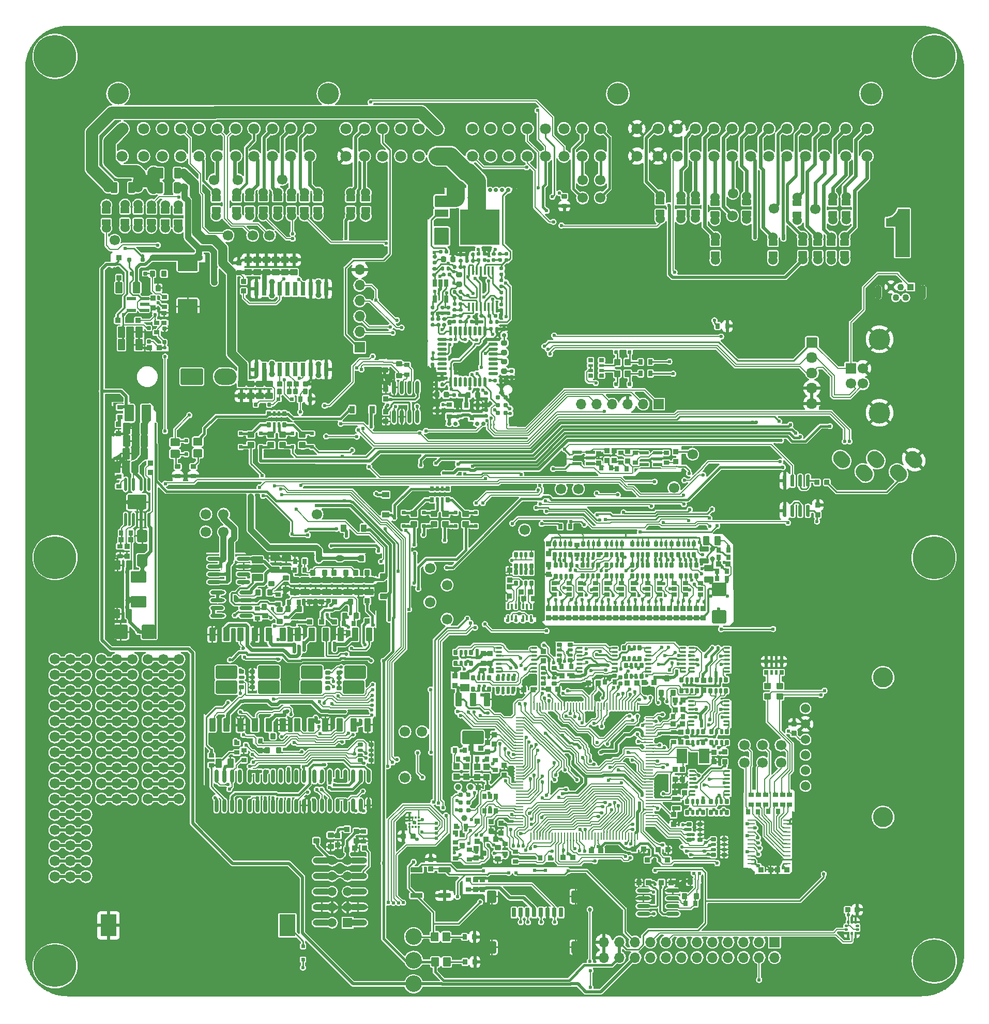
<source format=gtl>
G75*
G70*
%OFA0B0*%
%FSLAX25Y25*%
%IPPOS*%
%LPD*%
%AMOC8*
5,1,8,0,0,1.08239X$1,22.5*
%
%AMM147*
21,1,0.039370,0.049210,-0.000000,0.000000,180.000000*
21,1,0.031500,0.057090,-0.000000,0.000000,180.000000*
1,1,0.007870,-0.015750,0.024610*
1,1,0.007870,0.015750,0.024610*
1,1,0.007870,0.015750,-0.024610*
1,1,0.007870,-0.015750,-0.024610*
%
%AMM150*
21,1,0.027560,0.030710,-0.000000,0.000000,180.000000*
21,1,0.022050,0.036220,-0.000000,0.000000,180.000000*
1,1,0.005510,-0.011020,0.015350*
1,1,0.005510,0.011020,0.015350*
1,1,0.005510,0.011020,-0.015350*
1,1,0.005510,-0.011020,-0.015350*
%
%AMM154*
21,1,0.033470,0.026770,-0.000000,0.000000,0.000000*
21,1,0.026770,0.033470,-0.000000,0.000000,0.000000*
1,1,0.006690,0.013390,-0.013390*
1,1,0.006690,-0.013390,-0.013390*
1,1,0.006690,-0.013390,0.013390*
1,1,0.006690,0.013390,0.013390*
%
%AMM157*
21,1,0.027560,0.030710,-0.000000,0.000000,90.000000*
21,1,0.022050,0.036220,-0.000000,0.000000,90.000000*
1,1,0.005510,0.015350,0.011020*
1,1,0.005510,0.015350,-0.011020*
1,1,0.005510,-0.015350,-0.011020*
1,1,0.005510,-0.015350,0.011020*
%
%AMM159*
21,1,0.033470,0.026770,-0.000000,0.000000,270.000000*
21,1,0.026770,0.033470,-0.000000,0.000000,270.000000*
1,1,0.006690,-0.013390,-0.013390*
1,1,0.006690,-0.013390,0.013390*
1,1,0.006690,0.013390,0.013390*
1,1,0.006690,0.013390,-0.013390*
%
%AMM176*
21,1,0.035430,0.050000,-0.000000,-0.000000,90.000000*
21,1,0.028350,0.057090,-0.000000,-0.000000,90.000000*
1,1,0.007090,0.025000,0.014170*
1,1,0.007090,0.025000,-0.014170*
1,1,0.007090,-0.025000,-0.014170*
1,1,0.007090,-0.025000,0.014170*
%
%AMM177*
21,1,0.086610,0.073230,-0.000000,-0.000000,90.000000*
21,1,0.069290,0.090550,-0.000000,-0.000000,90.000000*
1,1,0.017320,0.036610,0.034650*
1,1,0.017320,0.036610,-0.034650*
1,1,0.017320,-0.036610,-0.034650*
1,1,0.017320,-0.036610,0.034650*
%
%AMM178*
21,1,0.027560,0.030710,-0.000000,-0.000000,270.000000*
21,1,0.022050,0.036220,-0.000000,-0.000000,270.000000*
1,1,0.005510,-0.015350,-0.011020*
1,1,0.005510,-0.015350,0.011020*
1,1,0.005510,0.015350,0.011020*
1,1,0.005510,0.015350,-0.011020*
%
%AMM179*
21,1,0.007870,0.503940,-0.000000,-0.000000,0.000000*
21,1,0.000000,0.511810,-0.000000,-0.000000,0.000000*
1,1,0.007870,-0.000000,-0.251970*
1,1,0.007870,-0.000000,-0.251970*
1,1,0.007870,-0.000000,0.251970*
1,1,0.007870,-0.000000,0.251970*
%
%AMM180*
21,1,0.025590,0.026380,-0.000000,-0.000000,180.000000*
21,1,0.020470,0.031500,-0.000000,-0.000000,180.000000*
1,1,0.005120,-0.010240,0.013190*
1,1,0.005120,0.010240,0.013190*
1,1,0.005120,0.010240,-0.013190*
1,1,0.005120,-0.010240,-0.013190*
%
%AMM181*
21,1,0.023620,0.030710,-0.000000,-0.000000,270.000000*
21,1,0.018900,0.035430,-0.000000,-0.000000,270.000000*
1,1,0.004720,-0.015350,-0.009450*
1,1,0.004720,-0.015350,0.009450*
1,1,0.004720,0.015350,0.009450*
1,1,0.004720,0.015350,-0.009450*
%
%AMM182*
21,1,0.033470,0.026770,-0.000000,-0.000000,90.000000*
21,1,0.026770,0.033470,-0.000000,-0.000000,90.000000*
1,1,0.006690,0.013390,0.013390*
1,1,0.006690,0.013390,-0.013390*
1,1,0.006690,-0.013390,-0.013390*
1,1,0.006690,-0.013390,0.013390*
%
%AMM183*
21,1,0.017720,0.027950,-0.000000,-0.000000,180.000000*
21,1,0.014170,0.031500,-0.000000,-0.000000,180.000000*
1,1,0.003540,-0.007090,0.013980*
1,1,0.003540,0.007090,0.013980*
1,1,0.003540,0.007090,-0.013980*
1,1,0.003540,-0.007090,-0.013980*
%
%AMM184*
21,1,0.039370,0.049210,-0.000000,-0.000000,270.000000*
21,1,0.031500,0.057090,-0.000000,-0.000000,270.000000*
1,1,0.007870,-0.024610,-0.015750*
1,1,0.007870,-0.024610,0.015750*
1,1,0.007870,0.024610,0.015750*
1,1,0.007870,0.024610,-0.015750*
%
%AMM185*
21,1,0.027560,0.030710,-0.000000,-0.000000,180.000000*
21,1,0.022050,0.036220,-0.000000,-0.000000,180.000000*
1,1,0.005510,-0.011020,0.015350*
1,1,0.005510,0.011020,0.015350*
1,1,0.005510,0.011020,-0.015350*
1,1,0.005510,-0.011020,-0.015350*
%
%AMM186*
21,1,0.039370,0.049210,-0.000000,-0.000000,0.000000*
21,1,0.031500,0.057090,-0.000000,-0.000000,0.000000*
1,1,0.007870,0.015750,-0.024610*
1,1,0.007870,-0.015750,-0.024610*
1,1,0.007870,-0.015750,0.024610*
1,1,0.007870,0.015750,0.024610*
%
%AMM187*
21,1,0.007870,0.041340,-0.000000,-0.000000,180.000000*
21,1,0.000000,0.049210,-0.000000,-0.000000,180.000000*
1,1,0.007870,-0.000000,0.020670*
1,1,0.007870,-0.000000,0.020670*
1,1,0.007870,-0.000000,-0.020670*
1,1,0.007870,-0.000000,-0.020670*
%
%AMM188*
21,1,0.033470,0.026770,-0.000000,-0.000000,0.000000*
21,1,0.026770,0.033470,-0.000000,-0.000000,0.000000*
1,1,0.006690,0.013390,-0.013390*
1,1,0.006690,-0.013390,-0.013390*
1,1,0.006690,-0.013390,0.013390*
1,1,0.006690,0.013390,0.013390*
%
%AMM189*
21,1,0.009840,0.919290,-0.000000,-0.000000,90.000000*
21,1,0.000000,0.929130,-0.000000,-0.000000,90.000000*
1,1,0.009840,0.459650,-0.000000*
1,1,0.009840,0.459650,-0.000000*
1,1,0.009840,-0.459650,-0.000000*
1,1,0.009840,-0.459650,-0.000000*
%
%AMM206*
21,1,0.033470,0.026770,-0.000000,-0.000000,180.000000*
21,1,0.026770,0.033470,-0.000000,-0.000000,180.000000*
1,1,0.006690,-0.013390,0.013390*
1,1,0.006690,0.013390,0.013390*
1,1,0.006690,0.013390,-0.013390*
1,1,0.006690,-0.013390,-0.013390*
%
%AMM207*
21,1,0.027560,0.030710,-0.000000,-0.000000,90.000000*
21,1,0.022050,0.036220,-0.000000,-0.000000,90.000000*
1,1,0.005510,0.015350,0.011020*
1,1,0.005510,0.015350,-0.011020*
1,1,0.005510,-0.015350,-0.011020*
1,1,0.005510,-0.015350,0.011020*
%
%AMM208*
21,1,0.015750,0.009840,-0.000000,-0.000000,225.000000*
1,1,0.009840,0.005570,0.005570*
1,1,0.009840,-0.005570,-0.005570*
%
%AMM216*
21,1,0.027560,0.030710,-0.000000,0.000000,270.000000*
21,1,0.022050,0.036220,-0.000000,0.000000,270.000000*
1,1,0.005510,-0.015350,-0.011020*
1,1,0.005510,-0.015350,0.011020*
1,1,0.005510,0.015350,0.011020*
1,1,0.005510,0.015350,-0.011020*
%
%AMM257*
21,1,0.007870,0.029130,-0.000000,-0.000000,45.000000*
21,1,0.000000,0.037010,-0.000000,-0.000000,45.000000*
1,1,0.007870,0.010300,-0.010300*
1,1,0.007870,0.010300,-0.010300*
1,1,0.007870,-0.010300,0.010300*
1,1,0.007870,-0.010300,0.010300*
%
%AMM258*
21,1,0.007870,0.014960,-0.000000,-0.000000,315.000000*
21,1,0.000000,0.022840,-0.000000,-0.000000,315.000000*
1,1,0.007870,-0.005290,-0.005290*
1,1,0.007870,-0.005290,-0.005290*
1,1,0.007870,0.005290,0.005290*
1,1,0.007870,0.005290,0.005290*
%
%AMM259*
21,1,0.027560,0.030710,-0.000000,-0.000000,0.000000*
21,1,0.022050,0.036220,-0.000000,-0.000000,0.000000*
1,1,0.005510,0.011020,-0.015350*
1,1,0.005510,-0.011020,-0.015350*
1,1,0.005510,-0.011020,0.015350*
1,1,0.005510,0.011020,0.015350*
%
%AMM260*
21,1,0.007870,0.055120,-0.000000,-0.000000,90.000000*
21,1,0.000000,0.062990,-0.000000,-0.000000,90.000000*
1,1,0.007870,0.027560,-0.000000*
1,1,0.007870,0.027560,-0.000000*
1,1,0.007870,-0.027560,-0.000000*
1,1,0.007870,-0.027560,-0.000000*
%
%AMM261*
21,1,0.007870,0.023620,-0.000000,-0.000000,135.000000*
21,1,0.000000,0.031500,-0.000000,-0.000000,135.000000*
1,1,0.007870,0.008350,0.008350*
1,1,0.007870,0.008350,0.008350*
1,1,0.007870,-0.008350,-0.008350*
1,1,0.007870,-0.008350,-0.008350*
%
%AMM262*
21,1,0.035830,0.026770,-0.000000,-0.000000,90.000000*
21,1,0.029130,0.033470,-0.000000,-0.000000,90.000000*
1,1,0.006690,0.013390,0.014570*
1,1,0.006690,0.013390,-0.014570*
1,1,0.006690,-0.013390,-0.014570*
1,1,0.006690,-0.013390,0.014570*
%
%AMM263*
21,1,0.035430,0.030320,-0.000000,-0.000000,0.000000*
21,1,0.028350,0.037400,-0.000000,-0.000000,0.000000*
1,1,0.007090,0.014170,-0.015160*
1,1,0.007090,-0.014170,-0.015160*
1,1,0.007090,-0.014170,0.015160*
1,1,0.007090,0.014170,0.015160*
%
%AMM264*
21,1,0.023620,0.030710,-0.000000,-0.000000,0.000000*
21,1,0.018900,0.035430,-0.000000,-0.000000,0.000000*
1,1,0.004720,0.009450,-0.015350*
1,1,0.004720,-0.009450,-0.015350*
1,1,0.004720,-0.009450,0.015350*
1,1,0.004720,0.009450,0.015350*
%
%AMM265*
21,1,0.035430,0.030320,-0.000000,-0.000000,90.000000*
21,1,0.028350,0.037400,-0.000000,-0.000000,90.000000*
1,1,0.007090,0.015160,0.014170*
1,1,0.007090,0.015160,-0.014170*
1,1,0.007090,-0.015160,-0.014170*
1,1,0.007090,-0.015160,0.014170*
%
%AMM266*
21,1,0.007870,0.039370,-0.000000,-0.000000,225.000000*
21,1,0.000000,0.047240,-0.000000,-0.000000,225.000000*
1,1,0.007870,-0.013920,0.013920*
1,1,0.007870,-0.013920,0.013920*
1,1,0.007870,0.013920,-0.013920*
1,1,0.007870,0.013920,-0.013920*
%
%AMM267*
21,1,0.007870,1.704720,-0.000000,-0.000000,90.000000*
21,1,0.000000,1.712600,-0.000000,-0.000000,90.000000*
1,1,0.007870,0.852360,-0.000000*
1,1,0.007870,0.852360,-0.000000*
1,1,0.007870,-0.852360,-0.000000*
1,1,0.007870,-0.852360,-0.000000*
%
%AMM268*
21,1,0.039370,0.035430,-0.000000,-0.000000,90.000000*
21,1,0.031500,0.043310,-0.000000,-0.000000,90.000000*
1,1,0.007870,0.017720,0.015750*
1,1,0.007870,0.017720,-0.015750*
1,1,0.007870,-0.017720,-0.015750*
1,1,0.007870,-0.017720,0.015750*
%
%AMM269*
21,1,0.043310,0.075990,-0.000000,-0.000000,180.000000*
21,1,0.034650,0.084650,-0.000000,-0.000000,180.000000*
1,1,0.008660,-0.017320,0.037990*
1,1,0.008660,0.017320,0.037990*
1,1,0.008660,0.017320,-0.037990*
1,1,0.008660,-0.017320,-0.037990*
%
%AMM270*
21,1,0.007870,1.405510,-0.000000,-0.000000,0.000000*
21,1,0.000000,1.413390,-0.000000,-0.000000,0.000000*
1,1,0.007870,-0.000000,-0.702760*
1,1,0.007870,-0.000000,-0.702760*
1,1,0.007870,-0.000000,0.702760*
1,1,0.007870,-0.000000,0.702760*
%
%AMM271*
21,1,0.027560,0.018900,-0.000000,-0.000000,0.000000*
21,1,0.022840,0.023620,-0.000000,-0.000000,0.000000*
1,1,0.004720,0.011420,-0.009450*
1,1,0.004720,-0.011420,-0.009450*
1,1,0.004720,-0.011420,0.009450*
1,1,0.004720,0.011420,0.009450*
%
%AMM272*
21,1,0.043310,0.075980,-0.000000,-0.000000,180.000000*
21,1,0.034650,0.084650,-0.000000,-0.000000,180.000000*
1,1,0.008660,-0.017320,0.037990*
1,1,0.008660,0.017320,0.037990*
1,1,0.008660,0.017320,-0.037990*
1,1,0.008660,-0.017320,-0.037990*
%
%AMM273*
21,1,0.137800,0.067720,-0.000000,-0.000000,180.000000*
21,1,0.120870,0.084650,-0.000000,-0.000000,180.000000*
1,1,0.016930,-0.060430,0.033860*
1,1,0.016930,0.060430,0.033860*
1,1,0.016930,0.060430,-0.033860*
1,1,0.016930,-0.060430,-0.033860*
%
%AMM274*
21,1,0.035830,0.026770,-0.000000,-0.000000,0.000000*
21,1,0.029130,0.033470,-0.000000,-0.000000,0.000000*
1,1,0.006690,0.014570,-0.013390*
1,1,0.006690,-0.014570,-0.013390*
1,1,0.006690,-0.014570,0.013390*
1,1,0.006690,0.014570,0.013390*
%
%AMM275*
21,1,0.027560,0.049610,-0.000000,-0.000000,90.000000*
21,1,0.022050,0.055120,-0.000000,-0.000000,90.000000*
1,1,0.005510,0.024800,0.011020*
1,1,0.005510,0.024800,-0.011020*
1,1,0.005510,-0.024800,-0.011020*
1,1,0.005510,-0.024800,0.011020*
%
%AMM276*
21,1,0.017720,0.027950,-0.000000,-0.000000,90.000000*
21,1,0.014170,0.031500,-0.000000,-0.000000,90.000000*
1,1,0.003540,0.013980,0.007090*
1,1,0.003540,0.013980,-0.007090*
1,1,0.003540,-0.013980,-0.007090*
1,1,0.003540,-0.013980,0.007090*
%
%AMM277*
21,1,0.025590,0.026380,-0.000000,-0.000000,90.000000*
21,1,0.020470,0.031500,-0.000000,-0.000000,90.000000*
1,1,0.005120,0.013190,0.010240*
1,1,0.005120,0.013190,-0.010240*
1,1,0.005120,-0.013190,-0.010240*
1,1,0.005120,-0.013190,0.010240*
%
%AMM278*
21,1,0.009840,0.017720,-0.000000,-0.000000,0.000000*
21,1,0.000000,0.027560,-0.000000,-0.000000,0.000000*
1,1,0.009840,-0.000000,-0.008860*
1,1,0.009840,-0.000000,-0.008860*
1,1,0.009840,-0.000000,0.008860*
1,1,0.009840,-0.000000,0.008860*
%
%AMM279*
21,1,0.007870,1.416930,-0.000000,-0.000000,0.000000*
21,1,0.000000,1.424800,-0.000000,-0.000000,0.000000*
1,1,0.007870,-0.000000,-0.708470*
1,1,0.007870,-0.000000,-0.708470*
1,1,0.007870,-0.000000,0.708470*
1,1,0.007870,-0.000000,0.708470*
%
%AMM280*
21,1,0.007870,1.787400,-0.000000,-0.000000,90.000000*
21,1,0.000000,1.795280,-0.000000,-0.000000,90.000000*
1,1,0.007870,0.893700,-0.000000*
1,1,0.007870,0.893700,-0.000000*
1,1,0.007870,-0.893700,-0.000000*
1,1,0.007870,-0.893700,-0.000000*
%
%AMM281*
21,1,0.007870,0.013780,-0.000000,-0.000000,225.000000*
21,1,0.000000,0.021650,-0.000000,-0.000000,225.000000*
1,1,0.007870,-0.004870,0.004870*
1,1,0.007870,-0.004870,0.004870*
1,1,0.007870,0.004870,-0.004870*
1,1,0.007870,0.004870,-0.004870*
%
%AMM298*
21,1,0.035430,0.030320,-0.000000,0.000000,90.000000*
21,1,0.028350,0.037400,-0.000000,0.000000,90.000000*
1,1,0.007090,0.015160,0.014170*
1,1,0.007090,0.015160,-0.014170*
1,1,0.007090,-0.015160,-0.014170*
1,1,0.007090,-0.015160,0.014170*
%
%AMM299*
21,1,0.070870,0.036220,-0.000000,0.000000,90.000000*
21,1,0.061810,0.045280,-0.000000,0.000000,90.000000*
1,1,0.009060,0.018110,0.030910*
1,1,0.009060,0.018110,-0.030910*
1,1,0.009060,-0.018110,-0.030910*
1,1,0.009060,-0.018110,0.030910*
%
%AMM302*
21,1,0.035830,0.026770,-0.000000,0.000000,180.000000*
21,1,0.029130,0.033470,-0.000000,0.000000,180.000000*
1,1,0.006690,-0.014570,0.013390*
1,1,0.006690,0.014570,0.013390*
1,1,0.006690,0.014570,-0.013390*
1,1,0.006690,-0.014570,-0.013390*
%
%AMM305*
21,1,0.025590,0.026380,-0.000000,0.000000,180.000000*
21,1,0.020470,0.031500,-0.000000,0.000000,180.000000*
1,1,0.005120,-0.010240,0.013190*
1,1,0.005120,0.010240,0.013190*
1,1,0.005120,0.010240,-0.013190*
1,1,0.005120,-0.010240,-0.013190*
%
%AMM307*
21,1,0.017720,0.027950,-0.000000,0.000000,180.000000*
21,1,0.014170,0.031500,-0.000000,0.000000,180.000000*
1,1,0.003540,-0.007090,0.013980*
1,1,0.003540,0.007090,0.013980*
1,1,0.003540,0.007090,-0.013980*
1,1,0.003540,-0.007090,-0.013980*
%
%AMM31*
21,1,0.027560,0.030710,0.000000,0.000000,270.000000*
21,1,0.022050,0.036220,0.000000,0.000000,270.000000*
1,1,0.005510,-0.015350,-0.011020*
1,1,0.005510,-0.015350,0.011020*
1,1,0.005510,0.015350,0.011020*
1,1,0.005510,0.015350,-0.011020*
%
%AMM318*
21,1,0.035430,0.030320,-0.000000,-0.000000,180.000000*
21,1,0.028350,0.037400,-0.000000,-0.000000,180.000000*
1,1,0.007090,-0.014170,0.015160*
1,1,0.007090,0.014170,0.015160*
1,1,0.007090,0.014170,-0.015160*
1,1,0.007090,-0.014170,-0.015160*
%
%AMM319*
21,1,0.003940,0.007870,-0.000000,-0.000000,315.000000*
1,1,0.007870,-0.001390,0.001390*
1,1,0.007870,0.001390,-0.001390*
%
%AMM320*
21,1,0.087800,0.007870,-0.000000,-0.000000,225.000000*
1,1,0.007870,0.031040,0.031040*
1,1,0.007870,-0.031040,-0.031040*
%
%AMM321*
21,1,0.035830,0.026770,-0.000000,-0.000000,270.000000*
21,1,0.029130,0.033470,-0.000000,-0.000000,270.000000*
1,1,0.006690,-0.013390,-0.014570*
1,1,0.006690,-0.013390,0.014570*
1,1,0.006690,0.013390,0.014570*
1,1,0.006690,0.013390,-0.014570*
%
%AMM322*
21,1,0.043310,0.075990,-0.000000,-0.000000,0.000000*
21,1,0.034650,0.084650,-0.000000,-0.000000,0.000000*
1,1,0.008660,0.017320,-0.037990*
1,1,0.008660,-0.017320,-0.037990*
1,1,0.008660,-0.017320,0.037990*
1,1,0.008660,0.017320,0.037990*
%
%AMM323*
21,1,0.043310,0.075980,-0.000000,-0.000000,0.000000*
21,1,0.034650,0.084650,-0.000000,-0.000000,0.000000*
1,1,0.008660,0.017320,-0.037990*
1,1,0.008660,-0.017320,-0.037990*
1,1,0.008660,-0.017320,0.037990*
1,1,0.008660,0.017320,0.037990*
%
%AMM324*
21,1,0.025590,0.026380,-0.000000,-0.000000,270.000000*
21,1,0.020470,0.031500,-0.000000,-0.000000,270.000000*
1,1,0.005120,-0.013190,-0.010240*
1,1,0.005120,-0.013190,0.010240*
1,1,0.005120,0.013190,0.010240*
1,1,0.005120,0.013190,-0.010240*
%
%AMM325*
21,1,0.137800,0.067720,-0.000000,-0.000000,0.000000*
21,1,0.120870,0.084650,-0.000000,-0.000000,0.000000*
1,1,0.016930,0.060430,-0.033860*
1,1,0.016930,-0.060430,-0.033860*
1,1,0.016930,-0.060430,0.033860*
1,1,0.016930,0.060430,0.033860*
%
%AMM326*
21,1,0.017720,0.027950,-0.000000,-0.000000,270.000000*
21,1,0.014170,0.031500,-0.000000,-0.000000,270.000000*
1,1,0.003540,-0.013980,-0.007090*
1,1,0.003540,-0.013980,0.007090*
1,1,0.003540,0.013980,0.007090*
1,1,0.003540,0.013980,-0.007090*
%
%AMM327*
21,1,0.070870,0.036220,-0.000000,-0.000000,180.000000*
21,1,0.061810,0.045280,-0.000000,-0.000000,180.000000*
1,1,0.009060,-0.030910,0.018110*
1,1,0.009060,0.030910,0.018110*
1,1,0.009060,0.030910,-0.018110*
1,1,0.009060,-0.030910,-0.018110*
%
%AMM328*
21,1,0.031500,0.007870,-0.000000,-0.000000,135.000000*
1,1,0.007870,0.011140,-0.011140*
1,1,0.007870,-0.011140,0.011140*
%
%AMM337*
21,1,0.012600,0.028980,-0.000000,0.000000,0.000000*
21,1,0.010080,0.031500,-0.000000,0.000000,0.000000*
1,1,0.002520,0.005040,-0.014490*
1,1,0.002520,-0.005040,-0.014490*
1,1,0.002520,-0.005040,0.014490*
1,1,0.002520,0.005040,0.014490*
%
%AMM339*
21,1,0.007870,0.078350,-0.000000,0.000000,225.000000*
21,1,0.000000,0.086220,-0.000000,0.000000,225.000000*
1,1,0.007870,-0.027700,0.027700*
1,1,0.007870,-0.027700,0.027700*
1,1,0.007870,0.027700,-0.027700*
1,1,0.007870,0.027700,-0.027700*
%
%AMM340*
21,1,0.007870,0.643700,-0.000000,0.000000,0.000000*
21,1,0.000000,0.651580,-0.000000,0.000000,0.000000*
1,1,0.007870,-0.000000,-0.321850*
1,1,0.007870,-0.000000,-0.321850*
1,1,0.007870,-0.000000,0.321850*
1,1,0.007870,-0.000000,0.321850*
%
%AMM341*
21,1,0.007870,0.287010,-0.000000,0.000000,270.000000*
21,1,0.000000,0.294880,-0.000000,0.000000,270.000000*
1,1,0.007870,-0.143500,0.000000*
1,1,0.007870,-0.143500,0.000000*
1,1,0.007870,0.143500,0.000000*
1,1,0.007870,0.143500,0.000000*
%
%AMM346*
21,1,0.007870,0.080320,-0.000000,0.000000,315.000000*
21,1,0.000000,0.088190,-0.000000,0.000000,315.000000*
1,1,0.007870,-0.028400,-0.028400*
1,1,0.007870,-0.028400,-0.028400*
1,1,0.007870,0.028400,0.028400*
1,1,0.007870,0.028400,0.028400*
%
%AMM347*
21,1,0.035830,0.026770,-0.000000,0.000000,90.000000*
21,1,0.029130,0.033470,-0.000000,0.000000,90.000000*
1,1,0.006690,0.013390,0.014570*
1,1,0.006690,0.013390,-0.014570*
1,1,0.006690,-0.013390,-0.014570*
1,1,0.006690,-0.013390,0.014570*
%
%AMM348*
21,1,0.007870,0.400390,-0.000000,0.000000,90.000000*
21,1,0.000000,0.408270,-0.000000,0.000000,90.000000*
1,1,0.007870,0.200200,0.000000*
1,1,0.007870,0.200200,0.000000*
1,1,0.007870,-0.200200,0.000000*
1,1,0.007870,-0.200200,0.000000*
%
%AMM349*
21,1,0.007870,0.640160,-0.000000,0.000000,0.000000*
21,1,0.000000,0.648030,-0.000000,0.000000,0.000000*
1,1,0.007870,-0.000000,-0.320080*
1,1,0.007870,-0.000000,-0.320080*
1,1,0.007870,-0.000000,0.320080*
1,1,0.007870,-0.000000,0.320080*
%
%AMM351*
21,1,0.035430,0.030320,0.000000,-0.000000,90.000000*
21,1,0.028350,0.037400,0.000000,-0.000000,90.000000*
1,1,0.007090,0.015160,0.014170*
1,1,0.007090,0.015160,-0.014170*
1,1,0.007090,-0.015160,-0.014170*
1,1,0.007090,-0.015160,0.014170*
%
%AMM352*
21,1,0.033470,0.026770,0.000000,-0.000000,270.000000*
21,1,0.026770,0.033470,0.000000,-0.000000,270.000000*
1,1,0.006690,-0.013390,-0.013390*
1,1,0.006690,-0.013390,0.013390*
1,1,0.006690,0.013390,0.013390*
1,1,0.006690,0.013390,-0.013390*
%
%AMM353*
21,1,0.027560,0.030710,0.000000,-0.000000,90.000000*
21,1,0.022050,0.036220,0.000000,-0.000000,90.000000*
1,1,0.005510,0.015350,0.011020*
1,1,0.005510,0.015350,-0.011020*
1,1,0.005510,-0.015350,-0.011020*
1,1,0.005510,-0.015350,0.011020*
%
%AMM359*
21,1,0.021650,0.052760,-0.000000,-0.000000,90.000000*
21,1,0.017320,0.057090,-0.000000,-0.000000,90.000000*
1,1,0.004330,0.026380,0.008660*
1,1,0.004330,0.026380,-0.008660*
1,1,0.004330,-0.026380,-0.008660*
1,1,0.004330,-0.026380,0.008660*
%
%AMM361*
21,1,0.035430,0.030320,-0.000000,0.000000,180.000000*
21,1,0.028350,0.037400,-0.000000,0.000000,180.000000*
1,1,0.007090,-0.014170,0.015160*
1,1,0.007090,0.014170,0.015160*
1,1,0.007090,0.014170,-0.015160*
1,1,0.007090,-0.014170,-0.015160*
%
%AMM362*
21,1,0.047240,0.015750,-0.000000,0.000000,225.000000*
1,1,0.015750,0.016700,0.016700*
1,1,0.015750,-0.016700,-0.016700*
%
%AMM363*
21,1,0.021650,0.052760,-0.000000,0.000000,90.000000*
21,1,0.017320,0.057090,-0.000000,0.000000,90.000000*
1,1,0.004330,0.026380,0.008660*
1,1,0.004330,0.026380,-0.008660*
1,1,0.004330,-0.026380,-0.008660*
1,1,0.004330,-0.026380,0.008660*
%
%AMM364*
21,1,0.023620,0.018900,-0.000000,0.000000,0.000000*
21,1,0.018900,0.023620,-0.000000,0.000000,0.000000*
1,1,0.004720,0.009450,-0.009450*
1,1,0.004720,-0.009450,-0.009450*
1,1,0.004720,-0.009450,0.009450*
1,1,0.004720,0.009450,0.009450*
%
%AMM365*
21,1,0.094490,0.111020,-0.000000,0.000000,270.000000*
21,1,0.075590,0.129920,-0.000000,0.000000,270.000000*
1,1,0.018900,-0.055510,-0.037800*
1,1,0.018900,-0.055510,0.037800*
1,1,0.018900,0.055510,0.037800*
1,1,0.018900,0.055510,-0.037800*
%
%AMM366*
21,1,0.023620,0.018900,-0.000000,0.000000,270.000000*
21,1,0.018900,0.023620,-0.000000,0.000000,270.000000*
1,1,0.004720,-0.009450,-0.009450*
1,1,0.004720,-0.009450,0.009450*
1,1,0.004720,0.009450,0.009450*
1,1,0.004720,0.009450,-0.009450*
%
%AMM367*
21,1,0.033470,0.026770,-0.000000,0.000000,180.000000*
21,1,0.026770,0.033470,-0.000000,0.000000,180.000000*
1,1,0.006690,-0.013390,0.013390*
1,1,0.006690,0.013390,0.013390*
1,1,0.006690,0.013390,-0.013390*
1,1,0.006690,-0.013390,-0.013390*
%
%AMM374*
21,1,0.106300,0.050390,-0.000000,0.000000,90.000000*
21,1,0.093700,0.062990,-0.000000,0.000000,90.000000*
1,1,0.012600,0.025200,0.046850*
1,1,0.012600,0.025200,-0.046850*
1,1,0.012600,-0.025200,-0.046850*
1,1,0.012600,-0.025200,0.046850*
%
%AMM375*
21,1,0.074800,0.083460,-0.000000,0.000000,270.000000*
21,1,0.059840,0.098430,-0.000000,0.000000,270.000000*
1,1,0.014960,-0.041730,-0.029920*
1,1,0.014960,-0.041730,0.029920*
1,1,0.014960,0.041730,0.029920*
1,1,0.014960,0.041730,-0.029920*
%
%AMM376*
21,1,0.078740,0.053540,-0.000000,0.000000,270.000000*
21,1,0.065350,0.066930,-0.000000,0.000000,270.000000*
1,1,0.013390,-0.026770,-0.032680*
1,1,0.013390,-0.026770,0.032680*
1,1,0.013390,0.026770,0.032680*
1,1,0.013390,0.026770,-0.032680*
%
%AMM377*
21,1,0.122050,0.075590,-0.000000,0.000000,0.000000*
21,1,0.103150,0.094490,-0.000000,0.000000,0.000000*
1,1,0.018900,0.051580,-0.037800*
1,1,0.018900,-0.051580,-0.037800*
1,1,0.018900,-0.051580,0.037800*
1,1,0.018900,0.051580,0.037800*
%
%AMM378*
21,1,0.086610,0.073230,-0.000000,0.000000,180.000000*
21,1,0.069290,0.090550,-0.000000,0.000000,180.000000*
1,1,0.017320,-0.034650,0.036610*
1,1,0.017320,0.034650,0.036610*
1,1,0.017320,0.034650,-0.036610*
1,1,0.017320,-0.034650,-0.036610*
%
%AMM379*
21,1,0.070870,0.036220,-0.000000,0.000000,270.000000*
21,1,0.061810,0.045280,-0.000000,0.000000,270.000000*
1,1,0.009060,-0.018110,-0.030910*
1,1,0.009060,-0.018110,0.030910*
1,1,0.009060,0.018110,0.030910*
1,1,0.009060,0.018110,-0.030910*
%
%AMM78*
21,1,0.078740,0.045670,0.000000,0.000000,270.000000*
21,1,0.067320,0.057090,0.000000,0.000000,270.000000*
1,1,0.011420,-0.022840,-0.033660*
1,1,0.011420,-0.022840,0.033660*
1,1,0.011420,0.022840,0.033660*
1,1,0.011420,0.022840,-0.033660*
%
%AMM79*
21,1,0.059060,0.020470,0.000000,0.000000,270.000000*
21,1,0.053940,0.025590,0.000000,0.000000,270.000000*
1,1,0.005120,-0.010240,-0.026970*
1,1,0.005120,-0.010240,0.026970*
1,1,0.005120,0.010240,0.026970*
1,1,0.005120,0.010240,-0.026970*
%
%AMM80*
21,1,0.033470,0.026770,0.000000,0.000000,90.000000*
21,1,0.026770,0.033470,0.000000,0.000000,90.000000*
1,1,0.006690,0.013390,0.013390*
1,1,0.006690,0.013390,-0.013390*
1,1,0.006690,-0.013390,-0.013390*
1,1,0.006690,-0.013390,0.013390*
%
%ADD10C,0.01969*%
%ADD100O,0.12205X0.00787*%
%ADD102O,0.00984X0.40157*%
%ADD11O,0.05118X0.00866*%
%ADD110R,0.03150X0.03543*%
%ADD112C,0.02400*%
%ADD114O,0.00866X0.05118*%
%ADD120O,0.01575X0.19685*%
%ADD121O,0.01575X0.38583*%
%ADD126C,0.02756*%
%ADD127O,0.04331X0.09449*%
%ADD129O,0.00787X0.16732*%
%ADD13O,0.01969X0.44882*%
%ADD131C,0.02362*%
%ADD133O,0.01575X0.35433*%
%ADD136C,0.13780*%
%ADD138R,0.01476X0.01378*%
%ADD139O,0.00787X0.22323*%
%ADD141C,0.03937*%
%ADD142O,0.01968X0.00984*%
%ADD149O,0.00787X0.01575*%
%ADD150M31*%
%ADD156R,0.45000X0.30000*%
%ADD16C,0.02000*%
%ADD160R,0.03543X0.03150*%
%ADD162O,0.14567X0.10630*%
%ADD163O,0.28346X0.01575*%
%ADD166R,0.10236X0.14173*%
%ADD167O,0.03150X0.02362*%
%ADD169O,0.00984X0.01968*%
%ADD172O,0.26772X0.00787*%
%ADD174C,0.04331*%
%ADD175O,0.01969X0.00984*%
%ADD176O,0.00787X0.16339*%
%ADD177O,0.00787X0.26772*%
%ADD179R,0.03150X0.08661*%
%ADD19O,0.43701X0.00787*%
%ADD192C,0.06693*%
%ADD193C,0.07874*%
%ADD194C,0.05906*%
%ADD195R,0.06693X0.06693*%
%ADD196C,0.05118*%
%ADD199C,0.00787*%
%ADD200O,0.56890X0.01968*%
%ADD202C,0.11811*%
%ADD207O,0.01969X0.50000*%
%ADD208O,0.36220X0.00787*%
%ADD212O,0.04724X0.01969*%
%ADD215O,0.03937X0.05906*%
%ADD218O,0.06693X0.00787*%
%ADD220O,0.01969X0.00787*%
%ADD221M78*%
%ADD232C,0.13000*%
%ADD235O,0.01969X0.11811*%
%ADD241R,0.08858X0.00984*%
%ADD247C,0.03150*%
%ADD249C,0.01000*%
%ADD25C,0.01181*%
%ADD250C,0.27559*%
%ADD251O,1.01181X0.00787*%
%ADD253R,0.04331X0.04331*%
%ADD261C,0.01968*%
%ADD262O,0.06693X0.06693*%
%ADD263C,0.10630*%
%ADD264R,0.11614X0.00984*%
%ADD265O,0.22835X0.00984*%
%ADD266O,0.04961X0.00984*%
%ADD267O,0.68504X0.01575*%
%ADD268R,0.06693X0.09449*%
%ADD272C,0.03100*%
%ADD273R,0.12205X0.00984*%
%ADD274C,0.01180*%
%ADD275O,0.34428X0.03937*%
%ADD276C,0.01575*%
%ADD277O,0.07283X0.06693*%
%ADD280O,0.04331X0.01181*%
%ADD284M80*%
%ADD290O,0.01969X0.03937*%
%ADD294O,0.22323X0.00787*%
%ADD299O,0.56890X0.01969*%
%ADD301O,0.01968X0.50000*%
%ADD303O,0.11811X0.01969*%
%ADD304O,0.00787X0.03740*%
%ADD309R,0.03740X0.00984*%
%ADD31C,0.02700*%
%ADD310O,0.02362X0.08661*%
%ADD313C,0.00800*%
%ADD314R,0.00984X1.54528*%
%ADD315O,0.00787X0.54331*%
%ADD318O,0.01575X1.39370*%
%ADD321O,0.00787X0.34744*%
%ADD324M79*%
%ADD325R,0.08000X0.20000*%
%ADD33R,0.05906X0.05906*%
%ADD334O,0.38583X0.01575*%
%ADD339O,0.00787X0.43701*%
%ADD34R,0.01968X0.01968*%
%ADD340C,0.00984*%
%ADD342O,0.01575X1.18110*%
%ADD349O,0.00984X0.40158*%
%ADD352C,0.07087*%
%ADD355C,0.00394*%
%ADD356C,0.03900*%
%ADD361M147*%
%ADD364M150*%
%ADD368M154*%
%ADD371M157*%
%ADD373M159*%
%ADD38O,0.01968X0.11811*%
%ADD390M176*%
%ADD391M177*%
%ADD392M178*%
%ADD393M179*%
%ADD394M180*%
%ADD395M181*%
%ADD396M182*%
%ADD397M183*%
%ADD398M184*%
%ADD399M185*%
%ADD400M186*%
%ADD401M187*%
%ADD402M188*%
%ADD403M189*%
%ADD424M206*%
%ADD425M207*%
%ADD426M208*%
%ADD43R,0.05906X0.05118*%
%ADD434M216*%
%ADD481M257*%
%ADD482M258*%
%ADD483M259*%
%ADD484M260*%
%ADD485M261*%
%ADD486M262*%
%ADD487M263*%
%ADD488M264*%
%ADD489M265*%
%ADD490M266*%
%ADD491M267*%
%ADD492M268*%
%ADD493M269*%
%ADD494M270*%
%ADD495M271*%
%ADD496M272*%
%ADD497M273*%
%ADD498M274*%
%ADD499M275*%
%ADD50O,0.00787X0.25591*%
%ADD500M276*%
%ADD501M277*%
%ADD502M278*%
%ADD503M279*%
%ADD504M280*%
%ADD505M281*%
%ADD52O,0.00787X1.01772*%
%ADD528M298*%
%ADD529M299*%
%ADD53O,0.21260X0.01575*%
%ADD540M302*%
%ADD543M305*%
%ADD545M307*%
%ADD557M318*%
%ADD558M319*%
%ADD559M320*%
%ADD560M321*%
%ADD561M322*%
%ADD562M323*%
%ADD563M324*%
%ADD564M325*%
%ADD565M326*%
%ADD566M327*%
%ADD567M328*%
%ADD57O,0.00787X0.56693*%
%ADD576M337*%
%ADD578M339*%
%ADD579M340*%
%ADD580M341*%
%ADD585O,0.11221X0.04016*%
%ADD586M346*%
%ADD587M347*%
%ADD588M348*%
%ADD589M349*%
%ADD592M351*%
%ADD593M352*%
%ADD594M353*%
%ADD60R,0.05709X0.00984*%
%ADD600M359*%
%ADD602M361*%
%ADD603M362*%
%ADD604M363*%
%ADD605M364*%
%ADD606M365*%
%ADD607M366*%
%ADD608M367*%
%ADD609O,0.01968X0.00787*%
%ADD610O,0.36221X0.00787*%
%ADD611O,0.34429X0.03937*%
%ADD619M374*%
%ADD62O,0.00984X0.01969*%
%ADD620M375*%
%ADD621O,0.01968X0.08661*%
%ADD622M376*%
%ADD623M377*%
%ADD624M378*%
%ADD625M379*%
%ADD626O,0.28347X0.01575*%
%ADD627O,0.11811X0.01968*%
%ADD635R,0.25197X0.22835*%
%ADD636R,0.08661X0.04724*%
%ADD637R,0.02559X0.04803*%
%ADD638R,0.01772X0.05709*%
%ADD65O,0.01968X0.03937*%
%ADD73R,0.01378X0.01476*%
%ADD76O,0.01968X0.44882*%
%ADD79C,0.06000*%
%ADD81O,0.13780X0.00787*%
%ADD84O,0.20079X0.00787*%
%ADD86O,0.00787X0.14173*%
%ADD88O,0.08661X0.02362*%
%ADD91O,0.03937X0.01968*%
%ADD94O,0.44587X0.00787*%
%ADD96O,0.04724X0.01968*%
X0000000Y0000000D02*
%LPD*%
G01*
D355*
X0570500Y0476823D02*
X0561445Y0476823D01*
X0561445Y0476823D02*
X0561445Y0496114D01*
X0561445Y0496114D02*
X0561406Y0496311D01*
X0561406Y0496311D02*
X0561248Y0496469D01*
X0561248Y0496469D02*
X0561051Y0496508D01*
X0561051Y0496508D02*
X0555539Y0496508D01*
X0555539Y0496508D02*
X0555539Y0501626D01*
X0555539Y0501626D02*
X0555933Y0501626D01*
X0555933Y0501626D02*
X0556642Y0501705D01*
X0556642Y0501705D02*
X0557469Y0501862D01*
X0557469Y0501862D02*
X0558295Y0502138D01*
X0558295Y0502138D02*
X0558807Y0502335D01*
X0558807Y0502335D02*
X0559516Y0502689D01*
X0559516Y0502689D02*
X0560185Y0503122D01*
X0560185Y0503122D02*
X0560894Y0503673D01*
X0560894Y0503673D02*
X0561642Y0504421D01*
X0561642Y0504421D02*
X0561996Y0504894D01*
X0561996Y0504894D02*
X0562429Y0505524D01*
X0562429Y0505524D02*
X0562862Y0506311D01*
X0562862Y0506311D02*
X0563177Y0507059D01*
X0563177Y0507059D02*
X0563335Y0507532D01*
X0563335Y0507532D02*
X0570500Y0507532D01*
X0570500Y0507532D02*
X0570500Y0476823D01*
G36*
X0570500Y0476823D02*
G01*
X0561445Y0476823D01*
X0561445Y0496114D01*
X0561406Y0496311D01*
X0561248Y0496469D01*
X0561051Y0496508D01*
X0555539Y0496508D01*
X0555539Y0501626D01*
X0555933Y0501626D01*
X0556642Y0501705D01*
X0557469Y0501862D01*
X0558295Y0502138D01*
X0558807Y0502335D01*
X0559516Y0502689D01*
X0560185Y0503122D01*
X0560894Y0503673D01*
X0561642Y0504421D01*
X0561996Y0504894D01*
X0562429Y0505524D01*
X0562862Y0506311D01*
X0563177Y0507059D01*
X0563335Y0507532D01*
X0570500Y0507532D01*
X0570500Y0476823D01*
G37*
X0570500Y0476823D02*
X0561445Y0476823D01*
X0561445Y0496114D01*
X0561406Y0496311D01*
X0561248Y0496469D01*
X0561051Y0496508D01*
X0555539Y0496508D01*
X0555539Y0501626D01*
X0555933Y0501626D01*
X0556642Y0501705D01*
X0557469Y0501862D01*
X0558295Y0502138D01*
X0558807Y0502335D01*
X0559516Y0502689D01*
X0560185Y0503122D01*
X0560894Y0503673D01*
X0561642Y0504421D01*
X0561996Y0504894D01*
X0562429Y0505524D01*
X0562862Y0506311D01*
X0563177Y0507059D01*
X0563335Y0507532D01*
X0570500Y0507532D01*
X0570500Y0476823D01*
D235*
X0354207Y0023012D03*
D207*
X0357160Y0052097D03*
D212*
X0355585Y0028032D03*
D267*
X0323695Y0076358D03*
D13*
X0299286Y0039793D03*
D299*
X0326727Y0017992D03*
D131*
X0297120Y0070059D03*
X0303321Y0050748D03*
X0353337Y0050784D03*
X0319955Y0048110D03*
X0324581Y0048110D03*
X0333144Y0048110D03*
X0341904Y0048110D03*
D175*
X0351423Y0343184D03*
X0351423Y0346629D03*
X0351423Y0349385D03*
X0421600Y0351156D03*
X0421600Y0341708D03*
G36*
G01*
X0504232Y0476575D02*
X0499311Y0476575D01*
G75*
G02*
X0498917Y0476969I0000000J0000394D01*
G01*
X0498917Y0480118D01*
G75*
G02*
X0499311Y0480512I0000394J0000000D01*
G01*
X0504232Y0480512D01*
G75*
G02*
X0504626Y0480118I0000000J-000394D01*
G01*
X0504626Y0476969D01*
G75*
G02*
X0504232Y0476575I-000394J0000000D01*
G01*
G37*
D79*
X0501772Y0474783D03*
X0501772Y0489783D03*
G36*
G01*
X0504232Y0484055D02*
X0499311Y0484055D01*
G75*
G02*
X0498917Y0484449I0000000J0000394D01*
G01*
X0498917Y0487599D01*
G75*
G02*
X0499311Y0487992I0000394J0000000D01*
G01*
X0504232Y0487992D01*
G75*
G02*
X0504626Y0487599I0000000J-000394D01*
G01*
X0504626Y0484449D01*
G75*
G02*
X0504232Y0484055I-000394J0000000D01*
G01*
G37*
G36*
G01*
X0191533Y0505041D02*
X0186612Y0505041D01*
G75*
G02*
X0186218Y0505434I0000000J0000394D01*
G01*
X0186218Y0508584D01*
G75*
G02*
X0186612Y0508978I0000394J0000000D01*
G01*
X0191533Y0508978D01*
G75*
G02*
X0191927Y0508584I0000000J-000394D01*
G01*
X0191927Y0505434D01*
G75*
G02*
X0191533Y0505041I-000394J0000000D01*
G01*
G37*
X0189073Y0503249D03*
X0189073Y0518249D03*
G36*
G01*
X0191533Y0512521D02*
X0186612Y0512521D01*
G75*
G02*
X0186218Y0512915I0000000J0000394D01*
G01*
X0186218Y0516064D01*
G75*
G02*
X0186612Y0516458I0000394J0000000D01*
G01*
X0191533Y0516458D01*
G75*
G02*
X0191927Y0516064I0000000J-000394D01*
G01*
X0191927Y0512915D01*
G75*
G02*
X0191533Y0512521I-000394J0000000D01*
G01*
G37*
D192*
X0245285Y0141379D03*
X0245285Y0170915D03*
X0157979Y0490572D03*
G36*
G01*
X0097283Y0343159D02*
X0100354Y0343159D01*
G75*
G02*
X0100630Y0342884I0000000J-000276D01*
G01*
X0100630Y0340679D01*
G75*
G02*
X0100354Y0340404I-000276J0000000D01*
G01*
X0097283Y0340404D01*
G75*
G02*
X0097008Y0340679I0000000J0000276D01*
G01*
X0097008Y0342884D01*
G75*
G02*
X0097283Y0343159I0000276J0000000D01*
G01*
G37*
G36*
G01*
X0097283Y0336860D02*
X0100354Y0336860D01*
G75*
G02*
X0100630Y0336585I0000000J-000276D01*
G01*
X0100630Y0334380D01*
G75*
G02*
X0100354Y0334104I-000276J0000000D01*
G01*
X0097283Y0334104D01*
G75*
G02*
X0097008Y0334380I0000000J0000276D01*
G01*
X0097008Y0336585D01*
G75*
G02*
X0097283Y0336860I0000276J0000000D01*
G01*
G37*
D195*
X0408865Y0381911D03*
D262*
X0398865Y0381911D03*
X0388865Y0381911D03*
X0378865Y0381911D03*
X0368865Y0381911D03*
X0358865Y0381911D03*
G36*
G01*
X0445479Y0430671D02*
X0445479Y0433741D01*
G75*
G02*
X0445755Y0434017I0000276J0000000D01*
G01*
X0447959Y0434017D01*
G75*
G02*
X0448235Y0433741I0000000J-000276D01*
G01*
X0448235Y0430671D01*
G75*
G02*
X0447959Y0430395I-000276J0000000D01*
G01*
X0445755Y0430395D01*
G75*
G02*
X0445479Y0430671I0000000J0000276D01*
G01*
G37*
G36*
G01*
X0451778Y0430671D02*
X0451778Y0433741D01*
G75*
G02*
X0452054Y0434017I0000276J0000000D01*
G01*
X0454259Y0434017D01*
G75*
G02*
X0454534Y0433741I0000000J-000276D01*
G01*
X0454534Y0430671D01*
G75*
G02*
X0454259Y0430395I-000276J0000000D01*
G01*
X0452054Y0430395D01*
G75*
G02*
X0451778Y0430671I0000000J0000276D01*
G01*
G37*
D192*
X0456503Y0503367D03*
D263*
X0250865Y0008410D03*
G36*
G01*
X0242507Y0102226D02*
X0242507Y0104903D01*
G75*
G02*
X0242841Y0105238I0000335J0000000D01*
G01*
X0245518Y0105238D01*
G75*
G02*
X0245853Y0104903I0000000J-000335D01*
G01*
X0245853Y0102226D01*
G75*
G02*
X0245518Y0101891I-000335J0000000D01*
G01*
X0242841Y0101891D01*
G75*
G02*
X0242507Y0102226I0000000J0000335D01*
G01*
G37*
G36*
G01*
X0248727Y0102226D02*
X0248727Y0104903D01*
G75*
G02*
X0249062Y0105238I0000335J0000000D01*
G01*
X0251739Y0105238D01*
G75*
G02*
X0252074Y0104903I0000000J-000335D01*
G01*
X0252074Y0102226D01*
G75*
G02*
X0251739Y0101891I-000335J0000000D01*
G01*
X0249062Y0101891D01*
G75*
G02*
X0248727Y0102226I0000000J0000335D01*
G01*
G37*
D192*
X0079567Y0177549D03*
X0079567Y0187549D03*
X0079567Y0197549D03*
X0079567Y0207549D03*
X0079567Y0217549D03*
X0089567Y0177549D03*
X0089567Y0187549D03*
X0089567Y0197549D03*
X0089567Y0207549D03*
X0089567Y0217549D03*
X0099567Y0177549D03*
X0099567Y0187549D03*
X0099567Y0197549D03*
X0099567Y0207549D03*
X0099567Y0217549D03*
G36*
G01*
X0173333Y0388545D02*
X0173333Y0391616D01*
G75*
G02*
X0173609Y0391891I0000276J0000000D01*
G01*
X0175814Y0391891D01*
G75*
G02*
X0176089Y0391616I0000000J-000276D01*
G01*
X0176089Y0388545D01*
G75*
G02*
X0175814Y0388269I-000276J0000000D01*
G01*
X0173609Y0388269D01*
G75*
G02*
X0173333Y0388545I0000000J0000276D01*
G01*
G37*
G36*
G01*
X0179633Y0388545D02*
X0179633Y0391616D01*
G75*
G02*
X0179908Y0391891I0000276J0000000D01*
G01*
X0182113Y0391891D01*
G75*
G02*
X0182389Y0391616I0000000J-000276D01*
G01*
X0182389Y0388545D01*
G75*
G02*
X0182113Y0388269I-000276J0000000D01*
G01*
X0179908Y0388269D01*
G75*
G02*
X0179633Y0388545I0000000J0000276D01*
G01*
G37*
X0359849Y0514785D03*
D79*
X0219987Y0503151D03*
G36*
G01*
X0222448Y0504942D02*
X0217526Y0504942D01*
G75*
G02*
X0217133Y0505336I0000000J0000394D01*
G01*
X0217133Y0508486D01*
G75*
G02*
X0217526Y0508879I0000394J0000000D01*
G01*
X0222448Y0508879D01*
G75*
G02*
X0222841Y0508486I0000000J-000394D01*
G01*
X0222841Y0505336D01*
G75*
G02*
X0222448Y0504942I-000394J0000000D01*
G01*
G37*
G36*
G01*
X0222448Y0512423D02*
X0217526Y0512423D01*
G75*
G02*
X0217133Y0512816I0000000J0000394D01*
G01*
X0217133Y0515966D01*
G75*
G02*
X0217526Y0516360I0000394J0000000D01*
G01*
X0222448Y0516360D01*
G75*
G02*
X0222841Y0515966I0000000J-000394D01*
G01*
X0222841Y0512816D01*
G75*
G02*
X0222448Y0512423I-000394J0000000D01*
G01*
G37*
X0219987Y0518151D03*
D192*
X0116936Y0311045D03*
X0049567Y0127549D03*
X0049567Y0137549D03*
X0049567Y0147549D03*
X0049567Y0157549D03*
X0049567Y0167549D03*
X0059567Y0127549D03*
X0059567Y0137549D03*
X0059567Y0147549D03*
X0059567Y0157549D03*
X0059567Y0167549D03*
X0069567Y0127549D03*
X0069567Y0137549D03*
X0069567Y0147549D03*
X0069567Y0157549D03*
X0069567Y0167549D03*
D218*
X0222998Y0285263D03*
D129*
X0225951Y0257172D03*
D94*
X0164140Y0285026D03*
D52*
X0116699Y0233058D03*
G36*
G01*
X0119217Y0117134D02*
X0119217Y0117134D01*
G75*
G02*
X0118660Y0117134I-000278J0000278D01*
G01*
X0116433Y0119361D01*
G75*
G02*
X0116433Y0119918I0000278J0000278D01*
G01*
X0116433Y0119918D01*
G75*
G02*
X0116990Y0119918I0000278J-000278D01*
G01*
X0119217Y0117690D01*
G75*
G02*
X0119217Y0117134I-000278J-000278D01*
G01*
G37*
D321*
X0225945Y0220312D03*
D86*
X0226542Y0278078D03*
D176*
X0116693Y0127503D03*
D57*
X0225945Y0151973D03*
G36*
G01*
X0226146Y0123957D02*
X0226146Y0123957D01*
G75*
G02*
X0226146Y0123401I-000278J-000278D01*
G01*
X0219938Y0117193D01*
G75*
G02*
X0219381Y0117193I-000278J0000278D01*
G01*
X0219381Y0117193D01*
G75*
G02*
X0219381Y0117749I0000278J0000278D01*
G01*
X0225589Y0123957D01*
G75*
G02*
X0226146Y0123957I0000278J-000278D01*
G01*
G37*
G36*
G01*
X0226405Y0285392D02*
X0226683Y0285114D01*
G75*
G02*
X0226683Y0284557I-000278J-000278D01*
G01*
X0226683Y0284557D01*
G75*
G02*
X0226127Y0284557I-000278J0000278D01*
G01*
X0225848Y0284835D01*
G75*
G02*
X0225848Y0285392I0000278J0000278D01*
G01*
X0225848Y0285392D01*
G75*
G02*
X0226405Y0285392I0000278J-000278D01*
G01*
G37*
D251*
X0169356Y0117408D03*
D215*
X0128185Y0282748D03*
X0133130Y0282748D03*
X0189724Y0282748D03*
D167*
X0225374Y0268983D03*
D79*
X0123629Y0503249D03*
G36*
G01*
X0126089Y0505041D02*
X0121168Y0505041D01*
G75*
G02*
X0120774Y0505434I0000000J0000394D01*
G01*
X0120774Y0508584D01*
G75*
G02*
X0121168Y0508978I0000394J0000000D01*
G01*
X0126089Y0508978D01*
G75*
G02*
X0126483Y0508584I0000000J-000394D01*
G01*
X0126483Y0505434D01*
G75*
G02*
X0126089Y0505041I-000394J0000000D01*
G01*
G37*
G36*
G01*
X0126089Y0512521D02*
X0121168Y0512521D01*
G75*
G02*
X0120774Y0512915I0000000J0000394D01*
G01*
X0120774Y0516064D01*
G75*
G02*
X0121168Y0516458I0000394J0000000D01*
G01*
X0126089Y0516458D01*
G75*
G02*
X0126483Y0516064I0000000J-000394D01*
G01*
X0126483Y0512915D01*
G75*
G02*
X0126089Y0512521I-000394J0000000D01*
G01*
G37*
X0123629Y0518249D03*
G36*
G01*
X0267347Y0025001D02*
X0267347Y0020119D01*
G75*
G02*
X0266835Y0019608I-000512J0000000D01*
G01*
X0262740Y0019608D01*
G75*
G02*
X0262228Y0020119I0000000J0000512D01*
G01*
X0262228Y0025001D01*
G75*
G02*
X0262740Y0025513I0000512J0000000D01*
G01*
X0266835Y0025513D01*
G75*
G02*
X0267347Y0025001I0000000J-000512D01*
G01*
G37*
G36*
G01*
X0274827Y0025001D02*
X0274827Y0020119D01*
G75*
G02*
X0274315Y0019608I-000512J0000000D01*
G01*
X0270221Y0019608D01*
G75*
G02*
X0269709Y0020119I0000000J0000512D01*
G01*
X0269709Y0025001D01*
G75*
G02*
X0270221Y0025513I0000512J0000000D01*
G01*
X0274315Y0025513D01*
G75*
G02*
X0274827Y0025001I0000000J-000512D01*
G01*
G37*
G36*
G01*
X0447644Y0502186D02*
X0442723Y0502186D01*
G75*
G02*
X0442329Y0502580I0000000J0000394D01*
G01*
X0442329Y0505730D01*
G75*
G02*
X0442723Y0506123I0000394J0000000D01*
G01*
X0447644Y0506123D01*
G75*
G02*
X0448038Y0505730I0000000J-000394D01*
G01*
X0448038Y0502580D01*
G75*
G02*
X0447644Y0502186I-000394J0000000D01*
G01*
G37*
X0445184Y0500395D03*
X0445184Y0515395D03*
G36*
G01*
X0447644Y0509667D02*
X0442723Y0509667D01*
G75*
G02*
X0442329Y0510060I0000000J0000394D01*
G01*
X0442329Y0513210D01*
G75*
G02*
X0442723Y0513604I0000394J0000000D01*
G01*
X0447644Y0513604D01*
G75*
G02*
X0448038Y0513210I0000000J-000394D01*
G01*
X0448038Y0510060D01*
G75*
G02*
X0447644Y0509667I-000394J0000000D01*
G01*
G37*
G36*
G01*
X0245716Y0312977D02*
X0245716Y0311087D01*
G75*
G02*
X0245480Y0310851I-000236J0000000D01*
G01*
X0243590Y0310851D01*
G75*
G02*
X0243354Y0311087I0000000J0000236D01*
G01*
X0243354Y0312977D01*
G75*
G02*
X0243590Y0313213I0000236J0000000D01*
G01*
X0245480Y0313213D01*
G75*
G02*
X0245716Y0312977I0000000J-000236D01*
G01*
G37*
G36*
G01*
X0245716Y0304315D02*
X0245716Y0302426D01*
G75*
G02*
X0245480Y0302189I-000236J0000000D01*
G01*
X0243590Y0302189D01*
G75*
G02*
X0243354Y0302426I0000000J0000236D01*
G01*
X0243354Y0304315D01*
G75*
G02*
X0243590Y0304552I0000236J0000000D01*
G01*
X0245480Y0304552D01*
G75*
G02*
X0245716Y0304315I0000000J-000236D01*
G01*
G37*
G36*
G01*
X0136969Y0474515D02*
X0139646Y0474515D01*
G75*
G02*
X0139981Y0474180I0000000J-000335D01*
G01*
X0139981Y0471503D01*
G75*
G02*
X0139646Y0471168I-000335J0000000D01*
G01*
X0136969Y0471168D01*
G75*
G02*
X0136635Y0471503I0000000J0000335D01*
G01*
X0136635Y0474180D01*
G75*
G02*
X0136969Y0474515I0000335J0000000D01*
G01*
G37*
G36*
G01*
X0136969Y0468294D02*
X0139646Y0468294D01*
G75*
G02*
X0139981Y0467960I0000000J-000335D01*
G01*
X0139981Y0465283D01*
G75*
G02*
X0139646Y0464948I-000335J0000000D01*
G01*
X0136969Y0464948D01*
G75*
G02*
X0136635Y0465283I0000000J0000335D01*
G01*
X0136635Y0467960D01*
G75*
G02*
X0136969Y0468294I0000335J0000000D01*
G01*
G37*
G36*
G01*
X0260676Y0090336D02*
X0263353Y0090336D01*
G75*
G02*
X0263688Y0090001I0000000J-000335D01*
G01*
X0263688Y0087324D01*
G75*
G02*
X0263353Y0086990I-000335J0000000D01*
G01*
X0260676Y0086990D01*
G75*
G02*
X0260341Y0087324I0000000J0000335D01*
G01*
X0260341Y0090001D01*
G75*
G02*
X0260676Y0090336I0000335J0000000D01*
G01*
G37*
G36*
G01*
X0260676Y0084116D02*
X0263353Y0084116D01*
G75*
G02*
X0263688Y0083781I0000000J-000335D01*
G01*
X0263688Y0081104D01*
G75*
G02*
X0263353Y0080769I-000335J0000000D01*
G01*
X0260676Y0080769D01*
G75*
G02*
X0260341Y0081104I0000000J0000335D01*
G01*
X0260341Y0083781D01*
G75*
G02*
X0260676Y0084116I0000335J0000000D01*
G01*
G37*
D192*
X0359849Y0526301D03*
G36*
G01*
X0249140Y0083486D02*
X0256385Y0083486D01*
G75*
G02*
X0256700Y0083171I0000000J-000315D01*
G01*
X0256700Y0080651D01*
G75*
G02*
X0256385Y0080336I-000315J0000000D01*
G01*
X0249140Y0080336D01*
G75*
G02*
X0248826Y0080651I0000000J0000315D01*
G01*
X0248826Y0083171D01*
G75*
G02*
X0249140Y0083486I0000315J0000000D01*
G01*
G37*
G36*
G01*
X0249140Y0066950D02*
X0256385Y0066950D01*
G75*
G02*
X0256700Y0066635I0000000J-000315D01*
G01*
X0256700Y0064116D01*
G75*
G02*
X0256385Y0063801I-000315J0000000D01*
G01*
X0249140Y0063801D01*
G75*
G02*
X0248826Y0064116I0000000J0000315D01*
G01*
X0248826Y0066635D01*
G75*
G02*
X0249140Y0066950I0000315J0000000D01*
G01*
G37*
G36*
G01*
X0282724Y0313213D02*
X0286267Y0313213D01*
G75*
G02*
X0286661Y0312819I0000000J-000394D01*
G01*
X0286661Y0309670D01*
G75*
G02*
X0286267Y0309276I-000394J0000000D01*
G01*
X0282724Y0309276D01*
G75*
G02*
X0282330Y0309670I0000000J0000394D01*
G01*
X0282330Y0312819D01*
G75*
G02*
X0282724Y0313213I0000394J0000000D01*
G01*
G37*
G36*
G01*
X0282724Y0306520D02*
X0286267Y0306520D01*
G75*
G02*
X0286661Y0306126I0000000J-000394D01*
G01*
X0286661Y0302977D01*
G75*
G02*
X0286267Y0302583I-000394J0000000D01*
G01*
X0282724Y0302583D01*
G75*
G02*
X0282330Y0302977I0000000J0000394D01*
G01*
X0282330Y0306126D01*
G75*
G02*
X0282724Y0306520I0000394J0000000D01*
G01*
G37*
G36*
G01*
X0518924Y0332856D02*
X0518924Y0330179D01*
G75*
G02*
X0518589Y0329844I-000335J0000000D01*
G01*
X0515912Y0329844D01*
G75*
G02*
X0515577Y0330179I0000000J0000335D01*
G01*
X0515577Y0332856D01*
G75*
G02*
X0515912Y0333190I0000335J0000000D01*
G01*
X0518589Y0333190D01*
G75*
G02*
X0518924Y0332856I0000000J-000335D01*
G01*
G37*
G36*
G01*
X0512703Y0332856D02*
X0512703Y0330179D01*
G75*
G02*
X0512369Y0329844I-000335J0000000D01*
G01*
X0509692Y0329844D01*
G75*
G02*
X0509357Y0330179I0000000J0000335D01*
G01*
X0509357Y0332856D01*
G75*
G02*
X0509692Y0333190I0000335J0000000D01*
G01*
X0512369Y0333190D01*
G75*
G02*
X0512703Y0332856I0000000J-000335D01*
G01*
G37*
G36*
G01*
X0447841Y0476399D02*
X0442920Y0476399D01*
G75*
G02*
X0442526Y0476793I0000000J0000394D01*
G01*
X0442526Y0479942D01*
G75*
G02*
X0442920Y0480336I0000394J0000000D01*
G01*
X0447841Y0480336D01*
G75*
G02*
X0448235Y0479942I0000000J-000394D01*
G01*
X0448235Y0476793D01*
G75*
G02*
X0447841Y0476399I-000394J0000000D01*
G01*
G37*
D79*
X0445381Y0474608D03*
G36*
G01*
X0447841Y0483879D02*
X0442920Y0483879D01*
G75*
G02*
X0442526Y0484273I0000000J0000394D01*
G01*
X0442526Y0487423D01*
G75*
G02*
X0442920Y0487816I0000394J0000000D01*
G01*
X0447841Y0487816D01*
G75*
G02*
X0448235Y0487423I0000000J-000394D01*
G01*
X0448235Y0484273D01*
G75*
G02*
X0447841Y0483879I-000394J0000000D01*
G01*
G37*
X0445381Y0489608D03*
G36*
G01*
X0220459Y0303997D02*
X0220459Y0299982D01*
G75*
G02*
X0220105Y0299627I-000354J0000000D01*
G01*
X0217270Y0299627D01*
G75*
G02*
X0216916Y0299982I0000000J0000354D01*
G01*
X0216916Y0303997D01*
G75*
G02*
X0217270Y0304352I0000354J0000000D01*
G01*
X0220105Y0304352D01*
G75*
G02*
X0220459Y0303997I0000000J-000354D01*
G01*
G37*
G36*
G01*
X0207467Y0303997D02*
X0207467Y0299982D01*
G75*
G02*
X0207113Y0299627I-000354J0000000D01*
G01*
X0204278Y0299627D01*
G75*
G02*
X0203924Y0299982I0000000J0000354D01*
G01*
X0203924Y0303997D01*
G75*
G02*
X0204278Y0304352I0000354J0000000D01*
G01*
X0207113Y0304352D01*
G75*
G02*
X0207467Y0303997I0000000J-000354D01*
G01*
G37*
X0172054Y0503249D03*
G36*
G01*
X0174514Y0505041D02*
X0169593Y0505041D01*
G75*
G02*
X0169200Y0505434I0000000J0000394D01*
G01*
X0169200Y0508584D01*
G75*
G02*
X0169593Y0508978I0000394J0000000D01*
G01*
X0174514Y0508978D01*
G75*
G02*
X0174908Y0508584I0000000J-000394D01*
G01*
X0174908Y0505434D01*
G75*
G02*
X0174514Y0505041I-000394J0000000D01*
G01*
G37*
G36*
G01*
X0174514Y0512521D02*
X0169593Y0512521D01*
G75*
G02*
X0169200Y0512915I0000000J0000394D01*
G01*
X0169200Y0516064D01*
G75*
G02*
X0169593Y0516458I0000394J0000000D01*
G01*
X0174514Y0516458D01*
G75*
G02*
X0174908Y0516064I0000000J-000394D01*
G01*
X0174908Y0512915D01*
G75*
G02*
X0174514Y0512521I-000394J0000000D01*
G01*
G37*
X0172054Y0518249D03*
G36*
G01*
X0292124Y0312971D02*
X0292124Y0311081D01*
G75*
G02*
X0291887Y0310845I-000236J0000000D01*
G01*
X0289998Y0310845D01*
G75*
G02*
X0289761Y0311081I0000000J0000236D01*
G01*
X0289761Y0312971D01*
G75*
G02*
X0289998Y0313207I0000236J0000000D01*
G01*
X0291887Y0313207D01*
G75*
G02*
X0292124Y0312971I0000000J-000236D01*
G01*
G37*
G36*
G01*
X0292124Y0304309D02*
X0292124Y0302420D01*
G75*
G02*
X0291887Y0302183I-000236J0000000D01*
G01*
X0289998Y0302183D01*
G75*
G02*
X0289761Y0302420I0000000J0000236D01*
G01*
X0289761Y0304309D01*
G75*
G02*
X0289998Y0304546I0000236J0000000D01*
G01*
X0291887Y0304546D01*
G75*
G02*
X0292124Y0304309I0000000J-000236D01*
G01*
G37*
G36*
G01*
X0055182Y0497084D02*
X0050261Y0497084D01*
G75*
G02*
X0049867Y0497478I0000000J0000394D01*
G01*
X0049867Y0500628D01*
G75*
G02*
X0050261Y0501021I0000394J0000000D01*
G01*
X0055182Y0501021D01*
G75*
G02*
X0055576Y0500628I0000000J-000394D01*
G01*
X0055576Y0497478D01*
G75*
G02*
X0055182Y0497084I-000394J0000000D01*
G01*
G37*
X0052721Y0495293D03*
X0052721Y0510293D03*
G36*
G01*
X0055182Y0504565D02*
X0050261Y0504565D01*
G75*
G02*
X0049867Y0504959I0000000J0000394D01*
G01*
X0049867Y0508108D01*
G75*
G02*
X0050261Y0508502I0000394J0000000D01*
G01*
X0055182Y0508502D01*
G75*
G02*
X0055576Y0508108I0000000J-000394D01*
G01*
X0055576Y0504959D01*
G75*
G02*
X0055182Y0504565I-000394J0000000D01*
G01*
G37*
D136*
X0545831Y0581810D03*
X0060398Y0581810D03*
X0196027Y0581810D03*
X0382642Y0581810D03*
D352*
X0062957Y0541650D03*
X0076727Y0541650D03*
X0088937Y0541650D03*
X0100747Y0541650D03*
X0112557Y0541650D03*
X0124367Y0541650D03*
X0136177Y0541650D03*
X0147987Y0541650D03*
X0159797Y0541650D03*
X0171607Y0541650D03*
X0183817Y0541650D03*
X0062957Y0559370D03*
X0076727Y0559370D03*
X0088937Y0559370D03*
X0100747Y0559370D03*
X0112557Y0559370D03*
X0124367Y0559370D03*
X0136177Y0559370D03*
X0147987Y0559370D03*
X0159797Y0559370D03*
X0171607Y0559370D03*
X0183817Y0559370D03*
X0288744Y0541650D03*
X0300554Y0541650D03*
X0312364Y0541650D03*
X0324174Y0541650D03*
X0335994Y0541650D03*
X0347804Y0541650D03*
X0359614Y0541650D03*
X0371424Y0541650D03*
X0288744Y0559370D03*
X0300554Y0559370D03*
X0312364Y0559370D03*
X0324174Y0559370D03*
X0335994Y0559370D03*
X0347804Y0559370D03*
X0359614Y0559370D03*
X0371424Y0559370D03*
X0394834Y0541650D03*
X0408614Y0541650D03*
X0420834Y0541650D03*
X0432644Y0541650D03*
X0444454Y0541650D03*
X0456264Y0541650D03*
X0468074Y0541650D03*
X0479884Y0541650D03*
X0491694Y0541650D03*
X0503504Y0541650D03*
X0515714Y0541650D03*
X0529494Y0541650D03*
X0543274Y0541650D03*
X0394834Y0559370D03*
X0408614Y0559370D03*
X0420834Y0559370D03*
X0432644Y0559370D03*
X0444454Y0559370D03*
X0456264Y0559370D03*
X0468074Y0559370D03*
X0479884Y0559370D03*
X0491694Y0559370D03*
X0503504Y0559370D03*
X0515714Y0559370D03*
X0529494Y0559370D03*
X0543274Y0559370D03*
X0207248Y0541650D03*
X0219058Y0541650D03*
X0230868Y0541650D03*
X0242678Y0541650D03*
X0254498Y0541650D03*
X0266308Y0541650D03*
X0207248Y0559370D03*
X0219058Y0559370D03*
X0230868Y0559370D03*
X0242678Y0559370D03*
X0254498Y0559370D03*
X0266308Y0559370D03*
G36*
G01*
X0153501Y0363952D02*
X0153501Y0362062D01*
G75*
G02*
X0153264Y0361826I-000236J0000000D01*
G01*
X0151375Y0361826D01*
G75*
G02*
X0151138Y0362062I0000000J0000236D01*
G01*
X0151138Y0363952D01*
G75*
G02*
X0151375Y0364188I0000236J0000000D01*
G01*
X0153264Y0364188D01*
G75*
G02*
X0153501Y0363952I0000000J-000236D01*
G01*
G37*
G36*
G01*
X0153501Y0355291D02*
X0153501Y0353401D01*
G75*
G02*
X0153264Y0353165I-000236J0000000D01*
G01*
X0151375Y0353165D01*
G75*
G02*
X0151138Y0353401I0000000J0000236D01*
G01*
X0151138Y0355291D01*
G75*
G02*
X0151375Y0355527I0000236J0000000D01*
G01*
X0153264Y0355527D01*
G75*
G02*
X0153501Y0355291I0000000J-000236D01*
G01*
G37*
D192*
X0166142Y0526694D03*
X0509821Y0507480D03*
G36*
G01*
X0114154Y0355167D02*
X0109272Y0355167D01*
G75*
G02*
X0108760Y0355679I0000000J0000512D01*
G01*
X0108760Y0359774D01*
G75*
G02*
X0109272Y0360286I0000512J0000000D01*
G01*
X0114154Y0360286D01*
G75*
G02*
X0114665Y0359774I0000000J-000512D01*
G01*
X0114665Y0355679D01*
G75*
G02*
X0114154Y0355167I-000512J0000000D01*
G01*
G37*
G36*
G01*
X0114154Y0347687D02*
X0109272Y0347687D01*
G75*
G02*
X0108760Y0348199I0000000J0000512D01*
G01*
X0108760Y0352293D01*
G75*
G02*
X0109272Y0352805I0000512J0000000D01*
G01*
X0114154Y0352805D01*
G75*
G02*
X0114665Y0352293I0000000J-000512D01*
G01*
X0114665Y0348199D01*
G75*
G02*
X0114154Y0347687I-000512J0000000D01*
G01*
G37*
G36*
G01*
X0155617Y0396970D02*
X0159751Y0396970D01*
G75*
G02*
X0160144Y0396576I0000000J-000394D01*
G01*
X0160144Y0393427D01*
G75*
G02*
X0159751Y0393033I-000394J0000000D01*
G01*
X0155617Y0393033D01*
G75*
G02*
X0155223Y0393427I0000000J0000394D01*
G01*
X0155223Y0396576D01*
G75*
G02*
X0155617Y0396970I0000394J0000000D01*
G01*
G37*
G36*
G01*
X0155617Y0389096D02*
X0159751Y0389096D01*
G75*
G02*
X0160144Y0388702I0000000J-000394D01*
G01*
X0160144Y0385553D01*
G75*
G02*
X0159751Y0385159I-000394J0000000D01*
G01*
X0155617Y0385159D01*
G75*
G02*
X0155223Y0385553I0000000J0000394D01*
G01*
X0155223Y0388702D01*
G75*
G02*
X0155617Y0389096I0000394J0000000D01*
G01*
G37*
X0357192Y0327285D03*
X0128353Y0299627D03*
G36*
G01*
X0346503Y0517147D02*
X0349574Y0517147D01*
G75*
G02*
X0349849Y0516871I0000000J-000276D01*
G01*
X0349849Y0514667D01*
G75*
G02*
X0349574Y0514391I-000276J0000000D01*
G01*
X0346503Y0514391D01*
G75*
G02*
X0346227Y0514667I0000000J0000276D01*
G01*
X0346227Y0516871D01*
G75*
G02*
X0346503Y0517147I0000276J0000000D01*
G01*
G37*
G36*
G01*
X0346503Y0510848D02*
X0349574Y0510848D01*
G75*
G02*
X0349849Y0510572I0000000J-000276D01*
G01*
X0349849Y0508367D01*
G75*
G02*
X0349574Y0508092I-000276J0000000D01*
G01*
X0346503Y0508092D01*
G75*
G02*
X0346227Y0508367I0000000J0000276D01*
G01*
X0346227Y0510572D01*
G75*
G02*
X0346503Y0510848I0000276J0000000D01*
G01*
G37*
G36*
G01*
X0274063Y0328705D02*
X0274063Y0326067D01*
G75*
G02*
X0273807Y0325811I-000256J0000000D01*
G01*
X0271759Y0325811D01*
G75*
G02*
X0271504Y0326067I0000000J0000256D01*
G01*
X0271504Y0328705D01*
G75*
G02*
X0271759Y0328961I0000256J0000000D01*
G01*
X0273807Y0328961D01*
G75*
G02*
X0274063Y0328705I0000000J-000256D01*
G01*
G37*
G36*
G01*
X0270224Y0328784D02*
X0270224Y0325989D01*
G75*
G02*
X0270047Y0325811I-000177J0000000D01*
G01*
X0268629Y0325811D01*
G75*
G02*
X0268452Y0325989I0000000J0000177D01*
G01*
X0268452Y0328784D01*
G75*
G02*
X0268629Y0328961I0000177J0000000D01*
G01*
X0270047Y0328961D01*
G75*
G02*
X0270224Y0328784I0000000J-000177D01*
G01*
G37*
G36*
G01*
X0267074Y0328784D02*
X0267074Y0325989D01*
G75*
G02*
X0266897Y0325811I-000177J0000000D01*
G01*
X0265480Y0325811D01*
G75*
G02*
X0265303Y0325989I0000000J0000177D01*
G01*
X0265303Y0328784D01*
G75*
G02*
X0265480Y0328961I0000177J0000000D01*
G01*
X0266897Y0328961D01*
G75*
G02*
X0267074Y0328784I0000000J-000177D01*
G01*
G37*
G36*
G01*
X0264023Y0328705D02*
X0264023Y0326067D01*
G75*
G02*
X0263767Y0325811I-000256J0000000D01*
G01*
X0261720Y0325811D01*
G75*
G02*
X0261464Y0326067I0000000J0000256D01*
G01*
X0261464Y0328705D01*
G75*
G02*
X0261720Y0328961I0000256J0000000D01*
G01*
X0263767Y0328961D01*
G75*
G02*
X0264023Y0328705I0000000J-000256D01*
G01*
G37*
G36*
G01*
X0264023Y0321618D02*
X0264023Y0318981D01*
G75*
G02*
X0263767Y0318725I-000256J0000000D01*
G01*
X0261720Y0318725D01*
G75*
G02*
X0261464Y0318981I0000000J0000256D01*
G01*
X0261464Y0321618D01*
G75*
G02*
X0261720Y0321874I0000256J0000000D01*
G01*
X0263767Y0321874D01*
G75*
G02*
X0264023Y0321618I0000000J-000256D01*
G01*
G37*
G36*
G01*
X0267074Y0321697D02*
X0267074Y0318902D01*
G75*
G02*
X0266897Y0318725I-000177J0000000D01*
G01*
X0265480Y0318725D01*
G75*
G02*
X0265303Y0318902I0000000J0000177D01*
G01*
X0265303Y0321697D01*
G75*
G02*
X0265480Y0321874I0000177J0000000D01*
G01*
X0266897Y0321874D01*
G75*
G02*
X0267074Y0321697I0000000J-000177D01*
G01*
G37*
G36*
G01*
X0270224Y0321697D02*
X0270224Y0318902D01*
G75*
G02*
X0270047Y0318725I-000177J0000000D01*
G01*
X0268629Y0318725D01*
G75*
G02*
X0268452Y0318902I0000000J0000177D01*
G01*
X0268452Y0321697D01*
G75*
G02*
X0268629Y0321874I0000177J0000000D01*
G01*
X0270047Y0321874D01*
G75*
G02*
X0270224Y0321697I0000000J-000177D01*
G01*
G37*
G36*
G01*
X0274063Y0321618D02*
X0274063Y0318981D01*
G75*
G02*
X0273807Y0318725I-000256J0000000D01*
G01*
X0271759Y0318725D01*
G75*
G02*
X0271504Y0318981I0000000J0000256D01*
G01*
X0271504Y0321618D01*
G75*
G02*
X0271759Y0321874I0000256J0000000D01*
G01*
X0273807Y0321874D01*
G75*
G02*
X0274063Y0321618I0000000J-000256D01*
G01*
G37*
D263*
X0250865Y0023657D03*
D192*
X0475991Y0162226D03*
G36*
G01*
X0212802Y0505041D02*
X0207881Y0505041D01*
G75*
G02*
X0207487Y0505434I0000000J0000394D01*
G01*
X0207487Y0508584D01*
G75*
G02*
X0207881Y0508978I0000394J0000000D01*
G01*
X0212802Y0508978D01*
G75*
G02*
X0213196Y0508584I0000000J-000394D01*
G01*
X0213196Y0505434D01*
G75*
G02*
X0212802Y0505041I-000394J0000000D01*
G01*
G37*
D79*
X0210341Y0503249D03*
G36*
G01*
X0212802Y0512521D02*
X0207881Y0512521D01*
G75*
G02*
X0207487Y0512915I0000000J0000394D01*
G01*
X0207487Y0516064D01*
G75*
G02*
X0207881Y0516458I0000394J0000000D01*
G01*
X0212802Y0516458D01*
G75*
G02*
X0213196Y0516064I0000000J-000394D01*
G01*
X0213196Y0512915D01*
G75*
G02*
X0212802Y0512521I-000394J0000000D01*
G01*
G37*
X0210341Y0518249D03*
D253*
X0571266Y0457403D03*
D174*
X0568117Y0450513D03*
X0564967Y0457403D03*
X0561818Y0450513D03*
X0558668Y0457403D03*
D127*
X0579337Y0453958D03*
X0550597Y0453958D03*
D195*
X0216148Y0418427D03*
D262*
X0216148Y0428427D03*
X0216148Y0438427D03*
X0216148Y0448427D03*
X0216148Y0458427D03*
X0216148Y0468427D03*
G36*
G01*
X0380561Y0396063D02*
X0382450Y0396063D01*
G75*
G02*
X0382687Y0395826I0000000J-000236D01*
G01*
X0382687Y0393937D01*
G75*
G02*
X0382450Y0393700I-000236J0000000D01*
G01*
X0380561Y0393700D01*
G75*
G02*
X0380324Y0393937I0000000J0000236D01*
G01*
X0380324Y0395826D01*
G75*
G02*
X0380561Y0396063I0000236J0000000D01*
G01*
G37*
G36*
G01*
X0389222Y0396063D02*
X0391112Y0396063D01*
G75*
G02*
X0391348Y0395826I0000000J-000236D01*
G01*
X0391348Y0393937D01*
G75*
G02*
X0391112Y0393700I-000236J0000000D01*
G01*
X0389222Y0393700D01*
G75*
G02*
X0388986Y0393937I0000000J0000236D01*
G01*
X0388986Y0395826D01*
G75*
G02*
X0389222Y0396063I0000236J0000000D01*
G01*
G37*
D192*
X0475991Y0151064D03*
D195*
X0532743Y0404942D03*
D192*
X0532743Y0395100D03*
X0540617Y0395100D03*
X0540617Y0404942D03*
D136*
X0551286Y0376320D03*
X0551286Y0423722D03*
D192*
X0256349Y0170906D03*
X0487802Y0151064D03*
D62*
X0229760Y0368405D03*
D294*
X0244967Y0410925D03*
D121*
X0229760Y0386614D03*
D172*
X0242605Y0367716D03*
D339*
X0255744Y0389370D03*
D175*
X0229957Y0409153D03*
X0229957Y0407185D03*
D131*
X0234091Y0381397D03*
X0236158Y0384842D03*
X0239110Y0380216D03*
X0253087Y0380511D03*
D232*
X0553550Y0205867D03*
X0553550Y0115867D03*
D79*
X0503550Y0185867D03*
X0503550Y0175867D03*
X0503550Y0165867D03*
X0503550Y0155867D03*
X0503550Y0145867D03*
X0503550Y0135867D03*
G36*
G01*
X0518707Y0513764D02*
X0523629Y0513764D01*
G75*
G02*
X0524022Y0513370I0000000J-000394D01*
G01*
X0524022Y0510221D01*
G75*
G02*
X0523629Y0509827I-000394J0000000D01*
G01*
X0518707Y0509827D01*
G75*
G02*
X0518314Y0510221I0000000J0000394D01*
G01*
X0518314Y0513370D01*
G75*
G02*
X0518707Y0513764I0000394J0000000D01*
G01*
G37*
X0521168Y0515555D03*
X0521168Y0500555D03*
G36*
G01*
X0518707Y0506284D02*
X0523629Y0506284D01*
G75*
G02*
X0524022Y0505890I0000000J-000394D01*
G01*
X0524022Y0502740D01*
G75*
G02*
X0523629Y0502347I-000394J0000000D01*
G01*
X0518707Y0502347D01*
G75*
G02*
X0518314Y0502740I0000000J0000394D01*
G01*
X0518314Y0505890D01*
G75*
G02*
X0518707Y0506284I0000394J0000000D01*
G01*
G37*
D192*
X0019567Y0177549D03*
X0019567Y0187549D03*
X0019567Y0197549D03*
X0019567Y0207549D03*
X0019567Y0217549D03*
X0029567Y0177549D03*
X0029567Y0187549D03*
X0029567Y0197549D03*
X0029567Y0207549D03*
X0029567Y0217549D03*
X0039567Y0177549D03*
X0039567Y0187549D03*
X0039567Y0197549D03*
X0039567Y0207549D03*
X0039567Y0217549D03*
X0456798Y0517738D03*
X0272448Y0243328D03*
D177*
X0392986Y0064138D03*
D175*
X0393675Y0076982D03*
D334*
X0411884Y0076982D03*
D139*
X0436195Y0061776D03*
D19*
X0414640Y0050998D03*
D62*
X0434423Y0076786D03*
X0432455Y0076786D03*
D131*
X0406667Y0072652D03*
X0410112Y0070585D03*
X0405486Y0067632D03*
X0405782Y0053656D03*
G36*
G01*
X0267152Y0083486D02*
X0274396Y0083486D01*
G75*
G02*
X0274711Y0083171I0000000J-000315D01*
G01*
X0274711Y0080651D01*
G75*
G02*
X0274396Y0080336I-000315J0000000D01*
G01*
X0267152Y0080336D01*
G75*
G02*
X0266837Y0080651I0000000J0000315D01*
G01*
X0266837Y0083171D01*
G75*
G02*
X0267152Y0083486I0000315J0000000D01*
G01*
G37*
G36*
G01*
X0267152Y0066950D02*
X0274396Y0066950D01*
G75*
G02*
X0274711Y0066635I0000000J-000315D01*
G01*
X0274711Y0064116D01*
G75*
G02*
X0274396Y0063801I-000315J0000000D01*
G01*
X0267152Y0063801D01*
G75*
G02*
X0266837Y0064116I0000000J0000315D01*
G01*
X0266837Y0066635D01*
G75*
G02*
X0267152Y0066950I0000315J0000000D01*
G01*
G37*
D192*
X0116936Y0299627D03*
X0122251Y0526399D03*
G36*
G01*
X0093174Y0497065D02*
X0088253Y0497065D01*
G75*
G02*
X0087859Y0497458I0000000J0000394D01*
G01*
X0087859Y0500608D01*
G75*
G02*
X0088253Y0501002I0000394J0000000D01*
G01*
X0093174Y0501002D01*
G75*
G02*
X0093568Y0500608I0000000J-000394D01*
G01*
X0093568Y0497458D01*
G75*
G02*
X0093174Y0497065I-000394J0000000D01*
G01*
G37*
D79*
X0090713Y0495273D03*
G36*
G01*
X0093174Y0504545D02*
X0088253Y0504545D01*
G75*
G02*
X0087859Y0504939I0000000J0000394D01*
G01*
X0087859Y0508088D01*
G75*
G02*
X0088253Y0508482I0000394J0000000D01*
G01*
X0093174Y0508482D01*
G75*
G02*
X0093568Y0508088I0000000J-000394D01*
G01*
X0093568Y0504939D01*
G75*
G02*
X0093174Y0504545I-000394J0000000D01*
G01*
G37*
X0090713Y0510273D03*
G36*
G01*
X0140558Y0363958D02*
X0140558Y0362068D01*
G75*
G02*
X0140322Y0361832I-000236J0000000D01*
G01*
X0138432Y0361832D01*
G75*
G02*
X0138196Y0362068I0000000J0000236D01*
G01*
X0138196Y0363958D01*
G75*
G02*
X0138432Y0364194I0000236J0000000D01*
G01*
X0140322Y0364194D01*
G75*
G02*
X0140558Y0363958I0000000J-000236D01*
G01*
G37*
G36*
G01*
X0140558Y0355297D02*
X0140558Y0353407D01*
G75*
G02*
X0140322Y0353171I-000236J0000000D01*
G01*
X0138432Y0353171D01*
G75*
G02*
X0138196Y0353407I0000000J0000236D01*
G01*
X0138196Y0355297D01*
G75*
G02*
X0138432Y0355533I0000236J0000000D01*
G01*
X0140322Y0355533D01*
G75*
G02*
X0140558Y0355297I0000000J-000236D01*
G01*
G37*
G36*
G01*
X0380324Y0407135D02*
X0380324Y0410679D01*
G75*
G02*
X0380718Y0411072I0000394J0000000D01*
G01*
X0383868Y0411072D01*
G75*
G02*
X0384261Y0410679I0000000J-000394D01*
G01*
X0384261Y0407135D01*
G75*
G02*
X0383868Y0406742I-000394J0000000D01*
G01*
X0380718Y0406742D01*
G75*
G02*
X0380324Y0407135I0000000J0000394D01*
G01*
G37*
G36*
G01*
X0387017Y0407135D02*
X0387017Y0410679D01*
G75*
G02*
X0387411Y0411072I0000394J0000000D01*
G01*
X0390561Y0411072D01*
G75*
G02*
X0390954Y0410679I0000000J-000394D01*
G01*
X0390954Y0407135D01*
G75*
G02*
X0390561Y0406742I-000394J0000000D01*
G01*
X0387411Y0406742D01*
G75*
G02*
X0387017Y0407135I0000000J0000394D01*
G01*
G37*
G36*
G01*
X0171674Y0476818D02*
X0175808Y0476818D01*
G75*
G02*
X0176202Y0476424I0000000J-000394D01*
G01*
X0176202Y0473275D01*
G75*
G02*
X0175808Y0472881I-000394J0000000D01*
G01*
X0171674Y0472881D01*
G75*
G02*
X0171280Y0473275I0000000J0000394D01*
G01*
X0171280Y0476424D01*
G75*
G02*
X0171674Y0476818I0000394J0000000D01*
G01*
G37*
G36*
G01*
X0171674Y0468944D02*
X0175808Y0468944D01*
G75*
G02*
X0176202Y0468550I0000000J-000394D01*
G01*
X0176202Y0465401D01*
G75*
G02*
X0175808Y0465007I-000394J0000000D01*
G01*
X0171674Y0465007D01*
G75*
G02*
X0171280Y0465401I0000000J0000394D01*
G01*
X0171280Y0468550D01*
G75*
G02*
X0171674Y0468944I0000394J0000000D01*
G01*
G37*
D250*
X0019685Y0020079D03*
G36*
G01*
X0363651Y0411466D02*
X0366289Y0411466D01*
G75*
G02*
X0366545Y0411210I0000000J-000256D01*
G01*
X0366545Y0409163D01*
G75*
G02*
X0366289Y0408907I-000256J0000000D01*
G01*
X0363651Y0408907D01*
G75*
G02*
X0363395Y0409163I0000000J0000256D01*
G01*
X0363395Y0411210D01*
G75*
G02*
X0363651Y0411466I0000256J0000000D01*
G01*
G37*
G36*
G01*
X0363572Y0407628D02*
X0366368Y0407628D01*
G75*
G02*
X0366545Y0407450I0000000J-000177D01*
G01*
X0366545Y0406033D01*
G75*
G02*
X0366368Y0405856I-000177J0000000D01*
G01*
X0363572Y0405856D01*
G75*
G02*
X0363395Y0406033I0000000J0000177D01*
G01*
X0363395Y0407450D01*
G75*
G02*
X0363572Y0407628I0000177J0000000D01*
G01*
G37*
G36*
G01*
X0363572Y0404478D02*
X0366368Y0404478D01*
G75*
G02*
X0366545Y0404301I0000000J-000177D01*
G01*
X0366545Y0402883D01*
G75*
G02*
X0366368Y0402706I-000177J0000000D01*
G01*
X0363572Y0402706D01*
G75*
G02*
X0363395Y0402883I0000000J0000177D01*
G01*
X0363395Y0404301D01*
G75*
G02*
X0363572Y0404478I0000177J0000000D01*
G01*
G37*
G36*
G01*
X0363651Y0401427D02*
X0366289Y0401427D01*
G75*
G02*
X0366545Y0401171I0000000J-000256D01*
G01*
X0366545Y0399124D01*
G75*
G02*
X0366289Y0398868I-000256J0000000D01*
G01*
X0363651Y0398868D01*
G75*
G02*
X0363395Y0399124I0000000J0000256D01*
G01*
X0363395Y0401171D01*
G75*
G02*
X0363651Y0401427I0000256J0000000D01*
G01*
G37*
G36*
G01*
X0370738Y0401427D02*
X0373376Y0401427D01*
G75*
G02*
X0373631Y0401171I0000000J-000256D01*
G01*
X0373631Y0399124D01*
G75*
G02*
X0373376Y0398868I-000256J0000000D01*
G01*
X0370738Y0398868D01*
G75*
G02*
X0370482Y0399124I0000000J0000256D01*
G01*
X0370482Y0401171D01*
G75*
G02*
X0370738Y0401427I0000256J0000000D01*
G01*
G37*
G36*
G01*
X0370659Y0404478D02*
X0373454Y0404478D01*
G75*
G02*
X0373631Y0404301I0000000J-000177D01*
G01*
X0373631Y0402883D01*
G75*
G02*
X0373454Y0402706I-000177J0000000D01*
G01*
X0370659Y0402706D01*
G75*
G02*
X0370482Y0402883I0000000J0000177D01*
G01*
X0370482Y0404301D01*
G75*
G02*
X0370659Y0404478I0000177J0000000D01*
G01*
G37*
G36*
G01*
X0370659Y0407628D02*
X0373454Y0407628D01*
G75*
G02*
X0373631Y0407450I0000000J-000177D01*
G01*
X0373631Y0406033D01*
G75*
G02*
X0373454Y0405856I-000177J0000000D01*
G01*
X0370659Y0405856D01*
G75*
G02*
X0370482Y0406033I0000000J0000177D01*
G01*
X0370482Y0407450D01*
G75*
G02*
X0370659Y0407628I0000177J0000000D01*
G01*
G37*
G36*
G01*
X0370738Y0411466D02*
X0373376Y0411466D01*
G75*
G02*
X0373631Y0411210I0000000J-000256D01*
G01*
X0373631Y0409163D01*
G75*
G02*
X0373376Y0408907I-000256J0000000D01*
G01*
X0370738Y0408907D01*
G75*
G02*
X0370482Y0409163I0000000J0000256D01*
G01*
X0370482Y0411210D01*
G75*
G02*
X0370738Y0411466I0000256J0000000D01*
G01*
G37*
G36*
G01*
X0190400Y0041414D02*
X0219101Y0041414D01*
G75*
G02*
X0219494Y0041021I0000000J-000394D01*
G01*
X0219494Y0041021D01*
G75*
G02*
X0219101Y0040627I-000394J0000000D01*
G01*
X0190400Y0040627D01*
G75*
G02*
X0190006Y0041021I0000000J0000394D01*
G01*
X0190006Y0041021D01*
G75*
G02*
X0190400Y0041414I0000394J0000000D01*
G01*
G37*
G36*
G01*
X0218839Y0041306D02*
X0224518Y0046985D01*
G75*
G02*
X0225075Y0046985I0000278J-000278D01*
G01*
X0225075Y0046985D01*
G75*
G02*
X0225075Y0046428I-000278J-000278D01*
G01*
X0219396Y0040749D01*
G75*
G02*
X0218839Y0040749I-000278J0000278D01*
G01*
X0218839Y0040749D01*
G75*
G02*
X0218839Y0041306I0000278J0000278D01*
G01*
G37*
G36*
G01*
X0224410Y0046922D02*
X0224410Y0110938D01*
G75*
G02*
X0224803Y0111332I0000394J0000000D01*
G01*
X0224803Y0111332D01*
G75*
G02*
X0225197Y0110938I0000000J-000394D01*
G01*
X0225197Y0046922D01*
G75*
G02*
X0224803Y0046528I-000394J0000000D01*
G01*
X0224803Y0046528D01*
G75*
G02*
X0224410Y0046922I0000000J0000394D01*
G01*
G37*
G36*
G01*
X0224812Y0110676D02*
X0184772Y0110676D01*
G75*
G02*
X0184379Y0111070I0000000J0000394D01*
G01*
X0184379Y0111070D01*
G75*
G02*
X0184772Y0111463I0000394J0000000D01*
G01*
X0224812Y0111463D01*
G75*
G02*
X0225206Y0111070I0000000J-000394D01*
G01*
X0225206Y0111070D01*
G75*
G02*
X0224812Y0110676I-000394J0000000D01*
G01*
G37*
G36*
G01*
X0185021Y0046866D02*
X0190561Y0041326D01*
G75*
G02*
X0190561Y0040769I-000278J-000278D01*
G01*
X0190561Y0040769D01*
G75*
G02*
X0190004Y0040769I-000278J0000278D01*
G01*
X0184464Y0046309D01*
G75*
G02*
X0184464Y0046866I0000278J0000278D01*
G01*
X0184464Y0046866D01*
G75*
G02*
X0185021Y0046866I0000278J-000278D01*
G01*
G37*
G36*
G01*
X0184340Y0046613D02*
X0184340Y0110983D01*
G75*
G02*
X0184734Y0111377I0000394J0000000D01*
G01*
X0184734Y0111377D01*
G75*
G02*
X0185128Y0110983I0000000J-000394D01*
G01*
X0185128Y0046613D01*
G75*
G02*
X0184734Y0046220I-000394J0000000D01*
G01*
X0184734Y0046220D01*
G75*
G02*
X0184340Y0046613I0000000J0000394D01*
G01*
G37*
G36*
G01*
X0249259Y0313213D02*
X0252803Y0313213D01*
G75*
G02*
X0253196Y0312819I0000000J-000394D01*
G01*
X0253196Y0309670D01*
G75*
G02*
X0252803Y0309276I-000394J0000000D01*
G01*
X0249259Y0309276D01*
G75*
G02*
X0248866Y0309670I0000000J0000394D01*
G01*
X0248866Y0312819D01*
G75*
G02*
X0249259Y0313213I0000394J0000000D01*
G01*
G37*
G36*
G01*
X0249259Y0306520D02*
X0252803Y0306520D01*
G75*
G02*
X0253196Y0306126I0000000J-000394D01*
G01*
X0253196Y0302977D01*
G75*
G02*
X0252803Y0302583I-000394J0000000D01*
G01*
X0249259Y0302583D01*
G75*
G02*
X0248866Y0302977I0000000J0000394D01*
G01*
X0248866Y0306126D01*
G75*
G02*
X0249259Y0306520I0000394J0000000D01*
G01*
G37*
D192*
X0322492Y0300812D03*
X0487802Y0162226D03*
G36*
G01*
X0262252Y0313213D02*
X0265795Y0313213D01*
G75*
G02*
X0266189Y0312819I0000000J-000394D01*
G01*
X0266189Y0309670D01*
G75*
G02*
X0265795Y0309276I-000394J0000000D01*
G01*
X0262252Y0309276D01*
G75*
G02*
X0261858Y0309670I0000000J0000394D01*
G01*
X0261858Y0312819D01*
G75*
G02*
X0262252Y0313213I0000394J0000000D01*
G01*
G37*
G36*
G01*
X0262252Y0306520D02*
X0265795Y0306520D01*
G75*
G02*
X0266189Y0306126I0000000J-000394D01*
G01*
X0266189Y0302977D01*
G75*
G02*
X0265795Y0302583I-000394J0000000D01*
G01*
X0262252Y0302583D01*
G75*
G02*
X0261858Y0302977I0000000J0000394D01*
G01*
X0261858Y0306126D01*
G75*
G02*
X0262252Y0306520I0000394J0000000D01*
G01*
G37*
X0371266Y0514982D03*
X0019567Y0077549D03*
X0019567Y0087549D03*
X0019567Y0097549D03*
X0019567Y0107549D03*
X0019567Y0117549D03*
X0029567Y0077549D03*
X0029567Y0087549D03*
X0029567Y0097549D03*
X0029567Y0107549D03*
X0029567Y0117549D03*
X0039567Y0077549D03*
X0039567Y0087549D03*
X0039567Y0097549D03*
X0039567Y0107549D03*
X0039567Y0117549D03*
G36*
G01*
X0258708Y0312977D02*
X0258708Y0311087D01*
G75*
G02*
X0258472Y0310851I-000236J0000000D01*
G01*
X0256582Y0310851D01*
G75*
G02*
X0256346Y0311087I0000000J0000236D01*
G01*
X0256346Y0312977D01*
G75*
G02*
X0256582Y0313213I0000236J0000000D01*
G01*
X0258472Y0313213D01*
G75*
G02*
X0258708Y0312977I0000000J-000236D01*
G01*
G37*
G36*
G01*
X0258708Y0304315D02*
X0258708Y0302426D01*
G75*
G02*
X0258472Y0302189I-000236J0000000D01*
G01*
X0256582Y0302189D01*
G75*
G02*
X0256346Y0302426I0000000J0000236D01*
G01*
X0256346Y0304315D01*
G75*
G02*
X0256582Y0304552I0000236J0000000D01*
G01*
X0258472Y0304552D01*
G75*
G02*
X0258708Y0304315I0000000J-000236D01*
G01*
G37*
G36*
G01*
X0334597Y0242677D02*
X0334597Y0293071D01*
G75*
G02*
X0334991Y0293465I0000394J0000000D01*
G01*
X0334991Y0293465D01*
G75*
G02*
X0335384Y0293071I0000000J-000394D01*
G01*
X0335384Y0242677D01*
G75*
G02*
X0334991Y0242284I-000394J0000000D01*
G01*
X0334991Y0242284D01*
G75*
G02*
X0334597Y0242677I0000000J0000394D01*
G01*
G37*
G36*
G01*
X0341605Y0288917D02*
X0433534Y0288917D01*
G75*
G02*
X0434026Y0288425I0000000J-000492D01*
G01*
X0434026Y0288425D01*
G75*
G02*
X0433534Y0287933I-000492J0000000D01*
G01*
X0341605Y0287933D01*
G75*
G02*
X0341113Y0288425I0000000J0000492D01*
G01*
X0341113Y0288425D01*
G75*
G02*
X0341605Y0288917I0000492J0000000D01*
G01*
G37*
G36*
G01*
X0433436Y0295512D02*
X0341506Y0295512D01*
G75*
G02*
X0341014Y0296004I0000000J0000492D01*
G01*
X0341014Y0296004D01*
G75*
G02*
X0341506Y0296496I0000492J0000000D01*
G01*
X0433436Y0296496D01*
G75*
G02*
X0433928Y0296004I0000000J-000492D01*
G01*
X0433928Y0296004D01*
G75*
G02*
X0433436Y0295512I-000492J0000000D01*
G01*
G37*
G36*
G01*
X0432058Y0294331D02*
X0432058Y0290197D01*
G75*
G02*
X0431664Y0289803I-000394J0000000D01*
G01*
X0431664Y0289803D01*
G75*
G02*
X0431270Y0290197I0000000J0000394D01*
G01*
X0431270Y0294331D01*
G75*
G02*
X0431664Y0294724I0000394J0000000D01*
G01*
X0431664Y0294724D01*
G75*
G02*
X0432058Y0294331I0000000J-000394D01*
G01*
G37*
G36*
G01*
X0428613Y0294331D02*
X0428613Y0290197D01*
G75*
G02*
X0428219Y0289803I-000394J0000000D01*
G01*
X0428219Y0289803D01*
G75*
G02*
X0427825Y0290197I0000000J0000394D01*
G01*
X0427825Y0294331D01*
G75*
G02*
X0428219Y0294724I0000394J0000000D01*
G01*
X0428219Y0294724D01*
G75*
G02*
X0428613Y0294331I0000000J-000394D01*
G01*
G37*
G36*
G01*
X0425463Y0294331D02*
X0425463Y0290197D01*
G75*
G02*
X0425069Y0289803I-000394J0000000D01*
G01*
X0425069Y0289803D01*
G75*
G02*
X0424676Y0290197I0000000J0000394D01*
G01*
X0424676Y0294331D01*
G75*
G02*
X0425069Y0294724I0000394J0000000D01*
G01*
X0425069Y0294724D01*
G75*
G02*
X0425463Y0294331I0000000J-000394D01*
G01*
G37*
G36*
G01*
X0422018Y0294331D02*
X0422018Y0290197D01*
G75*
G02*
X0421624Y0289803I-000394J0000000D01*
G01*
X0421624Y0289803D01*
G75*
G02*
X0421231Y0290197I0000000J0000394D01*
G01*
X0421231Y0294331D01*
G75*
G02*
X0421624Y0294724I0000394J0000000D01*
G01*
X0421624Y0294724D01*
G75*
G02*
X0422018Y0294331I0000000J-000394D01*
G01*
G37*
G36*
G01*
X0417589Y0294331D02*
X0417589Y0290197D01*
G75*
G02*
X0417195Y0289803I-000394J0000000D01*
G01*
X0417195Y0289803D01*
G75*
G02*
X0416802Y0290197I0000000J0000394D01*
G01*
X0416802Y0294331D01*
G75*
G02*
X0417195Y0294724I0000394J0000000D01*
G01*
X0417195Y0294724D01*
G75*
G02*
X0417589Y0294331I0000000J-000394D01*
G01*
G37*
G36*
G01*
X0414144Y0294331D02*
X0414144Y0290197D01*
G75*
G02*
X0413751Y0289803I-000394J0000000D01*
G01*
X0413751Y0289803D01*
G75*
G02*
X0413357Y0290197I0000000J0000394D01*
G01*
X0413357Y0294331D01*
G75*
G02*
X0413751Y0294724I0000394J0000000D01*
G01*
X0413751Y0294724D01*
G75*
G02*
X0414144Y0294331I0000000J-000394D01*
G01*
G37*
G36*
G01*
X0410995Y0294331D02*
X0410995Y0290197D01*
G75*
G02*
X0410601Y0289803I-000394J0000000D01*
G01*
X0410601Y0289803D01*
G75*
G02*
X0410207Y0290197I0000000J0000394D01*
G01*
X0410207Y0294331D01*
G75*
G02*
X0410601Y0294724I0000394J0000000D01*
G01*
X0410601Y0294724D01*
G75*
G02*
X0410995Y0294331I0000000J-000394D01*
G01*
G37*
G36*
G01*
X0407550Y0294331D02*
X0407550Y0290197D01*
G75*
G02*
X0407156Y0289803I-000394J0000000D01*
G01*
X0407156Y0289803D01*
G75*
G02*
X0406762Y0290197I0000000J0000394D01*
G01*
X0406762Y0294331D01*
G75*
G02*
X0407156Y0294724I0000394J0000000D01*
G01*
X0407156Y0294724D01*
G75*
G02*
X0407550Y0294331I0000000J-000394D01*
G01*
G37*
G36*
G01*
X0402530Y0294331D02*
X0402530Y0290197D01*
G75*
G02*
X0402136Y0289803I-000394J0000000D01*
G01*
X0402136Y0289803D01*
G75*
G02*
X0401743Y0290197I0000000J0000394D01*
G01*
X0401743Y0294331D01*
G75*
G02*
X0402136Y0294724I0000394J0000000D01*
G01*
X0402136Y0294724D01*
G75*
G02*
X0402530Y0294331I0000000J-000394D01*
G01*
G37*
G36*
G01*
X0399085Y0294331D02*
X0399085Y0290197D01*
G75*
G02*
X0398691Y0289803I-000394J0000000D01*
G01*
X0398691Y0289803D01*
G75*
G02*
X0398298Y0290197I0000000J0000394D01*
G01*
X0398298Y0294331D01*
G75*
G02*
X0398691Y0294724I0000394J0000000D01*
G01*
X0398691Y0294724D01*
G75*
G02*
X0399085Y0294331I0000000J-000394D01*
G01*
G37*
G36*
G01*
X0395936Y0294331D02*
X0395936Y0290197D01*
G75*
G02*
X0395542Y0289803I-000394J0000000D01*
G01*
X0395542Y0289803D01*
G75*
G02*
X0395148Y0290197I0000000J0000394D01*
G01*
X0395148Y0294331D01*
G75*
G02*
X0395542Y0294724I0000394J0000000D01*
G01*
X0395542Y0294724D01*
G75*
G02*
X0395936Y0294331I0000000J-000394D01*
G01*
G37*
G36*
G01*
X0392491Y0294331D02*
X0392491Y0290197D01*
G75*
G02*
X0392097Y0289803I-000394J0000000D01*
G01*
X0392097Y0289803D01*
G75*
G02*
X0391703Y0290197I0000000J0000394D01*
G01*
X0391703Y0294331D01*
G75*
G02*
X0392097Y0294724I0000394J0000000D01*
G01*
X0392097Y0294724D01*
G75*
G02*
X0392491Y0294331I0000000J-000394D01*
G01*
G37*
G36*
G01*
X0385699Y0294331D02*
X0385699Y0290197D01*
G75*
G02*
X0385306Y0289803I-000394J0000000D01*
G01*
X0385306Y0289803D01*
G75*
G02*
X0384912Y0290197I0000000J0000394D01*
G01*
X0384912Y0294331D01*
G75*
G02*
X0385306Y0294724I0000394J0000000D01*
G01*
X0385306Y0294724D01*
G75*
G02*
X0385699Y0294331I0000000J-000394D01*
G01*
G37*
G36*
G01*
X0382254Y0294331D02*
X0382254Y0290197D01*
G75*
G02*
X0381861Y0289803I-000394J0000000D01*
G01*
X0381861Y0289803D01*
G75*
G02*
X0381467Y0290197I0000000J0000394D01*
G01*
X0381467Y0294331D01*
G75*
G02*
X0381861Y0294724I0000394J0000000D01*
G01*
X0381861Y0294724D01*
G75*
G02*
X0382254Y0294331I0000000J-000394D01*
G01*
G37*
G36*
G01*
X0379105Y0294331D02*
X0379105Y0290197D01*
G75*
G02*
X0378711Y0289803I-000394J0000000D01*
G01*
X0378711Y0289803D01*
G75*
G02*
X0378317Y0290197I0000000J0000394D01*
G01*
X0378317Y0294331D01*
G75*
G02*
X0378711Y0294724I0000394J0000000D01*
G01*
X0378711Y0294724D01*
G75*
G02*
X0379105Y0294331I0000000J-000394D01*
G01*
G37*
G36*
G01*
X0375660Y0294331D02*
X0375660Y0290197D01*
G75*
G02*
X0375266Y0289803I-000394J0000000D01*
G01*
X0375266Y0289803D01*
G75*
G02*
X0374873Y0290197I0000000J0000394D01*
G01*
X0374873Y0294331D01*
G75*
G02*
X0375266Y0294724I0000394J0000000D01*
G01*
X0375266Y0294724D01*
G75*
G02*
X0375660Y0294331I0000000J-000394D01*
G01*
G37*
G36*
G01*
X0370739Y0294331D02*
X0370739Y0290197D01*
G75*
G02*
X0370345Y0289803I-000394J0000000D01*
G01*
X0370345Y0289803D01*
G75*
G02*
X0369951Y0290197I0000000J0000394D01*
G01*
X0369951Y0294331D01*
G75*
G02*
X0370345Y0294724I0000394J0000000D01*
G01*
X0370345Y0294724D01*
G75*
G02*
X0370739Y0294331I0000000J-000394D01*
G01*
G37*
G36*
G01*
X0367294Y0294331D02*
X0367294Y0290197D01*
G75*
G02*
X0366900Y0289803I-000394J0000000D01*
G01*
X0366900Y0289803D01*
G75*
G02*
X0366506Y0290197I0000000J0000394D01*
G01*
X0366506Y0294331D01*
G75*
G02*
X0366900Y0294724I0000394J0000000D01*
G01*
X0366900Y0294724D01*
G75*
G02*
X0367294Y0294331I0000000J-000394D01*
G01*
G37*
G36*
G01*
X0364144Y0294331D02*
X0364144Y0290197D01*
G75*
G02*
X0363751Y0289803I-000394J0000000D01*
G01*
X0363751Y0289803D01*
G75*
G02*
X0363357Y0290197I0000000J0000394D01*
G01*
X0363357Y0294331D01*
G75*
G02*
X0363751Y0294724I0000394J0000000D01*
G01*
X0363751Y0294724D01*
G75*
G02*
X0364144Y0294331I0000000J-000394D01*
G01*
G37*
G36*
G01*
X0360699Y0294331D02*
X0360699Y0290197D01*
G75*
G02*
X0360306Y0289803I-000394J0000000D01*
G01*
X0360306Y0289803D01*
G75*
G02*
X0359912Y0290197I0000000J0000394D01*
G01*
X0359912Y0294331D01*
G75*
G02*
X0360306Y0294724I0000394J0000000D01*
G01*
X0360306Y0294724D01*
G75*
G02*
X0360699Y0294331I0000000J-000394D01*
G01*
G37*
G36*
G01*
X0352510Y0294331D02*
X0352510Y0290197D01*
G75*
G02*
X0352117Y0289803I-000394J0000000D01*
G01*
X0352117Y0289803D01*
G75*
G02*
X0351723Y0290197I0000000J0000394D01*
G01*
X0351723Y0294331D01*
G75*
G02*
X0352117Y0294724I0000394J0000000D01*
G01*
X0352117Y0294724D01*
G75*
G02*
X0352510Y0294331I0000000J-000394D01*
G01*
G37*
G36*
G01*
X0349065Y0294331D02*
X0349065Y0290197D01*
G75*
G02*
X0348672Y0289803I-000394J0000000D01*
G01*
X0348672Y0289803D01*
G75*
G02*
X0348278Y0290197I0000000J0000394D01*
G01*
X0348278Y0294331D01*
G75*
G02*
X0348672Y0294724I0000394J0000000D01*
G01*
X0348672Y0294724D01*
G75*
G02*
X0349065Y0294331I0000000J-000394D01*
G01*
G37*
G36*
G01*
X0345916Y0294331D02*
X0345916Y0290197D01*
G75*
G02*
X0345522Y0289803I-000394J0000000D01*
G01*
X0345522Y0289803D01*
G75*
G02*
X0345128Y0290197I0000000J0000394D01*
G01*
X0345128Y0294331D01*
G75*
G02*
X0345522Y0294724I0000394J0000000D01*
G01*
X0345522Y0294724D01*
G75*
G02*
X0345916Y0294331I0000000J-000394D01*
G01*
G37*
G36*
G01*
X0342471Y0294331D02*
X0342471Y0290197D01*
G75*
G02*
X0342077Y0289803I-000394J0000000D01*
G01*
X0342077Y0289803D01*
G75*
G02*
X0341684Y0290197I0000000J0000394D01*
G01*
X0341684Y0294331D01*
G75*
G02*
X0342077Y0294724I0000394J0000000D01*
G01*
X0342077Y0294724D01*
G75*
G02*
X0342471Y0294331I0000000J-000394D01*
G01*
G37*
D263*
X0250892Y0055238D03*
G36*
G01*
X0163997Y0465007D02*
X0159863Y0465007D01*
G75*
G02*
X0159469Y0465401I0000000J0000394D01*
G01*
X0159469Y0468550D01*
G75*
G02*
X0159863Y0468944I0000394J0000000D01*
G01*
X0163997Y0468944D01*
G75*
G02*
X0164391Y0468550I0000000J-000394D01*
G01*
X0164391Y0465401D01*
G75*
G02*
X0163997Y0465007I-000394J0000000D01*
G01*
G37*
G36*
G01*
X0163997Y0472881D02*
X0159863Y0472881D01*
G75*
G02*
X0159469Y0473275I0000000J0000394D01*
G01*
X0159469Y0476424D01*
G75*
G02*
X0159863Y0476818I0000394J0000000D01*
G01*
X0163997Y0476818D01*
G75*
G02*
X0164391Y0476424I0000000J-000394D01*
G01*
X0164391Y0473275D01*
G75*
G02*
X0163997Y0472881I-000394J0000000D01*
G01*
G37*
G36*
G01*
X0380561Y0416584D02*
X0382450Y0416584D01*
G75*
G02*
X0382687Y0416348I0000000J-000236D01*
G01*
X0382687Y0414458D01*
G75*
G02*
X0382450Y0414222I-000236J0000000D01*
G01*
X0380561Y0414222D01*
G75*
G02*
X0380324Y0414458I0000000J0000236D01*
G01*
X0380324Y0416348D01*
G75*
G02*
X0380561Y0416584I0000236J0000000D01*
G01*
G37*
G36*
G01*
X0389222Y0416584D02*
X0391112Y0416584D01*
G75*
G02*
X0391348Y0416348I0000000J-000236D01*
G01*
X0391348Y0414458D01*
G75*
G02*
X0391112Y0414222I-000236J0000000D01*
G01*
X0389222Y0414222D01*
G75*
G02*
X0388986Y0414458I0000000J0000236D01*
G01*
X0388986Y0416348D01*
G75*
G02*
X0389222Y0416584I0000236J0000000D01*
G01*
G37*
D79*
X0064729Y0495569D03*
G36*
G01*
X0067190Y0497360D02*
X0062269Y0497360D01*
G75*
G02*
X0061875Y0497754I0000000J0000394D01*
G01*
X0061875Y0500903D01*
G75*
G02*
X0062269Y0501297I0000394J0000000D01*
G01*
X0067190Y0501297D01*
G75*
G02*
X0067584Y0500903I0000000J-000394D01*
G01*
X0067584Y0497754D01*
G75*
G02*
X0067190Y0497360I-000394J0000000D01*
G01*
G37*
X0064729Y0510569D03*
G36*
G01*
X0067190Y0504840D02*
X0062269Y0504840D01*
G75*
G02*
X0061875Y0505234I0000000J0000394D01*
G01*
X0061875Y0508384D01*
G75*
G02*
X0062269Y0508777I0000394J0000000D01*
G01*
X0067190Y0508777D01*
G75*
G02*
X0067584Y0508384I0000000J-000394D01*
G01*
X0067584Y0505234D01*
G75*
G02*
X0067190Y0504840I-000394J0000000D01*
G01*
G37*
X0498130Y0500177D03*
G36*
G01*
X0500591Y0501969D02*
X0495669Y0501969D01*
G75*
G02*
X0495276Y0502362I0000000J0000394D01*
G01*
X0495276Y0505512D01*
G75*
G02*
X0495669Y0505906I0000394J0000000D01*
G01*
X0500591Y0505906D01*
G75*
G02*
X0500984Y0505512I0000000J-000394D01*
G01*
X0500984Y0502362D01*
G75*
G02*
X0500591Y0501969I-000394J0000000D01*
G01*
G37*
X0498130Y0515177D03*
G36*
G01*
X0500591Y0509449D02*
X0495669Y0509449D01*
G75*
G02*
X0495276Y0509843I0000000J0000394D01*
G01*
X0495276Y0512992D01*
G75*
G02*
X0495669Y0513386I0000394J0000000D01*
G01*
X0500591Y0513386D01*
G75*
G02*
X0500984Y0512992I0000000J-000394D01*
G01*
X0500984Y0509843D01*
G75*
G02*
X0500591Y0509449I-000394J0000000D01*
G01*
G37*
G36*
G01*
X0146280Y0465007D02*
X0142146Y0465007D01*
G75*
G02*
X0141753Y0465401I0000000J0000394D01*
G01*
X0141753Y0468550D01*
G75*
G02*
X0142146Y0468944I0000394J0000000D01*
G01*
X0146280Y0468944D01*
G75*
G02*
X0146674Y0468550I0000000J-000394D01*
G01*
X0146674Y0465401D01*
G75*
G02*
X0146280Y0465007I-000394J0000000D01*
G01*
G37*
G36*
G01*
X0146280Y0472881D02*
X0142146Y0472881D01*
G75*
G02*
X0141753Y0473275I0000000J0000394D01*
G01*
X0141753Y0476424D01*
G75*
G02*
X0142146Y0476818I0000394J0000000D01*
G01*
X0146280Y0476818D01*
G75*
G02*
X0146674Y0476424I0000000J-000394D01*
G01*
X0146674Y0473275D01*
G75*
G02*
X0146280Y0472881I-000394J0000000D01*
G01*
G37*
G36*
G01*
X0177369Y0364222D02*
X0180912Y0364222D01*
G75*
G02*
X0181306Y0363828I0000000J-000394D01*
G01*
X0181306Y0360679D01*
G75*
G02*
X0180912Y0360285I-000394J0000000D01*
G01*
X0177369Y0360285D01*
G75*
G02*
X0176975Y0360679I0000000J0000394D01*
G01*
X0176975Y0363828D01*
G75*
G02*
X0177369Y0364222I0000394J0000000D01*
G01*
G37*
G36*
G01*
X0177369Y0357529D02*
X0180912Y0357529D01*
G75*
G02*
X0181306Y0357135I0000000J-000394D01*
G01*
X0181306Y0353986D01*
G75*
G02*
X0180912Y0353592I-000394J0000000D01*
G01*
X0177369Y0353592D01*
G75*
G02*
X0176975Y0353986I0000000J0000394D01*
G01*
X0176975Y0357135D01*
G75*
G02*
X0177369Y0357529I0000394J0000000D01*
G01*
G37*
G36*
G01*
X0454540Y0083519D02*
X0284067Y0083519D01*
G75*
G02*
X0283674Y0083913I0000000J0000394D01*
G01*
X0283674Y0083913D01*
G75*
G02*
X0284067Y0084306I0000394J0000000D01*
G01*
X0454540Y0084306D01*
G75*
G02*
X0454934Y0083913I0000000J-000394D01*
G01*
X0454934Y0083913D01*
G75*
G02*
X0454540Y0083519I-000394J0000000D01*
G01*
G37*
G36*
G01*
X0455880Y0085617D02*
X0455880Y0227310D01*
G75*
G02*
X0456274Y0227704I0000394J0000000D01*
G01*
X0456274Y0227704D01*
G75*
G02*
X0456667Y0227310I0000000J-000394D01*
G01*
X0456667Y0085617D01*
G75*
G02*
X0456274Y0085223I-000394J0000000D01*
G01*
X0456274Y0085223D01*
G75*
G02*
X0455880Y0085617I0000000J0000394D01*
G01*
G37*
G36*
G01*
X0454207Y0228992D02*
X0275467Y0228992D01*
G75*
G02*
X0275073Y0229385I0000000J0000394D01*
G01*
X0275073Y0229385D01*
G75*
G02*
X0275467Y0229779I0000394J0000000D01*
G01*
X0454207Y0229779D01*
G75*
G02*
X0454601Y0229385I0000000J-000394D01*
G01*
X0454601Y0229385D01*
G75*
G02*
X0454207Y0228992I-000394J0000000D01*
G01*
G37*
G36*
G01*
X0456539Y0085318D02*
X0454869Y0083647D01*
G75*
G02*
X0454312Y0083647I-000278J0000278D01*
G01*
X0454312Y0083647D01*
G75*
G02*
X0454312Y0084204I0000278J0000278D01*
G01*
X0455982Y0085874D01*
G75*
G02*
X0456539Y0085874I0000278J-000278D01*
G01*
X0456539Y0085874D01*
G75*
G02*
X0456539Y0085318I-000278J-000278D01*
G01*
G37*
G36*
G01*
X0274766Y0088025D02*
X0275740Y0087050D01*
G75*
G02*
X0275740Y0086494I-000278J-000278D01*
G01*
X0275740Y0086494D01*
G75*
G02*
X0275183Y0086494I-000278J0000278D01*
G01*
X0274209Y0087468D01*
G75*
G02*
X0274209Y0088025I0000278J0000278D01*
G01*
X0274209Y0088025D01*
G75*
G02*
X0274766Y0088025I0000278J-000278D01*
G01*
G37*
G36*
G01*
X0274216Y0228593D02*
X0275274Y0229651D01*
G75*
G02*
X0275831Y0229651I0000278J-000278D01*
G01*
X0275831Y0229651D01*
G75*
G02*
X0275831Y0229094I-000278J-000278D01*
G01*
X0274773Y0228037D01*
G75*
G02*
X0274216Y0228037I-000278J0000278D01*
G01*
X0274216Y0228037D01*
G75*
G02*
X0274216Y0228593I0000278J0000278D01*
G01*
G37*
G36*
G01*
X0455992Y0227043D02*
X0453932Y0229103D01*
G75*
G02*
X0453932Y0229660I0000278J0000278D01*
G01*
X0453932Y0229660D01*
G75*
G02*
X0454489Y0229660I0000278J-000278D01*
G01*
X0456549Y0227600D01*
G75*
G02*
X0456549Y0227043I-000278J-000278D01*
G01*
X0456549Y0227043D01*
G75*
G02*
X0455992Y0227043I-000278J0000278D01*
G01*
G37*
G36*
G01*
X0281489Y0087010D02*
X0284273Y0084226D01*
G75*
G02*
X0284273Y0083670I-000278J-000278D01*
G01*
X0284273Y0083670D01*
G75*
G02*
X0283716Y0083670I-000278J0000278D01*
G01*
X0280932Y0086453D01*
G75*
G02*
X0280932Y0087010I0000278J0000278D01*
G01*
X0280932Y0087010D01*
G75*
G02*
X0281489Y0087010I0000278J-000278D01*
G01*
G37*
G36*
G01*
X0281077Y0086373D02*
X0275565Y0086373D01*
G75*
G02*
X0275171Y0086767I0000000J0000394D01*
G01*
X0275171Y0086767D01*
G75*
G02*
X0275565Y0087161I0000394J0000000D01*
G01*
X0281077Y0087161D01*
G75*
G02*
X0281471Y0086767I0000000J-000394D01*
G01*
X0281471Y0086767D01*
G75*
G02*
X0281077Y0086373I-000394J0000000D01*
G01*
G37*
G36*
G01*
X0274089Y0087751D02*
X0274089Y0228303D01*
G75*
G02*
X0274482Y0228696I0000394J0000000D01*
G01*
X0274482Y0228696D01*
G75*
G02*
X0274876Y0228303I0000000J-000394D01*
G01*
X0274876Y0087751D01*
G75*
G02*
X0274482Y0087358I-000394J0000000D01*
G01*
X0274482Y0087358D01*
G75*
G02*
X0274089Y0087751I0000000J0000394D01*
G01*
G37*
G36*
G01*
X0313538Y0227515D02*
X0313538Y0229287D01*
G75*
G02*
X0314030Y0229779I0000492J0000000D01*
G01*
X0314030Y0229779D01*
G75*
G02*
X0314522Y0229287I0000000J-000492D01*
G01*
X0314522Y0227515D01*
G75*
G02*
X0314030Y0227023I-000492J0000000D01*
G01*
X0314030Y0227023D01*
G75*
G02*
X0313538Y0227515I0000000J0000492D01*
G01*
G37*
G36*
G01*
X0344101Y0301537D02*
X0344101Y0304608D01*
G75*
G02*
X0344377Y0304883I0000276J0000000D01*
G01*
X0346581Y0304883D01*
G75*
G02*
X0346857Y0304608I0000000J-000276D01*
G01*
X0346857Y0301537D01*
G75*
G02*
X0346581Y0301261I-000276J0000000D01*
G01*
X0344377Y0301261D01*
G75*
G02*
X0344101Y0301537I0000000J0000276D01*
G01*
G37*
G36*
G01*
X0350400Y0301537D02*
X0350400Y0304608D01*
G75*
G02*
X0350676Y0304883I0000276J0000000D01*
G01*
X0352881Y0304883D01*
G75*
G02*
X0353156Y0304608I0000000J-000276D01*
G01*
X0353156Y0301537D01*
G75*
G02*
X0352881Y0301261I-000276J0000000D01*
G01*
X0350676Y0301261D01*
G75*
G02*
X0350400Y0301537I0000000J0000276D01*
G01*
G37*
G36*
G01*
X0172054Y0391517D02*
X0172054Y0388446D01*
G75*
G02*
X0171778Y0388171I-000276J0000000D01*
G01*
X0169574Y0388171D01*
G75*
G02*
X0169298Y0388446I0000000J0000276D01*
G01*
X0169298Y0391517D01*
G75*
G02*
X0169574Y0391793I0000276J0000000D01*
G01*
X0171778Y0391793D01*
G75*
G02*
X0172054Y0391517I0000000J-000276D01*
G01*
G37*
G36*
G01*
X0165755Y0391517D02*
X0165755Y0388446D01*
G75*
G02*
X0165479Y0388171I-000276J0000000D01*
G01*
X0163274Y0388171D01*
G75*
G02*
X0162999Y0388446I0000000J0000276D01*
G01*
X0162999Y0391517D01*
G75*
G02*
X0163274Y0391793I0000276J0000000D01*
G01*
X0165479Y0391793D01*
G75*
G02*
X0165755Y0391517I0000000J-000276D01*
G01*
G37*
G36*
G01*
X0144101Y0364194D02*
X0147644Y0364194D01*
G75*
G02*
X0148038Y0363801I0000000J-000394D01*
G01*
X0148038Y0360651D01*
G75*
G02*
X0147644Y0360257I-000394J0000000D01*
G01*
X0144101Y0360257D01*
G75*
G02*
X0143707Y0360651I0000000J0000394D01*
G01*
X0143707Y0363801D01*
G75*
G02*
X0144101Y0364194I0000394J0000000D01*
G01*
G37*
G36*
G01*
X0144101Y0357501D02*
X0147644Y0357501D01*
G75*
G02*
X0148038Y0357108I0000000J-000394D01*
G01*
X0148038Y0353958D01*
G75*
G02*
X0147644Y0353564I-000394J0000000D01*
G01*
X0144101Y0353564D01*
G75*
G02*
X0143707Y0353958I0000000J0000394D01*
G01*
X0143707Y0357108D01*
G75*
G02*
X0144101Y0357501I0000394J0000000D01*
G01*
G37*
X0136719Y0503249D03*
G36*
G01*
X0139180Y0505041D02*
X0134259Y0505041D01*
G75*
G02*
X0133865Y0505434I0000000J0000394D01*
G01*
X0133865Y0508584D01*
G75*
G02*
X0134259Y0508978I0000394J0000000D01*
G01*
X0139180Y0508978D01*
G75*
G02*
X0139574Y0508584I0000000J-000394D01*
G01*
X0139574Y0505434D01*
G75*
G02*
X0139180Y0505041I-000394J0000000D01*
G01*
G37*
G36*
G01*
X0139180Y0512521D02*
X0134259Y0512521D01*
G75*
G02*
X0133865Y0512915I0000000J0000394D01*
G01*
X0133865Y0516064D01*
G75*
G02*
X0134259Y0516458I0000394J0000000D01*
G01*
X0139180Y0516458D01*
G75*
G02*
X0139574Y0516064I0000000J-000394D01*
G01*
X0139574Y0512915D01*
G75*
G02*
X0139180Y0512521I-000394J0000000D01*
G01*
G37*
X0136719Y0518249D03*
G36*
G01*
X0174022Y0363958D02*
X0174022Y0362068D01*
G75*
G02*
X0173786Y0361832I-000236J0000000D01*
G01*
X0171896Y0361832D01*
G75*
G02*
X0171660Y0362068I0000000J0000236D01*
G01*
X0171660Y0363958D01*
G75*
G02*
X0171896Y0364194I0000236J0000000D01*
G01*
X0173786Y0364194D01*
G75*
G02*
X0174022Y0363958I0000000J-000236D01*
G01*
G37*
G36*
G01*
X0174022Y0355297D02*
X0174022Y0353407D01*
G75*
G02*
X0173786Y0353171I-000236J0000000D01*
G01*
X0171896Y0353171D01*
G75*
G02*
X0171660Y0353407I0000000J0000236D01*
G01*
X0171660Y0355297D01*
G75*
G02*
X0171896Y0355533I0000236J0000000D01*
G01*
X0173786Y0355533D01*
G75*
G02*
X0174022Y0355297I0000000J-000236D01*
G01*
G37*
D192*
X0137507Y0526399D03*
G36*
G01*
X0513878Y0476575D02*
X0508957Y0476575D01*
G75*
G02*
X0508563Y0476969I0000000J0000394D01*
G01*
X0508563Y0480118D01*
G75*
G02*
X0508957Y0480512I0000394J0000000D01*
G01*
X0513878Y0480512D01*
G75*
G02*
X0514272Y0480118I0000000J-000394D01*
G01*
X0514272Y0476969D01*
G75*
G02*
X0513878Y0476575I-000394J0000000D01*
G01*
G37*
D79*
X0511417Y0474783D03*
G36*
G01*
X0513878Y0484055D02*
X0508957Y0484055D01*
G75*
G02*
X0508563Y0484449I0000000J0000394D01*
G01*
X0508563Y0487599D01*
G75*
G02*
X0508957Y0487992I0000394J0000000D01*
G01*
X0513878Y0487992D01*
G75*
G02*
X0514272Y0487599I0000000J-000394D01*
G01*
X0514272Y0484449D01*
G75*
G02*
X0513878Y0484055I-000394J0000000D01*
G01*
G37*
X0511417Y0489783D03*
D250*
X0586614Y0605906D03*
D192*
X0464180Y0151064D03*
D138*
X0254190Y0109667D03*
X0254190Y0111635D03*
X0254190Y0113604D03*
X0254190Y0115572D03*
D73*
X0252172Y0115621D03*
X0250203Y0115621D03*
D138*
X0248186Y0115572D03*
X0248186Y0113604D03*
X0248186Y0111635D03*
X0248186Y0109667D03*
D73*
X0250203Y0109617D03*
X0252172Y0109617D03*
D166*
X0169495Y0046084D03*
X0054140Y0046084D03*
G36*
G01*
X0107323Y0343159D02*
X0110394Y0343159D01*
G75*
G02*
X0110669Y0342884I0000000J-000276D01*
G01*
X0110669Y0340679D01*
G75*
G02*
X0110394Y0340404I-000276J0000000D01*
G01*
X0107323Y0340404D01*
G75*
G02*
X0107047Y0340679I0000000J0000276D01*
G01*
X0107047Y0342884D01*
G75*
G02*
X0107323Y0343159I0000276J0000000D01*
G01*
G37*
G36*
G01*
X0107323Y0336860D02*
X0110394Y0336860D01*
G75*
G02*
X0110669Y0336585I0000000J-000276D01*
G01*
X0110669Y0334380D01*
G75*
G02*
X0110394Y0334104I-000276J0000000D01*
G01*
X0107323Y0334104D01*
G75*
G02*
X0107047Y0334380I0000000J0000276D01*
G01*
X0107047Y0336585D01*
G75*
G02*
X0107323Y0336860I0000276J0000000D01*
G01*
G37*
D250*
X0586614Y0023228D03*
G36*
G01*
X0267034Y0041143D02*
X0267034Y0036261D01*
G75*
G02*
X0266522Y0035749I-000512J0000000D01*
G01*
X0262428Y0035749D01*
G75*
G02*
X0261916Y0036261I0000000J0000512D01*
G01*
X0261916Y0041143D01*
G75*
G02*
X0262428Y0041655I0000512J0000000D01*
G01*
X0266522Y0041655D01*
G75*
G02*
X0267034Y0041143I0000000J-000512D01*
G01*
G37*
G36*
G01*
X0274514Y0041143D02*
X0274514Y0036261D01*
G75*
G02*
X0274003Y0035749I-000512J0000000D01*
G01*
X0269908Y0035749D01*
G75*
G02*
X0269396Y0036261I0000000J0000512D01*
G01*
X0269396Y0041143D01*
G75*
G02*
X0269908Y0041655I0000512J0000000D01*
G01*
X0274003Y0041655D01*
G75*
G02*
X0274514Y0041143I0000000J-000512D01*
G01*
G37*
D192*
X0371266Y0526301D03*
G36*
G01*
X0537268Y0341703D02*
X0537268Y0341703D01*
G75*
G02*
X0543949Y0341703I0003341J-003341D01*
G01*
X0545619Y0340033D01*
G75*
G02*
X0545619Y0333352I-003341J-003341D01*
G01*
X0545619Y0333352D01*
G75*
G02*
X0538938Y0333352I-003341J0003341D01*
G01*
X0537268Y0335022D01*
G75*
G02*
X0537268Y0341703I0003341J0003341D01*
G01*
G37*
G36*
G01*
X0544748Y0350365D02*
X0544748Y0350365D01*
G75*
G02*
X0551429Y0350365I0003341J-003341D01*
G01*
X0553100Y0348694D01*
G75*
G02*
X0553100Y0342013I-003341J-003341D01*
G01*
X0553100Y0342013D01*
G75*
G02*
X0546418Y0342013I-003341J0003341D01*
G01*
X0544748Y0343683D01*
G75*
G02*
X0544748Y0350365I0003341J0003341D01*
G01*
G37*
G36*
G01*
X0569158Y0350365D02*
X0569158Y0350365D01*
G75*
G02*
X0575839Y0350365I0003341J-003341D01*
G01*
X0577509Y0348694D01*
G75*
G02*
X0577509Y0342013I-003341J-003341D01*
G01*
X0577509Y0342013D01*
G75*
G02*
X0570828Y0342013I-003341J0003341D01*
G01*
X0569158Y0343683D01*
G75*
G02*
X0569158Y0350365I0003341J0003341D01*
G01*
G37*
G36*
G01*
X0559315Y0341703D02*
X0559315Y0341703D01*
G75*
G02*
X0565996Y0341703I0003341J-003341D01*
G01*
X0567667Y0340033D01*
G75*
G02*
X0567667Y0333352I-003341J-003341D01*
G01*
X0567667Y0333352D01*
G75*
G02*
X0560985Y0333352I-003341J0003341D01*
G01*
X0559315Y0335022D01*
G75*
G02*
X0559315Y0341703I0003341J0003341D01*
G01*
G37*
G36*
G01*
X0522701Y0350365D02*
X0522701Y0350365D01*
G75*
G02*
X0529382Y0350365I0003341J-003341D01*
G01*
X0531053Y0348694D01*
G75*
G02*
X0531053Y0342013I-003341J-003341D01*
G01*
X0531053Y0342013D01*
G75*
G02*
X0524371Y0342013I-003341J0003341D01*
G01*
X0522701Y0343683D01*
G75*
G02*
X0522701Y0350365I0003341J0003341D01*
G01*
G37*
G36*
G01*
X0099546Y0354774D02*
X0094664Y0354774D01*
G75*
G02*
X0094153Y0355286I0000000J0000512D01*
G01*
X0094153Y0359380D01*
G75*
G02*
X0094664Y0359892I0000512J0000000D01*
G01*
X0099546Y0359892D01*
G75*
G02*
X0100058Y0359380I0000000J-000512D01*
G01*
X0100058Y0355286D01*
G75*
G02*
X0099546Y0354774I-000512J0000000D01*
G01*
G37*
G36*
G01*
X0099546Y0347293D02*
X0094664Y0347293D01*
G75*
G02*
X0094153Y0347805I0000000J0000512D01*
G01*
X0094153Y0351900D01*
G75*
G02*
X0094664Y0352411I0000512J0000000D01*
G01*
X0099546Y0352411D01*
G75*
G02*
X0100058Y0351900I0000000J-000512D01*
G01*
X0100058Y0347805D01*
G75*
G02*
X0099546Y0347293I-000512J0000000D01*
G01*
G37*
X0049567Y0177549D03*
X0049567Y0187549D03*
X0049567Y0197549D03*
X0049567Y0207549D03*
X0049567Y0217549D03*
X0059567Y0177549D03*
X0059567Y0187549D03*
X0059567Y0197549D03*
X0059567Y0207549D03*
X0059567Y0217549D03*
X0069567Y0177549D03*
X0069567Y0187549D03*
X0069567Y0197549D03*
X0069567Y0207549D03*
X0069567Y0217549D03*
X0188589Y0311045D03*
D290*
X0076232Y0476610D03*
D275*
X0097895Y0476275D03*
D208*
X0075273Y0415488D03*
D220*
X0092177Y0415488D03*
G36*
G01*
X0117534Y0442980D02*
X0114193Y0439639D01*
G75*
G02*
X0113080Y0439639I-000557J0000557D01*
G01*
X0113080Y0439639D01*
G75*
G02*
X0113080Y0440753I0000557J0000557D01*
G01*
X0116420Y0444093D01*
G75*
G02*
X0117534Y0444093I0000557J-000557D01*
G01*
X0117534Y0444093D01*
G75*
G02*
X0117534Y0442980I-000557J-000557D01*
G01*
G37*
D133*
X0117177Y0460567D03*
D315*
X0057137Y0442433D03*
D53*
X0103496Y0439898D03*
D50*
X0093063Y0427890D03*
D131*
X0058515Y0471984D03*
X0063732Y0439602D03*
X0084332Y0439671D03*
X0086271Y0447083D03*
X0090700Y0418146D03*
G36*
G01*
X0164574Y0364194D02*
X0168117Y0364194D01*
G75*
G02*
X0168511Y0363801I0000000J-000394D01*
G01*
X0168511Y0360651D01*
G75*
G02*
X0168117Y0360257I-000394J0000000D01*
G01*
X0164574Y0360257D01*
G75*
G02*
X0164180Y0360651I0000000J0000394D01*
G01*
X0164180Y0363801D01*
G75*
G02*
X0164574Y0364194I0000394J0000000D01*
G01*
G37*
G36*
G01*
X0164574Y0357501D02*
X0168117Y0357501D01*
G75*
G02*
X0168511Y0357108I0000000J-000394D01*
G01*
X0168511Y0353958D01*
G75*
G02*
X0168117Y0353564I-000394J0000000D01*
G01*
X0164574Y0353564D01*
G75*
G02*
X0164180Y0353958I0000000J0000394D01*
G01*
X0164180Y0357108D01*
G75*
G02*
X0164574Y0357501I0000394J0000000D01*
G01*
G37*
G36*
G01*
X0185440Y0386694D02*
X0185440Y0383623D01*
G75*
G02*
X0185164Y0383348I-000276J0000000D01*
G01*
X0182959Y0383348D01*
G75*
G02*
X0182684Y0383623I0000000J0000276D01*
G01*
X0182684Y0386694D01*
G75*
G02*
X0182959Y0386970I0000276J0000000D01*
G01*
X0185164Y0386970D01*
G75*
G02*
X0185440Y0386694I0000000J-000276D01*
G01*
G37*
G36*
G01*
X0179140Y0386694D02*
X0179140Y0383623D01*
G75*
G02*
X0178865Y0383348I-000276J0000000D01*
G01*
X0176660Y0383348D01*
G75*
G02*
X0176385Y0383623I0000000J0000276D01*
G01*
X0176385Y0386694D01*
G75*
G02*
X0176660Y0386970I0000276J0000000D01*
G01*
X0178865Y0386970D01*
G75*
G02*
X0179140Y0386694I0000000J-000276D01*
G01*
G37*
G36*
G01*
X0488704Y0191696D02*
X0485161Y0191696D01*
G75*
G02*
X0484767Y0192090I0000000J0000394D01*
G01*
X0484767Y0195240D01*
G75*
G02*
X0485161Y0195633I0000394J0000000D01*
G01*
X0488704Y0195633D01*
G75*
G02*
X0489098Y0195240I0000000J-000394D01*
G01*
X0489098Y0192090D01*
G75*
G02*
X0488704Y0191696I-000394J0000000D01*
G01*
G37*
G36*
G01*
X0488704Y0198389D02*
X0485161Y0198389D01*
G75*
G02*
X0484767Y0198783I0000000J0000394D01*
G01*
X0484767Y0201932D01*
G75*
G02*
X0485161Y0202326I0000394J0000000D01*
G01*
X0488704Y0202326D01*
G75*
G02*
X0489098Y0201932I0000000J-000394D01*
G01*
X0489098Y0198783D01*
G75*
G02*
X0488704Y0198389I-000394J0000000D01*
G01*
G37*
D192*
X0079567Y0127549D03*
X0079567Y0137549D03*
X0079567Y0147549D03*
X0079567Y0157549D03*
X0079567Y0167549D03*
X0089567Y0127549D03*
X0089567Y0137549D03*
X0089567Y0147549D03*
X0089567Y0157549D03*
X0089567Y0167549D03*
X0099567Y0127549D03*
X0099567Y0137549D03*
X0099567Y0147549D03*
X0099567Y0157549D03*
X0099567Y0167549D03*
D126*
X0311909Y0519882D03*
X0307972Y0519882D03*
X0304035Y0519882D03*
X0300098Y0519882D03*
D202*
X0291634Y0514961D03*
X0277854Y0514961D03*
D309*
X0316339Y0521358D03*
D314*
X0317717Y0444587D03*
D60*
X0315354Y0367815D03*
D314*
X0259646Y0444587D03*
D273*
X0265256Y0367815D03*
D264*
X0264961Y0521358D03*
D241*
X0284843Y0367815D03*
G36*
G01*
X0266831Y0405709D02*
X0271752Y0405709D01*
G75*
G02*
X0272244Y0405217I0000000J-000492D01*
G01*
X0272244Y0404232D01*
G75*
G02*
X0271752Y0403740I-000492J0000000D01*
G01*
X0266831Y0403740D01*
G75*
G02*
X0266339Y0404232I0000000J0000492D01*
G01*
X0266339Y0405217D01*
G75*
G02*
X0266831Y0405709I0000492J0000000D01*
G01*
G37*
G36*
G01*
X0277362Y0399114D02*
X0278346Y0399114D01*
G75*
G02*
X0278839Y0398622I0000000J-000492D01*
G01*
X0278839Y0393701D01*
G75*
G02*
X0278346Y0393209I-000492J0000000D01*
G01*
X0277362Y0393209D01*
G75*
G02*
X0276870Y0393701I0000000J0000492D01*
G01*
X0276870Y0398622D01*
G75*
G02*
X0277362Y0399114I0000492J0000000D01*
G01*
G37*
G36*
G01*
X0266831Y0402559D02*
X0271752Y0402559D01*
G75*
G02*
X0272244Y0402067I0000000J-000492D01*
G01*
X0272244Y0401083D01*
G75*
G02*
X0271752Y0400591I-000492J0000000D01*
G01*
X0266831Y0400591D01*
G75*
G02*
X0266339Y0401083I0000000J0000492D01*
G01*
X0266339Y0402067D01*
G75*
G02*
X0266831Y0402559I0000492J0000000D01*
G01*
G37*
G36*
G01*
X0276870Y0401280D02*
X0276870Y0402264D01*
G75*
G02*
X0277362Y0402756I0000492J0000000D01*
G01*
X0278346Y0402756D01*
G75*
G02*
X0278839Y0402264I0000000J-000492D01*
G01*
X0278839Y0401280D01*
G75*
G02*
X0278346Y0400787I-000492J0000000D01*
G01*
X0277362Y0400787D01*
G75*
G02*
X0276870Y0401280I0000000J0000492D01*
G01*
G37*
G36*
G01*
X0274213Y0405709D02*
X0275197Y0405709D01*
G75*
G02*
X0275689Y0405217I0000000J-000492D01*
G01*
X0275689Y0404232D01*
G75*
G02*
X0275197Y0403740I-000492J0000000D01*
G01*
X0274213Y0403740D01*
G75*
G02*
X0273720Y0404232I0000000J0000492D01*
G01*
X0273720Y0405217D01*
G75*
G02*
X0274213Y0405709I0000492J0000000D01*
G01*
G37*
G36*
G01*
X0274213Y0399114D02*
X0275197Y0399114D01*
G75*
G02*
X0275689Y0398622I0000000J-000492D01*
G01*
X0275689Y0393701D01*
G75*
G02*
X0275197Y0393209I-000492J0000000D01*
G01*
X0274213Y0393209D01*
G75*
G02*
X0273720Y0393701I0000000J0000492D01*
G01*
X0273720Y0398622D01*
G75*
G02*
X0274213Y0399114I0000492J0000000D01*
G01*
G37*
D126*
X0273917Y0369291D03*
X0277854Y0369291D03*
X0291831Y0369291D03*
X0295768Y0369291D03*
G36*
G01*
X0298720Y0367717D02*
X0298720Y0367717D01*
G75*
G02*
X0298228Y0368209I0000000J0000492D01*
G01*
X0298228Y0369193D01*
G75*
G02*
X0298720Y0369685I0000492J0000000D01*
G01*
X0298720Y0369685D01*
G75*
G02*
X0299213Y0369193I0000000J-000492D01*
G01*
X0299213Y0368209D01*
G75*
G02*
X0298720Y0367717I-000492J0000000D01*
G01*
G37*
G36*
G01*
X0300689Y0367717D02*
X0300689Y0367717D01*
G75*
G02*
X0300197Y0368209I0000000J0000492D01*
G01*
X0300197Y0369193D01*
G75*
G02*
X0300689Y0369685I0000492J0000000D01*
G01*
X0300689Y0369685D01*
G75*
G02*
X0301181Y0369193I0000000J-000492D01*
G01*
X0301181Y0368209D01*
G75*
G02*
X0300689Y0367717I-000492J0000000D01*
G01*
G37*
G36*
G01*
X0302657Y0367717D02*
X0302657Y0367717D01*
G75*
G02*
X0302165Y0368209I0000000J0000492D01*
G01*
X0302165Y0369193D01*
G75*
G02*
X0302657Y0369685I0000492J0000000D01*
G01*
X0302657Y0369685D01*
G75*
G02*
X0303150Y0369193I0000000J-000492D01*
G01*
X0303150Y0368209D01*
G75*
G02*
X0302657Y0367717I-000492J0000000D01*
G01*
G37*
G36*
G01*
X0310925Y0367717D02*
X0310925Y0367717D01*
G75*
G02*
X0310433Y0368209I0000000J0000492D01*
G01*
X0310433Y0369193D01*
G75*
G02*
X0310925Y0369685I0000492J0000000D01*
G01*
X0310925Y0369685D01*
G75*
G02*
X0311417Y0369193I0000000J-000492D01*
G01*
X0311417Y0368209D01*
G75*
G02*
X0310925Y0367717I-000492J0000000D01*
G01*
G37*
G36*
G01*
X0504554Y0336438D02*
X0505735Y0336438D01*
G75*
G02*
X0506326Y0335848I0000000J-000591D01*
G01*
X0506326Y0329352D01*
G75*
G02*
X0505735Y0328761I-000591J0000000D01*
G01*
X0504554Y0328761D01*
G75*
G02*
X0503963Y0329352I0000000J0000591D01*
G01*
X0503963Y0335848D01*
G75*
G02*
X0504554Y0336438I0000591J0000000D01*
G01*
G37*
G36*
G01*
X0499554Y0336438D02*
X0500735Y0336438D01*
G75*
G02*
X0501326Y0335848I0000000J-000591D01*
G01*
X0501326Y0329352D01*
G75*
G02*
X0500735Y0328761I-000591J0000000D01*
G01*
X0499554Y0328761D01*
G75*
G02*
X0498963Y0329352I0000000J0000591D01*
G01*
X0498963Y0335848D01*
G75*
G02*
X0499554Y0336438I0000591J0000000D01*
G01*
G37*
G36*
G01*
X0494554Y0336438D02*
X0495735Y0336438D01*
G75*
G02*
X0496326Y0335848I0000000J-000591D01*
G01*
X0496326Y0329352D01*
G75*
G02*
X0495735Y0328761I-000591J0000000D01*
G01*
X0494554Y0328761D01*
G75*
G02*
X0493963Y0329352I0000000J0000591D01*
G01*
X0493963Y0335848D01*
G75*
G02*
X0494554Y0336438I0000591J0000000D01*
G01*
G37*
G36*
G01*
X0489554Y0336438D02*
X0490735Y0336438D01*
G75*
G02*
X0491326Y0335848I0000000J-000591D01*
G01*
X0491326Y0329352D01*
G75*
G02*
X0490735Y0328761I-000591J0000000D01*
G01*
X0489554Y0328761D01*
G75*
G02*
X0488963Y0329352I0000000J0000591D01*
G01*
X0488963Y0335848D01*
G75*
G02*
X0489554Y0336438I0000591J0000000D01*
G01*
G37*
G36*
G01*
X0489554Y0316950D02*
X0490735Y0316950D01*
G75*
G02*
X0491326Y0316360I0000000J-000591D01*
G01*
X0491326Y0309864D01*
G75*
G02*
X0490735Y0309273I-000591J0000000D01*
G01*
X0489554Y0309273D01*
G75*
G02*
X0488963Y0309864I0000000J0000591D01*
G01*
X0488963Y0316360D01*
G75*
G02*
X0489554Y0316950I0000591J0000000D01*
G01*
G37*
G36*
G01*
X0494554Y0316950D02*
X0495735Y0316950D01*
G75*
G02*
X0496326Y0316360I0000000J-000591D01*
G01*
X0496326Y0309864D01*
G75*
G02*
X0495735Y0309273I-000591J0000000D01*
G01*
X0494554Y0309273D01*
G75*
G02*
X0493963Y0309864I0000000J0000591D01*
G01*
X0493963Y0316360D01*
G75*
G02*
X0494554Y0316950I0000591J0000000D01*
G01*
G37*
G36*
G01*
X0499554Y0316950D02*
X0500735Y0316950D01*
G75*
G02*
X0501326Y0316360I0000000J-000591D01*
G01*
X0501326Y0309864D01*
G75*
G02*
X0500735Y0309273I-000591J0000000D01*
G01*
X0499554Y0309273D01*
G75*
G02*
X0498963Y0309864I0000000J0000591D01*
G01*
X0498963Y0316360D01*
G75*
G02*
X0499554Y0316950I0000591J0000000D01*
G01*
G37*
G36*
G01*
X0504554Y0316950D02*
X0505735Y0316950D01*
G75*
G02*
X0506326Y0316360I0000000J-000591D01*
G01*
X0506326Y0309864D01*
G75*
G02*
X0505735Y0309273I-000591J0000000D01*
G01*
X0504554Y0309273D01*
G75*
G02*
X0503963Y0309864I0000000J0000591D01*
G01*
X0503963Y0316360D01*
G75*
G02*
X0504554Y0316950I0000591J0000000D01*
G01*
G37*
G36*
G01*
X0528747Y0045395D02*
X0528747Y0046182D01*
G75*
G02*
X0529140Y0046576I0000394J0000000D01*
G01*
X0530518Y0046576D01*
G75*
G02*
X0530912Y0046182I0000000J-000394D01*
G01*
X0530912Y0045395D01*
G75*
G02*
X0530518Y0045001I-000394J0000000D01*
G01*
X0529140Y0045001D01*
G75*
G02*
X0528747Y0045395I0000000J0000394D01*
G01*
G37*
G36*
G01*
X0528747Y0043033D02*
X0528747Y0043820D01*
G75*
G02*
X0529140Y0044214I0000394J0000000D01*
G01*
X0530518Y0044214D01*
G75*
G02*
X0530912Y0043820I0000000J-000394D01*
G01*
X0530912Y0043033D01*
G75*
G02*
X0530518Y0042639I-000394J0000000D01*
G01*
X0529140Y0042639D01*
G75*
G02*
X0528747Y0043033I0000000J0000394D01*
G01*
G37*
G36*
G01*
X0530322Y0040277D02*
X0530322Y0041655D01*
G75*
G02*
X0530715Y0042049I0000394J0000000D01*
G01*
X0531503Y0042049D01*
G75*
G02*
X0531896Y0041655I0000000J-000394D01*
G01*
X0531896Y0040277D01*
G75*
G02*
X0531503Y0039883I-000394J0000000D01*
G01*
X0530715Y0039883D01*
G75*
G02*
X0530322Y0040277I0000000J0000394D01*
G01*
G37*
G36*
G01*
X0532684Y0040277D02*
X0532684Y0041655D01*
G75*
G02*
X0533077Y0042049I0000394J0000000D01*
G01*
X0533865Y0042049D01*
G75*
G02*
X0534259Y0041655I0000000J-000394D01*
G01*
X0534259Y0040277D01*
G75*
G02*
X0533865Y0039883I-000394J0000000D01*
G01*
X0533077Y0039883D01*
G75*
G02*
X0532684Y0040277I0000000J0000394D01*
G01*
G37*
G36*
G01*
X0535046Y0040277D02*
X0535046Y0041655D01*
G75*
G02*
X0535440Y0042049I0000394J0000000D01*
G01*
X0536227Y0042049D01*
G75*
G02*
X0536621Y0041655I0000000J-000394D01*
G01*
X0536621Y0040277D01*
G75*
G02*
X0536227Y0039883I-000394J0000000D01*
G01*
X0535440Y0039883D01*
G75*
G02*
X0535046Y0040277I0000000J0000394D01*
G01*
G37*
G36*
G01*
X0536030Y0043033D02*
X0536030Y0043820D01*
G75*
G02*
X0536424Y0044214I0000394J0000000D01*
G01*
X0537802Y0044214D01*
G75*
G02*
X0538196Y0043820I0000000J-000394D01*
G01*
X0538196Y0043033D01*
G75*
G02*
X0537802Y0042639I-000394J0000000D01*
G01*
X0536424Y0042639D01*
G75*
G02*
X0536030Y0043033I0000000J0000394D01*
G01*
G37*
G36*
G01*
X0536030Y0045395D02*
X0536030Y0046182D01*
G75*
G02*
X0536424Y0046576I0000394J0000000D01*
G01*
X0537802Y0046576D01*
G75*
G02*
X0538196Y0046182I0000000J-000394D01*
G01*
X0538196Y0045395D01*
G75*
G02*
X0537802Y0045001I-000394J0000000D01*
G01*
X0536424Y0045001D01*
G75*
G02*
X0536030Y0045395I0000000J0000394D01*
G01*
G37*
G36*
G01*
X0535046Y0047560D02*
X0535046Y0048938D01*
G75*
G02*
X0535440Y0049332I0000394J0000000D01*
G01*
X0536227Y0049332D01*
G75*
G02*
X0536621Y0048938I0000000J-000394D01*
G01*
X0536621Y0047560D01*
G75*
G02*
X0536227Y0047167I-000394J0000000D01*
G01*
X0535440Y0047167D01*
G75*
G02*
X0535046Y0047560I0000000J0000394D01*
G01*
G37*
G36*
G01*
X0532684Y0047560D02*
X0532684Y0048938D01*
G75*
G02*
X0533077Y0049332I0000394J0000000D01*
G01*
X0533865Y0049332D01*
G75*
G02*
X0534259Y0048938I0000000J-000394D01*
G01*
X0534259Y0047560D01*
G75*
G02*
X0533865Y0047167I-000394J0000000D01*
G01*
X0533077Y0047167D01*
G75*
G02*
X0532684Y0047560I0000000J0000394D01*
G01*
G37*
G36*
G01*
X0530322Y0047560D02*
X0530322Y0048938D01*
G75*
G02*
X0530715Y0049332I0000394J0000000D01*
G01*
X0531503Y0049332D01*
G75*
G02*
X0531896Y0048938I0000000J-000394D01*
G01*
X0531896Y0047560D01*
G75*
G02*
X0531503Y0047167I-000394J0000000D01*
G01*
X0530715Y0047167D01*
G75*
G02*
X0530322Y0047560I0000000J0000394D01*
G01*
G37*
D250*
X0586420Y0283071D03*
G36*
G01*
X0142034Y0385159D02*
X0137900Y0385159D01*
G75*
G02*
X0137507Y0385553I0000000J0000394D01*
G01*
X0137507Y0388702D01*
G75*
G02*
X0137900Y0389096I0000394J0000000D01*
G01*
X0142034Y0389096D01*
G75*
G02*
X0142428Y0388702I0000000J-000394D01*
G01*
X0142428Y0385553D01*
G75*
G02*
X0142034Y0385159I-000394J0000000D01*
G01*
G37*
G36*
G01*
X0142034Y0393033D02*
X0137900Y0393033D01*
G75*
G02*
X0137507Y0393427I0000000J0000394D01*
G01*
X0137507Y0396576D01*
G75*
G02*
X0137900Y0396970I0000394J0000000D01*
G01*
X0142034Y0396970D01*
G75*
G02*
X0142428Y0396576I0000000J-000394D01*
G01*
X0142428Y0393427D01*
G75*
G02*
X0142034Y0393033I-000394J0000000D01*
G01*
G37*
D79*
X0432665Y0501462D03*
G36*
G01*
X0435126Y0503254D02*
X0430205Y0503254D01*
G75*
G02*
X0429811Y0503647I0000000J0000394D01*
G01*
X0429811Y0506797D01*
G75*
G02*
X0430205Y0507191I0000394J0000000D01*
G01*
X0435126Y0507191D01*
G75*
G02*
X0435520Y0506797I0000000J-000394D01*
G01*
X0435520Y0503647D01*
G75*
G02*
X0435126Y0503254I-000394J0000000D01*
G01*
G37*
X0432665Y0516462D03*
G36*
G01*
X0435126Y0510734D02*
X0430205Y0510734D01*
G75*
G02*
X0429811Y0511128I0000000J0000394D01*
G01*
X0429811Y0514277D01*
G75*
G02*
X0430205Y0514671I0000394J0000000D01*
G01*
X0435126Y0514671D01*
G75*
G02*
X0435520Y0514277I0000000J-000394D01*
G01*
X0435520Y0511128D01*
G75*
G02*
X0435126Y0510734I-000394J0000000D01*
G01*
G37*
G36*
G01*
X0172507Y0396143D02*
X0172507Y0393466D01*
G75*
G02*
X0172172Y0393131I-000335J0000000D01*
G01*
X0169495Y0393131D01*
G75*
G02*
X0169160Y0393466I0000000J0000335D01*
G01*
X0169160Y0396143D01*
G75*
G02*
X0169495Y0396478I0000335J0000000D01*
G01*
X0172172Y0396478D01*
G75*
G02*
X0172507Y0396143I0000000J-000335D01*
G01*
G37*
G36*
G01*
X0166286Y0396143D02*
X0166286Y0393466D01*
G75*
G02*
X0165951Y0393131I-000335J0000000D01*
G01*
X0163274Y0393131D01*
G75*
G02*
X0162940Y0393466I0000000J0000335D01*
G01*
X0162940Y0396143D01*
G75*
G02*
X0163274Y0396478I0000335J0000000D01*
G01*
X0165951Y0396478D01*
G75*
G02*
X0166286Y0396143I0000000J-000335D01*
G01*
G37*
G36*
G01*
X0088465Y0517717D02*
X0085748Y0517717D01*
G75*
G02*
X0084842Y0518622I0000000J0000906D01*
G01*
X0084842Y0523898D01*
G75*
G02*
X0085748Y0524803I0000906J0000000D01*
G01*
X0088465Y0524803D01*
G75*
G02*
X0089370Y0523898I0000000J-000906D01*
G01*
X0089370Y0518622D01*
G75*
G02*
X0088465Y0517717I-000906J0000000D01*
G01*
G37*
X0083169Y0521260D03*
G36*
G01*
X0099882Y0517717D02*
X0097165Y0517717D01*
G75*
G02*
X0096260Y0518622I0000000J0000906D01*
G01*
X0096260Y0523898D01*
G75*
G02*
X0097165Y0524803I0000906J0000000D01*
G01*
X0099882Y0524803D01*
G75*
G02*
X0100787Y0523898I0000000J-000906D01*
G01*
X0100787Y0518622D01*
G75*
G02*
X0099882Y0517717I-000906J0000000D01*
G01*
G37*
X0102461Y0521260D03*
G36*
G01*
X0140000Y0462657D02*
X0142677Y0462657D01*
G75*
G02*
X0143012Y0462323I0000000J-000335D01*
G01*
X0143012Y0459646D01*
G75*
G02*
X0142677Y0459311I-000335J0000000D01*
G01*
X0140000Y0459311D01*
G75*
G02*
X0139665Y0459646I0000000J0000335D01*
G01*
X0139665Y0462323D01*
G75*
G02*
X0140000Y0462657I0000335J0000000D01*
G01*
G37*
G36*
G01*
X0140000Y0456437D02*
X0142677Y0456437D01*
G75*
G02*
X0143012Y0456102I0000000J-000335D01*
G01*
X0143012Y0453425D01*
G75*
G02*
X0142677Y0453091I-000335J0000000D01*
G01*
X0140000Y0453091D01*
G75*
G02*
X0139665Y0453425I0000000J0000335D01*
G01*
X0139665Y0456102D01*
G75*
G02*
X0140000Y0456437I0000335J0000000D01*
G01*
G37*
G36*
G01*
X0404931Y0410639D02*
X0404931Y0407569D01*
G75*
G02*
X0404655Y0407293I-000276J0000000D01*
G01*
X0402450Y0407293D01*
G75*
G02*
X0402175Y0407569I0000000J0000276D01*
G01*
X0402175Y0410639D01*
G75*
G02*
X0402450Y0410915I0000276J0000000D01*
G01*
X0404655Y0410915D01*
G75*
G02*
X0404931Y0410639I0000000J-000276D01*
G01*
G37*
G36*
G01*
X0398631Y0410639D02*
X0398631Y0407569D01*
G75*
G02*
X0398356Y0407293I-000276J0000000D01*
G01*
X0396151Y0407293D01*
G75*
G02*
X0395876Y0407569I0000000J0000276D01*
G01*
X0395876Y0410639D01*
G75*
G02*
X0396151Y0410915I0000276J0000000D01*
G01*
X0398356Y0410915D01*
G75*
G02*
X0398631Y0410639I0000000J-000276D01*
G01*
G37*
G36*
G01*
X0105413Y0359262D02*
X0105413Y0357372D01*
G75*
G02*
X0105177Y0357136I-000236J0000000D01*
G01*
X0103287Y0357136D01*
G75*
G02*
X0103051Y0357372I0000000J0000236D01*
G01*
X0103051Y0359262D01*
G75*
G02*
X0103287Y0359498I0000236J0000000D01*
G01*
X0105177Y0359498D01*
G75*
G02*
X0105413Y0359262I0000000J-000236D01*
G01*
G37*
G36*
G01*
X0105413Y0350600D02*
X0105413Y0348711D01*
G75*
G02*
X0105177Y0348474I-000236J0000000D01*
G01*
X0103287Y0348474D01*
G75*
G02*
X0103051Y0348711I0000000J0000236D01*
G01*
X0103051Y0350600D01*
G75*
G02*
X0103287Y0350837I0000236J0000000D01*
G01*
X0105177Y0350837D01*
G75*
G02*
X0105413Y0350600I0000000J-000236D01*
G01*
G37*
X0083366Y0530709D03*
G36*
G01*
X0088661Y0527165D02*
X0085945Y0527165D01*
G75*
G02*
X0085039Y0528071I0000000J0000906D01*
G01*
X0085039Y0533346D01*
G75*
G02*
X0085945Y0534252I0000906J0000000D01*
G01*
X0088661Y0534252D01*
G75*
G02*
X0089567Y0533346I0000000J-000906D01*
G01*
X0089567Y0528071D01*
G75*
G02*
X0088661Y0527165I-000906J0000000D01*
G01*
G37*
X0102657Y0530709D03*
G36*
G01*
X0100079Y0527165D02*
X0097362Y0527165D01*
G75*
G02*
X0096457Y0528071I0000000J0000906D01*
G01*
X0096457Y0533346D01*
G75*
G02*
X0097362Y0534252I0000906J0000000D01*
G01*
X0100079Y0534252D01*
G75*
G02*
X0100984Y0533346I0000000J-000906D01*
G01*
X0100984Y0528071D01*
G75*
G02*
X0100079Y0527165I-000906J0000000D01*
G01*
G37*
G36*
G01*
X0152186Y0465007D02*
X0148052Y0465007D01*
G75*
G02*
X0147658Y0465401I0000000J0000394D01*
G01*
X0147658Y0468550D01*
G75*
G02*
X0148052Y0468944I0000394J0000000D01*
G01*
X0152186Y0468944D01*
G75*
G02*
X0152580Y0468550I0000000J-000394D01*
G01*
X0152580Y0465401D01*
G75*
G02*
X0152186Y0465007I-000394J0000000D01*
G01*
G37*
G36*
G01*
X0152186Y0472881D02*
X0148052Y0472881D01*
G75*
G02*
X0147658Y0473275I0000000J0000394D01*
G01*
X0147658Y0476424D01*
G75*
G02*
X0148052Y0476818I0000394J0000000D01*
G01*
X0152186Y0476818D01*
G75*
G02*
X0152580Y0476424I0000000J-000394D01*
G01*
X0152580Y0473275D01*
G75*
G02*
X0152186Y0472881I-000394J0000000D01*
G01*
G37*
G36*
G01*
X0147940Y0385159D02*
X0143806Y0385159D01*
G75*
G02*
X0143412Y0385553I0000000J0000394D01*
G01*
X0143412Y0388702D01*
G75*
G02*
X0143806Y0389096I0000394J0000000D01*
G01*
X0147940Y0389096D01*
G75*
G02*
X0148333Y0388702I0000000J-000394D01*
G01*
X0148333Y0385553D01*
G75*
G02*
X0147940Y0385159I-000394J0000000D01*
G01*
G37*
G36*
G01*
X0147940Y0393033D02*
X0143806Y0393033D01*
G75*
G02*
X0143412Y0393427I0000000J0000394D01*
G01*
X0143412Y0396576D01*
G75*
G02*
X0143806Y0396970I0000394J0000000D01*
G01*
X0147940Y0396970D01*
G75*
G02*
X0148333Y0396576I0000000J-000394D01*
G01*
X0148333Y0393427D01*
G75*
G02*
X0147940Y0393033I-000394J0000000D01*
G01*
G37*
D192*
X0019567Y0127549D03*
X0019567Y0137549D03*
X0019567Y0147549D03*
X0019567Y0157549D03*
X0019567Y0167549D03*
X0029567Y0127549D03*
X0029567Y0137549D03*
X0029567Y0147549D03*
X0029567Y0157549D03*
X0029567Y0167549D03*
X0039567Y0127549D03*
X0039567Y0137549D03*
X0039567Y0147549D03*
X0039567Y0157549D03*
X0039567Y0167549D03*
G36*
G01*
X0209455Y0376360D02*
X0209455Y0380375D01*
G75*
G02*
X0209810Y0380730I0000354J0000000D01*
G01*
X0212644Y0380730D01*
G75*
G02*
X0212999Y0380375I0000000J-000354D01*
G01*
X0212999Y0376360D01*
G75*
G02*
X0212644Y0376005I-000354J0000000D01*
G01*
X0209810Y0376005D01*
G75*
G02*
X0209455Y0376360I0000000J0000354D01*
G01*
G37*
G36*
G01*
X0222448Y0376360D02*
X0222448Y0380375D01*
G75*
G02*
X0222802Y0380730I0000354J0000000D01*
G01*
X0225637Y0380730D01*
G75*
G02*
X0225991Y0380375I0000000J-000354D01*
G01*
X0225991Y0376360D01*
G75*
G02*
X0225637Y0376005I-000354J0000000D01*
G01*
X0222802Y0376005D01*
G75*
G02*
X0222448Y0376360I0000000J0000354D01*
G01*
G37*
G36*
G01*
X0156487Y0505152D02*
X0151566Y0505152D01*
G75*
G02*
X0151172Y0505546I0000000J0000394D01*
G01*
X0151172Y0508695D01*
G75*
G02*
X0151566Y0509089I0000394J0000000D01*
G01*
X0156487Y0509089D01*
G75*
G02*
X0156881Y0508695I0000000J-000394D01*
G01*
X0156881Y0505546D01*
G75*
G02*
X0156487Y0505152I-000394J0000000D01*
G01*
G37*
D79*
X0154027Y0503360D03*
X0154027Y0518360D03*
G36*
G01*
X0156487Y0512632D02*
X0151566Y0512632D01*
G75*
G02*
X0151172Y0513026I0000000J0000394D01*
G01*
X0151172Y0516176D01*
G75*
G02*
X0151566Y0516569I0000394J0000000D01*
G01*
X0156487Y0516569D01*
G75*
G02*
X0156881Y0516176I0000000J-000394D01*
G01*
X0156881Y0513026D01*
G75*
G02*
X0156487Y0512632I-000394J0000000D01*
G01*
G37*
G36*
G01*
X0101639Y0496986D02*
X0096717Y0496986D01*
G75*
G02*
X0096324Y0497380I0000000J0000394D01*
G01*
X0096324Y0500529D01*
G75*
G02*
X0096717Y0500923I0000394J0000000D01*
G01*
X0101639Y0500923D01*
G75*
G02*
X0102032Y0500529I0000000J-000394D01*
G01*
X0102032Y0497380D01*
G75*
G02*
X0101639Y0496986I-000394J0000000D01*
G01*
G37*
X0099178Y0495195D03*
X0099178Y0510195D03*
G36*
G01*
X0101639Y0504466D02*
X0096717Y0504466D01*
G75*
G02*
X0096324Y0504860I0000000J0000394D01*
G01*
X0096324Y0508010D01*
G75*
G02*
X0096717Y0508403I0000394J0000000D01*
G01*
X0101639Y0508403D01*
G75*
G02*
X0102032Y0508010I0000000J-000394D01*
G01*
X0102032Y0504860D01*
G75*
G02*
X0101639Y0504466I-000394J0000000D01*
G01*
G37*
G36*
G01*
X0157093Y0364194D02*
X0160637Y0364194D01*
G75*
G02*
X0161030Y0363801I0000000J-000394D01*
G01*
X0161030Y0360651D01*
G75*
G02*
X0160637Y0360257I-000394J0000000D01*
G01*
X0157093Y0360257D01*
G75*
G02*
X0156700Y0360651I0000000J0000394D01*
G01*
X0156700Y0363801D01*
G75*
G02*
X0157093Y0364194I0000394J0000000D01*
G01*
G37*
G36*
G01*
X0157093Y0357501D02*
X0160637Y0357501D01*
G75*
G02*
X0161030Y0357108I0000000J-000394D01*
G01*
X0161030Y0353958D01*
G75*
G02*
X0160637Y0353564I-000394J0000000D01*
G01*
X0157093Y0353564D01*
G75*
G02*
X0156700Y0353958I0000000J0000394D01*
G01*
X0156700Y0357108D01*
G75*
G02*
X0157093Y0357501I0000394J0000000D01*
G01*
G37*
G36*
G01*
X0186621Y0363980D02*
X0186621Y0362090D01*
G75*
G02*
X0186385Y0361854I-000236J0000000D01*
G01*
X0184495Y0361854D01*
G75*
G02*
X0184259Y0362090I0000000J0000236D01*
G01*
X0184259Y0363980D01*
G75*
G02*
X0184495Y0364216I0000236J0000000D01*
G01*
X0186385Y0364216D01*
G75*
G02*
X0186621Y0363980I0000000J-000236D01*
G01*
G37*
G36*
G01*
X0186621Y0355319D02*
X0186621Y0353429D01*
G75*
G02*
X0186385Y0353193I-000236J0000000D01*
G01*
X0184495Y0353193D01*
G75*
G02*
X0184259Y0353429I0000000J0000236D01*
G01*
X0184259Y0355319D01*
G75*
G02*
X0184495Y0355555I0000236J0000000D01*
G01*
X0186385Y0355555D01*
G75*
G02*
X0186621Y0355319I0000000J-000236D01*
G01*
G37*
G36*
G01*
X0158721Y0380385D02*
X0156831Y0380385D01*
G75*
G02*
X0156595Y0380621I0000000J0000236D01*
G01*
X0156595Y0382511D01*
G75*
G02*
X0156831Y0382747I0000236J0000000D01*
G01*
X0158721Y0382747D01*
G75*
G02*
X0158957Y0382511I0000000J-000236D01*
G01*
X0158957Y0380621D01*
G75*
G02*
X0158721Y0380385I-000236J0000000D01*
G01*
G37*
G36*
G01*
X0150060Y0380385D02*
X0148170Y0380385D01*
G75*
G02*
X0147934Y0380621I0000000J0000236D01*
G01*
X0147934Y0382511D01*
G75*
G02*
X0148170Y0382747I0000236J0000000D01*
G01*
X0150060Y0382747D01*
G75*
G02*
X0150296Y0382511I0000000J-000236D01*
G01*
X0150296Y0380621D01*
G75*
G02*
X0150060Y0380385I-000236J0000000D01*
G01*
G37*
G36*
G01*
X0380324Y0399655D02*
X0380324Y0403198D01*
G75*
G02*
X0380718Y0403592I0000394J0000000D01*
G01*
X0383868Y0403592D01*
G75*
G02*
X0384261Y0403198I0000000J-000394D01*
G01*
X0384261Y0399655D01*
G75*
G02*
X0383868Y0399261I-000394J0000000D01*
G01*
X0380718Y0399261D01*
G75*
G02*
X0380324Y0399655I0000000J0000394D01*
G01*
G37*
G36*
G01*
X0387017Y0399655D02*
X0387017Y0403198D01*
G75*
G02*
X0387411Y0403592I0000394J0000000D01*
G01*
X0390561Y0403592D01*
G75*
G02*
X0390954Y0403198I0000000J-000394D01*
G01*
X0390954Y0399655D01*
G75*
G02*
X0390561Y0399261I-000394J0000000D01*
G01*
X0387411Y0399261D01*
G75*
G02*
X0387017Y0399655I0000000J0000394D01*
G01*
G37*
D192*
X0128353Y0310961D03*
G36*
G01*
X0149711Y0396970D02*
X0153845Y0396970D01*
G75*
G02*
X0154239Y0396576I0000000J-000394D01*
G01*
X0154239Y0393427D01*
G75*
G02*
X0153845Y0393033I-000394J0000000D01*
G01*
X0149711Y0393033D01*
G75*
G02*
X0149318Y0393427I0000000J0000394D01*
G01*
X0149318Y0396576D01*
G75*
G02*
X0149711Y0396970I0000394J0000000D01*
G01*
G37*
G36*
G01*
X0149711Y0389096D02*
X0153845Y0389096D01*
G75*
G02*
X0154239Y0388702I0000000J-000394D01*
G01*
X0154239Y0385553D01*
G75*
G02*
X0153845Y0385159I-000394J0000000D01*
G01*
X0149711Y0385159D01*
G75*
G02*
X0149318Y0385553I0000000J0000394D01*
G01*
X0149318Y0388702D01*
G75*
G02*
X0149711Y0389096I0000394J0000000D01*
G01*
G37*
G36*
G01*
X0165739Y0505139D02*
X0160818Y0505139D01*
G75*
G02*
X0160424Y0505533I0000000J0000394D01*
G01*
X0160424Y0508682D01*
G75*
G02*
X0160818Y0509076I0000394J0000000D01*
G01*
X0165739Y0509076D01*
G75*
G02*
X0166133Y0508682I0000000J-000394D01*
G01*
X0166133Y0505533D01*
G75*
G02*
X0165739Y0505139I-000394J0000000D01*
G01*
G37*
D79*
X0163279Y0503348D03*
X0163279Y0518348D03*
G36*
G01*
X0165739Y0512620D02*
X0160818Y0512620D01*
G75*
G02*
X0160424Y0513013I0000000J0000394D01*
G01*
X0160424Y0516163D01*
G75*
G02*
X0160818Y0516557I0000394J0000000D01*
G01*
X0165739Y0516557D01*
G75*
G02*
X0166133Y0516163I0000000J-000394D01*
G01*
X0166133Y0513013D01*
G75*
G02*
X0165739Y0512620I-000394J0000000D01*
G01*
G37*
G36*
G01*
X0084316Y0497163D02*
X0079395Y0497163D01*
G75*
G02*
X0079001Y0497557I0000000J0000394D01*
G01*
X0079001Y0500706D01*
G75*
G02*
X0079395Y0501100I0000394J0000000D01*
G01*
X0084316Y0501100D01*
G75*
G02*
X0084710Y0500706I0000000J-000394D01*
G01*
X0084710Y0497557D01*
G75*
G02*
X0084316Y0497163I-000394J0000000D01*
G01*
G37*
X0081855Y0495372D03*
G36*
G01*
X0084316Y0504644D02*
X0079395Y0504644D01*
G75*
G02*
X0079001Y0505037I0000000J0000394D01*
G01*
X0079001Y0508187D01*
G75*
G02*
X0079395Y0508581I0000394J0000000D01*
G01*
X0084316Y0508581D01*
G75*
G02*
X0084710Y0508187I0000000J-000394D01*
G01*
X0084710Y0505037D01*
G75*
G02*
X0084316Y0504644I-000394J0000000D01*
G01*
G37*
X0081855Y0510372D03*
D250*
X0019685Y0605906D03*
G36*
G01*
X0182970Y0505041D02*
X0178049Y0505041D01*
G75*
G02*
X0177655Y0505434I0000000J0000394D01*
G01*
X0177655Y0508584D01*
G75*
G02*
X0178049Y0508978I0000394J0000000D01*
G01*
X0182970Y0508978D01*
G75*
G02*
X0183364Y0508584I0000000J-000394D01*
G01*
X0183364Y0505434D01*
G75*
G02*
X0182970Y0505041I-000394J0000000D01*
G01*
G37*
D79*
X0180510Y0503249D03*
X0180510Y0518249D03*
G36*
G01*
X0182970Y0512521D02*
X0178049Y0512521D01*
G75*
G02*
X0177655Y0512915I0000000J0000394D01*
G01*
X0177655Y0516064D01*
G75*
G02*
X0178049Y0516458I0000394J0000000D01*
G01*
X0182970Y0516458D01*
G75*
G02*
X0183364Y0516064I0000000J-000394D01*
G01*
X0183364Y0512915D01*
G75*
G02*
X0182970Y0512521I-000394J0000000D01*
G01*
G37*
X0528790Y0474785D03*
G36*
G01*
X0531251Y0476576D02*
X0526329Y0476576D01*
G75*
G02*
X0525936Y0476970I0000000J0000394D01*
G01*
X0525936Y0480119D01*
G75*
G02*
X0526329Y0480513I0000394J0000000D01*
G01*
X0531251Y0480513D01*
G75*
G02*
X0531644Y0480119I0000000J-000394D01*
G01*
X0531644Y0476970D01*
G75*
G02*
X0531251Y0476576I-000394J0000000D01*
G01*
G37*
X0528790Y0489785D03*
G36*
G01*
X0531251Y0484057D02*
X0526329Y0484057D01*
G75*
G02*
X0525936Y0484450I0000000J0000394D01*
G01*
X0525936Y0487600D01*
G75*
G02*
X0526329Y0487994I0000394J0000000D01*
G01*
X0531251Y0487994D01*
G75*
G02*
X0531644Y0487600I0000000J-000394D01*
G01*
X0531644Y0484450D01*
G75*
G02*
X0531251Y0484057I-000394J0000000D01*
G01*
G37*
G36*
G01*
X0178402Y0023098D02*
X0178402Y0024988D01*
G75*
G02*
X0178639Y0025224I0000236J0000000D01*
G01*
X0180528Y0025224D01*
G75*
G02*
X0180765Y0024988I0000000J-000236D01*
G01*
X0180765Y0023098D01*
G75*
G02*
X0180528Y0022862I-000236J0000000D01*
G01*
X0178639Y0022862D01*
G75*
G02*
X0178402Y0023098I0000000J0000236D01*
G01*
G37*
G36*
G01*
X0178402Y0031759D02*
X0178402Y0033649D01*
G75*
G02*
X0178639Y0033885I0000236J0000000D01*
G01*
X0180528Y0033885D01*
G75*
G02*
X0180765Y0033649I0000000J-000236D01*
G01*
X0180765Y0031759D01*
G75*
G02*
X0180528Y0031523I-000236J0000000D01*
G01*
X0178639Y0031523D01*
G75*
G02*
X0178402Y0031759I0000000J0000236D01*
G01*
G37*
D192*
X0272448Y0265375D03*
G36*
G01*
X0532192Y0502347D02*
X0527270Y0502347D01*
G75*
G02*
X0526877Y0502740I0000000J0000394D01*
G01*
X0526877Y0505890D01*
G75*
G02*
X0527270Y0506284I0000394J0000000D01*
G01*
X0532192Y0506284D01*
G75*
G02*
X0532585Y0505890I0000000J-000394D01*
G01*
X0532585Y0502740D01*
G75*
G02*
X0532192Y0502347I-000394J0000000D01*
G01*
G37*
D79*
X0529731Y0500555D03*
G36*
G01*
X0532192Y0509827D02*
X0527270Y0509827D01*
G75*
G02*
X0526877Y0510221I0000000J0000394D01*
G01*
X0526877Y0513370D01*
G75*
G02*
X0527270Y0513764I0000394J0000000D01*
G01*
X0532192Y0513764D01*
G75*
G02*
X0532585Y0513370I0000000J-000394D01*
G01*
X0532585Y0510221D01*
G75*
G02*
X0532192Y0509827I-000394J0000000D01*
G01*
G37*
X0529731Y0515555D03*
G36*
G01*
X0173432Y0393466D02*
X0173432Y0396143D01*
G75*
G02*
X0173766Y0396478I0000335J0000000D01*
G01*
X0176444Y0396478D01*
G75*
G02*
X0176778Y0396143I0000000J-000335D01*
G01*
X0176778Y0393466D01*
G75*
G02*
X0176444Y0393131I-000335J0000000D01*
G01*
X0173766Y0393131D01*
G75*
G02*
X0173432Y0393466I0000000J0000335D01*
G01*
G37*
G36*
G01*
X0179652Y0393466D02*
X0179652Y0396143D01*
G75*
G02*
X0179987Y0396478I0000335J0000000D01*
G01*
X0182664Y0396478D01*
G75*
G02*
X0182999Y0396143I0000000J-000335D01*
G01*
X0182999Y0393466D01*
G75*
G02*
X0182664Y0393131I-000335J0000000D01*
G01*
X0179987Y0393131D01*
G75*
G02*
X0179652Y0393466I0000000J0000335D01*
G01*
G37*
D192*
X0261424Y0276399D03*
X0261424Y0254352D03*
G36*
G01*
X0114173Y0394291D02*
X0101575Y0394291D01*
G75*
G02*
X0100591Y0395276I0000000J0000984D01*
G01*
X0100591Y0403937D01*
G75*
G02*
X0101575Y0404921I0000984J0000000D01*
G01*
X0114173Y0404921D01*
G75*
G02*
X0115157Y0403937I0000000J-000984D01*
G01*
X0115157Y0395276D01*
G75*
G02*
X0114173Y0394291I-000984J0000000D01*
G01*
G37*
D162*
X0129528Y0399606D03*
G36*
G01*
X0173392Y0383879D02*
X0171503Y0383879D01*
G75*
G02*
X0171266Y0384116I0000000J0000236D01*
G01*
X0171266Y0386005D01*
G75*
G02*
X0171503Y0386241I0000236J0000000D01*
G01*
X0173392Y0386241D01*
G75*
G02*
X0173629Y0386005I0000000J-000236D01*
G01*
X0173629Y0384116D01*
G75*
G02*
X0173392Y0383879I-000236J0000000D01*
G01*
G37*
G36*
G01*
X0164731Y0383879D02*
X0162841Y0383879D01*
G75*
G02*
X0162605Y0384116I0000000J0000236D01*
G01*
X0162605Y0386005D01*
G75*
G02*
X0162841Y0386241I0000236J0000000D01*
G01*
X0164731Y0386241D01*
G75*
G02*
X0164967Y0386005I0000000J-000236D01*
G01*
X0164967Y0384116D01*
G75*
G02*
X0164731Y0383879I-000236J0000000D01*
G01*
G37*
D79*
X0423333Y0516281D03*
G36*
G01*
X0420873Y0514490D02*
X0425794Y0514490D01*
G75*
G02*
X0426188Y0514096I0000000J-000394D01*
G01*
X0426188Y0510946D01*
G75*
G02*
X0425794Y0510553I-000394J0000000D01*
G01*
X0420873Y0510553D01*
G75*
G02*
X0420479Y0510946I0000000J0000394D01*
G01*
X0420479Y0514096D01*
G75*
G02*
X0420873Y0514490I0000394J0000000D01*
G01*
G37*
G36*
G01*
X0420873Y0507009D02*
X0425794Y0507009D01*
G75*
G02*
X0426188Y0506615I0000000J-000394D01*
G01*
X0426188Y0503466D01*
G75*
G02*
X0425794Y0503072I-000394J0000000D01*
G01*
X0420873Y0503072D01*
G75*
G02*
X0420479Y0503466I0000000J0000394D01*
G01*
X0420479Y0506615D01*
G75*
G02*
X0420873Y0507009I0000394J0000000D01*
G01*
G37*
X0423333Y0501281D03*
G36*
G01*
X0282389Y0037167D02*
X0282389Y0040238D01*
G75*
G02*
X0282664Y0040513I0000276J0000000D01*
G01*
X0284869Y0040513D01*
G75*
G02*
X0285144Y0040238I0000000J-000276D01*
G01*
X0285144Y0037167D01*
G75*
G02*
X0284869Y0036891I-000276J0000000D01*
G01*
X0282664Y0036891D01*
G75*
G02*
X0282389Y0037167I0000000J0000276D01*
G01*
G37*
G36*
G01*
X0288688Y0037167D02*
X0288688Y0040238D01*
G75*
G02*
X0288963Y0040513I0000276J0000000D01*
G01*
X0291168Y0040513D01*
G75*
G02*
X0291444Y0040238I0000000J-000276D01*
G01*
X0291444Y0037167D01*
G75*
G02*
X0291168Y0036891I-000276J0000000D01*
G01*
X0288963Y0036891D01*
G75*
G02*
X0288688Y0037167I0000000J0000276D01*
G01*
G37*
D84*
X0319593Y0287816D03*
D339*
X0329239Y0266163D03*
X0309849Y0266201D03*
D304*
X0316739Y0284765D03*
X0320184Y0284765D03*
X0323334Y0284765D03*
X0326778Y0284765D03*
D131*
X0319129Y0246970D03*
X0316739Y0275612D03*
X0320085Y0275612D03*
X0323432Y0275612D03*
X0326778Y0275612D03*
D81*
X0320873Y0281714D03*
D131*
X0314332Y0281317D03*
D62*
X0326581Y0242541D03*
D131*
X0326778Y0242541D03*
D62*
X0321463Y0242541D03*
D131*
X0321266Y0242541D03*
X0317034Y0242541D03*
D62*
X0316837Y0242541D03*
D131*
X0311522Y0242541D03*
D62*
X0311719Y0242541D03*
G36*
G01*
X0538609Y0057462D02*
X0538609Y0054785D01*
G75*
G02*
X0538274Y0054450I-000335J0000000D01*
G01*
X0535597Y0054450D01*
G75*
G02*
X0535263Y0054785I0000000J0000335D01*
G01*
X0535263Y0057462D01*
G75*
G02*
X0535597Y0057797I0000335J0000000D01*
G01*
X0538274Y0057797D01*
G75*
G02*
X0538609Y0057462I0000000J-000335D01*
G01*
G37*
G36*
G01*
X0532389Y0057462D02*
X0532389Y0054785D01*
G75*
G02*
X0532054Y0054450I-000335J0000000D01*
G01*
X0529377Y0054450D01*
G75*
G02*
X0529042Y0054785I0000000J0000335D01*
G01*
X0529042Y0057462D01*
G75*
G02*
X0529377Y0057797I0000335J0000000D01*
G01*
X0532054Y0057797D01*
G75*
G02*
X0532389Y0057462I0000000J-000335D01*
G01*
G37*
D192*
X0483169Y0507776D03*
D195*
X0483559Y0035391D03*
D262*
X0483559Y0025391D03*
X0473559Y0035391D03*
X0473559Y0025391D03*
X0463559Y0035391D03*
X0463559Y0025391D03*
X0453559Y0035391D03*
X0453559Y0025391D03*
X0443559Y0035391D03*
X0443559Y0025391D03*
X0433559Y0035391D03*
X0433559Y0025391D03*
X0423559Y0035391D03*
X0423559Y0025391D03*
X0413559Y0035391D03*
X0413559Y0025391D03*
X0403559Y0035391D03*
X0403559Y0025391D03*
X0393559Y0035391D03*
X0393559Y0025391D03*
X0383559Y0035391D03*
X0383559Y0025391D03*
X0373559Y0035391D03*
X0373559Y0025391D03*
G36*
G01*
X0404931Y0403159D02*
X0404931Y0400088D01*
G75*
G02*
X0404655Y0399813I-000276J0000000D01*
G01*
X0402450Y0399813D01*
G75*
G02*
X0402175Y0400088I0000000J0000276D01*
G01*
X0402175Y0403159D01*
G75*
G02*
X0402450Y0403435I0000276J0000000D01*
G01*
X0404655Y0403435D01*
G75*
G02*
X0404931Y0403159I0000000J-000276D01*
G01*
G37*
G36*
G01*
X0398631Y0403159D02*
X0398631Y0400088D01*
G75*
G02*
X0398356Y0399813I-000276J0000000D01*
G01*
X0396151Y0399813D01*
G75*
G02*
X0395876Y0400088I0000000J0000276D01*
G01*
X0395876Y0403159D01*
G75*
G02*
X0396151Y0403435I0000276J0000000D01*
G01*
X0398356Y0403435D01*
G75*
G02*
X0398631Y0403159I0000000J-000276D01*
G01*
G37*
G36*
G01*
X0075753Y0497360D02*
X0070832Y0497360D01*
G75*
G02*
X0070438Y0497754I0000000J0000394D01*
G01*
X0070438Y0500903D01*
G75*
G02*
X0070832Y0501297I0000394J0000000D01*
G01*
X0075753Y0501297D01*
G75*
G02*
X0076147Y0500903I0000000J-000394D01*
G01*
X0076147Y0497754D01*
G75*
G02*
X0075753Y0497360I-000394J0000000D01*
G01*
G37*
D79*
X0073292Y0495569D03*
X0073292Y0510569D03*
G36*
G01*
X0075753Y0504840D02*
X0070832Y0504840D01*
G75*
G02*
X0070438Y0505234I0000000J0000394D01*
G01*
X0070438Y0508384D01*
G75*
G02*
X0070832Y0508777I0000394J0000000D01*
G01*
X0075753Y0508777D01*
G75*
G02*
X0076147Y0508384I0000000J-000394D01*
G01*
X0076147Y0505234D01*
G75*
G02*
X0075753Y0504840I-000394J0000000D01*
G01*
G37*
X0409849Y0501379D03*
G36*
G01*
X0412310Y0503171D02*
X0407389Y0503171D01*
G75*
G02*
X0406995Y0503564I0000000J0000394D01*
G01*
X0406995Y0506714D01*
G75*
G02*
X0407389Y0507108I0000394J0000000D01*
G01*
X0412310Y0507108D01*
G75*
G02*
X0412703Y0506714I0000000J-000394D01*
G01*
X0412703Y0503564D01*
G75*
G02*
X0412310Y0503171I-000394J0000000D01*
G01*
G37*
X0409849Y0516379D03*
G36*
G01*
X0412310Y0510651D02*
X0407389Y0510651D01*
G75*
G02*
X0406995Y0511045I0000000J0000394D01*
G01*
X0406995Y0514194D01*
G75*
G02*
X0407389Y0514588I0000394J0000000D01*
G01*
X0412310Y0514588D01*
G75*
G02*
X0412703Y0514194I0000000J-000394D01*
G01*
X0412703Y0511045D01*
G75*
G02*
X0412310Y0510651I-000394J0000000D01*
G01*
G37*
G36*
G01*
X0480830Y0191696D02*
X0477287Y0191696D01*
G75*
G02*
X0476893Y0192090I0000000J0000394D01*
G01*
X0476893Y0195240D01*
G75*
G02*
X0477287Y0195633I0000394J0000000D01*
G01*
X0480830Y0195633D01*
G75*
G02*
X0481224Y0195240I0000000J-000394D01*
G01*
X0481224Y0192090D01*
G75*
G02*
X0480830Y0191696I-000394J0000000D01*
G01*
G37*
G36*
G01*
X0480830Y0198389D02*
X0477287Y0198389D01*
G75*
G02*
X0476893Y0198783I0000000J0000394D01*
G01*
X0476893Y0201932D01*
G75*
G02*
X0477287Y0202326I0000394J0000000D01*
G01*
X0480830Y0202326D01*
G75*
G02*
X0481224Y0201932I0000000J-000394D01*
G01*
X0481224Y0198783D01*
G75*
G02*
X0480830Y0198389I-000394J0000000D01*
G01*
G37*
G36*
G01*
X0269732Y0313213D02*
X0273275Y0313213D01*
G75*
G02*
X0273669Y0312819I0000000J-000394D01*
G01*
X0273669Y0309670D01*
G75*
G02*
X0273275Y0309276I-000394J0000000D01*
G01*
X0269732Y0309276D01*
G75*
G02*
X0269338Y0309670I0000000J0000394D01*
G01*
X0269338Y0312819D01*
G75*
G02*
X0269732Y0313213I0000394J0000000D01*
G01*
G37*
G36*
G01*
X0269732Y0306520D02*
X0273275Y0306520D01*
G75*
G02*
X0273669Y0306126I0000000J-000394D01*
G01*
X0273669Y0302977D01*
G75*
G02*
X0273275Y0302583I-000394J0000000D01*
G01*
X0269732Y0302583D01*
G75*
G02*
X0269338Y0302977I0000000J0000394D01*
G01*
X0269338Y0306126D01*
G75*
G02*
X0269732Y0306520I0000394J0000000D01*
G01*
G37*
D250*
X0019685Y0283071D03*
D263*
X0250892Y0038899D03*
G36*
G01*
X0510085Y0318584D02*
X0512763Y0318584D01*
G75*
G02*
X0513097Y0318249I0000000J-000335D01*
G01*
X0513097Y0315572D01*
G75*
G02*
X0512763Y0315238I-000335J0000000D01*
G01*
X0510085Y0315238D01*
G75*
G02*
X0509751Y0315572I0000000J0000335D01*
G01*
X0509751Y0318249D01*
G75*
G02*
X0510085Y0318584I0000335J0000000D01*
G01*
G37*
G36*
G01*
X0510085Y0312364D02*
X0512763Y0312364D01*
G75*
G02*
X0513097Y0312029I0000000J-000335D01*
G01*
X0513097Y0309352D01*
G75*
G02*
X0512763Y0309017I-000335J0000000D01*
G01*
X0510085Y0309017D01*
G75*
G02*
X0509751Y0309352I0000000J0000335D01*
G01*
X0509751Y0312029D01*
G75*
G02*
X0510085Y0312364I0000335J0000000D01*
G01*
G37*
G36*
G01*
X0489491Y0217425D02*
X0489491Y0214787D01*
G75*
G02*
X0489236Y0214531I-000256J0000000D01*
G01*
X0487188Y0214531D01*
G75*
G02*
X0486932Y0214787I0000000J0000256D01*
G01*
X0486932Y0217425D01*
G75*
G02*
X0487188Y0217681I0000256J0000000D01*
G01*
X0489236Y0217681D01*
G75*
G02*
X0489491Y0217425I0000000J-000256D01*
G01*
G37*
G36*
G01*
X0485653Y0217503D02*
X0485653Y0214708D01*
G75*
G02*
X0485476Y0214531I-000177J0000000D01*
G01*
X0484058Y0214531D01*
G75*
G02*
X0483881Y0214708I0000000J0000177D01*
G01*
X0483881Y0217503D01*
G75*
G02*
X0484058Y0217681I0000177J0000000D01*
G01*
X0485476Y0217681D01*
G75*
G02*
X0485653Y0217503I0000000J-000177D01*
G01*
G37*
G36*
G01*
X0482503Y0217503D02*
X0482503Y0214708D01*
G75*
G02*
X0482326Y0214531I-000177J0000000D01*
G01*
X0480909Y0214531D01*
G75*
G02*
X0480732Y0214708I0000000J0000177D01*
G01*
X0480732Y0217503D01*
G75*
G02*
X0480909Y0217681I0000177J0000000D01*
G01*
X0482326Y0217681D01*
G75*
G02*
X0482503Y0217503I0000000J-000177D01*
G01*
G37*
G36*
G01*
X0479452Y0217425D02*
X0479452Y0214787D01*
G75*
G02*
X0479196Y0214531I-000256J0000000D01*
G01*
X0477149Y0214531D01*
G75*
G02*
X0476893Y0214787I0000000J0000256D01*
G01*
X0476893Y0217425D01*
G75*
G02*
X0477149Y0217681I0000256J0000000D01*
G01*
X0479196Y0217681D01*
G75*
G02*
X0479452Y0217425I0000000J-000256D01*
G01*
G37*
G36*
G01*
X0479452Y0210338D02*
X0479452Y0207700D01*
G75*
G02*
X0479196Y0207444I-000256J0000000D01*
G01*
X0477149Y0207444D01*
G75*
G02*
X0476893Y0207700I0000000J0000256D01*
G01*
X0476893Y0210338D01*
G75*
G02*
X0477149Y0210594I0000256J0000000D01*
G01*
X0479196Y0210594D01*
G75*
G02*
X0479452Y0210338I0000000J-000256D01*
G01*
G37*
G36*
G01*
X0482503Y0210417D02*
X0482503Y0207621D01*
G75*
G02*
X0482326Y0207444I-000177J0000000D01*
G01*
X0480909Y0207444D01*
G75*
G02*
X0480732Y0207621I0000000J0000177D01*
G01*
X0480732Y0210417D01*
G75*
G02*
X0480909Y0210594I0000177J0000000D01*
G01*
X0482326Y0210594D01*
G75*
G02*
X0482503Y0210417I0000000J-000177D01*
G01*
G37*
G36*
G01*
X0485653Y0210417D02*
X0485653Y0207621D01*
G75*
G02*
X0485476Y0207444I-000177J0000000D01*
G01*
X0484058Y0207444D01*
G75*
G02*
X0483881Y0207621I0000000J0000177D01*
G01*
X0483881Y0210417D01*
G75*
G02*
X0484058Y0210594I0000177J0000000D01*
G01*
X0485476Y0210594D01*
G75*
G02*
X0485653Y0210417I0000000J-000177D01*
G01*
G37*
G36*
G01*
X0489491Y0210338D02*
X0489491Y0207700D01*
G75*
G02*
X0489236Y0207444I-000256J0000000D01*
G01*
X0487188Y0207444D01*
G75*
G02*
X0486932Y0207700I0000000J0000256D01*
G01*
X0486932Y0210338D01*
G75*
G02*
X0487188Y0210594I0000256J0000000D01*
G01*
X0489236Y0210594D01*
G75*
G02*
X0489491Y0210338I0000000J-000256D01*
G01*
G37*
G36*
G01*
X0229495Y0272836D02*
X0233511Y0272836D01*
G75*
G02*
X0233865Y0272482I0000000J-000354D01*
G01*
X0233865Y0269647D01*
G75*
G02*
X0233511Y0269293I-000354J0000000D01*
G01*
X0229495Y0269293D01*
G75*
G02*
X0229140Y0269647I0000000J0000354D01*
G01*
X0229140Y0272482D01*
G75*
G02*
X0229495Y0272836I0000354J0000000D01*
G01*
G37*
G36*
G01*
X0229495Y0259844D02*
X0233511Y0259844D01*
G75*
G02*
X0233865Y0259490I0000000J-000354D01*
G01*
X0233865Y0256655D01*
G75*
G02*
X0233511Y0256301I-000354J0000000D01*
G01*
X0229495Y0256301D01*
G75*
G02*
X0229140Y0256655I0000000J0000354D01*
G01*
X0229140Y0259490D01*
G75*
G02*
X0229495Y0259844I0000354J0000000D01*
G01*
G37*
G36*
G01*
X0168806Y0377029D02*
X0168806Y0374391D01*
G75*
G02*
X0168550Y0374135I-000256J0000000D01*
G01*
X0166503Y0374135D01*
G75*
G02*
X0166247Y0374391I0000000J0000256D01*
G01*
X0166247Y0377029D01*
G75*
G02*
X0166503Y0377285I0000256J0000000D01*
G01*
X0168550Y0377285D01*
G75*
G02*
X0168806Y0377029I0000000J-000256D01*
G01*
G37*
G36*
G01*
X0164967Y0377108D02*
X0164967Y0374312D01*
G75*
G02*
X0164790Y0374135I-000177J0000000D01*
G01*
X0163373Y0374135D01*
G75*
G02*
X0163196Y0374312I0000000J0000177D01*
G01*
X0163196Y0377108D01*
G75*
G02*
X0163373Y0377285I0000177J0000000D01*
G01*
X0164790Y0377285D01*
G75*
G02*
X0164967Y0377108I0000000J-000177D01*
G01*
G37*
G36*
G01*
X0161818Y0377108D02*
X0161818Y0374312D01*
G75*
G02*
X0161640Y0374135I-000177J0000000D01*
G01*
X0160223Y0374135D01*
G75*
G02*
X0160046Y0374312I0000000J0000177D01*
G01*
X0160046Y0377108D01*
G75*
G02*
X0160223Y0377285I0000177J0000000D01*
G01*
X0161640Y0377285D01*
G75*
G02*
X0161818Y0377108I0000000J-000177D01*
G01*
G37*
G36*
G01*
X0158766Y0377029D02*
X0158766Y0374391D01*
G75*
G02*
X0158511Y0374135I-000256J0000000D01*
G01*
X0156463Y0374135D01*
G75*
G02*
X0156207Y0374391I0000000J0000256D01*
G01*
X0156207Y0377029D01*
G75*
G02*
X0156463Y0377285I0000256J0000000D01*
G01*
X0158511Y0377285D01*
G75*
G02*
X0158766Y0377029I0000000J-000256D01*
G01*
G37*
G36*
G01*
X0158766Y0369942D02*
X0158766Y0367304D01*
G75*
G02*
X0158511Y0367049I-000256J0000000D01*
G01*
X0156463Y0367049D01*
G75*
G02*
X0156207Y0367304I0000000J0000256D01*
G01*
X0156207Y0369942D01*
G75*
G02*
X0156463Y0370198I0000256J0000000D01*
G01*
X0158511Y0370198D01*
G75*
G02*
X0158766Y0369942I0000000J-000256D01*
G01*
G37*
G36*
G01*
X0161818Y0370021D02*
X0161818Y0367226D01*
G75*
G02*
X0161640Y0367049I-000177J0000000D01*
G01*
X0160223Y0367049D01*
G75*
G02*
X0160046Y0367226I0000000J0000177D01*
G01*
X0160046Y0370021D01*
G75*
G02*
X0160223Y0370198I0000177J0000000D01*
G01*
X0161640Y0370198D01*
G75*
G02*
X0161818Y0370021I0000000J-000177D01*
G01*
G37*
G36*
G01*
X0164967Y0370021D02*
X0164967Y0367226D01*
G75*
G02*
X0164790Y0367049I-000177J0000000D01*
G01*
X0163373Y0367049D01*
G75*
G02*
X0163196Y0367226I0000000J0000177D01*
G01*
X0163196Y0370021D01*
G75*
G02*
X0163373Y0370198I0000177J0000000D01*
G01*
X0164790Y0370198D01*
G75*
G02*
X0164967Y0370021I0000000J-000177D01*
G01*
G37*
G36*
G01*
X0168806Y0369942D02*
X0168806Y0367304D01*
G75*
G02*
X0168550Y0367049I-000256J0000000D01*
G01*
X0166503Y0367049D01*
G75*
G02*
X0166247Y0367304I0000000J0000256D01*
G01*
X0166247Y0369942D01*
G75*
G02*
X0166503Y0370198I0000256J0000000D01*
G01*
X0168550Y0370198D01*
G75*
G02*
X0168806Y0369942I0000000J-000256D01*
G01*
G37*
G36*
G01*
X0234889Y0308801D02*
X0230873Y0308801D01*
G75*
G02*
X0230518Y0309155I0000000J0000354D01*
G01*
X0230518Y0311990D01*
G75*
G02*
X0230873Y0312344I0000354J0000000D01*
G01*
X0234889Y0312344D01*
G75*
G02*
X0235243Y0311990I0000000J-000354D01*
G01*
X0235243Y0309155D01*
G75*
G02*
X0234889Y0308801I-000354J0000000D01*
G01*
G37*
G36*
G01*
X0234889Y0321793D02*
X0230873Y0321793D01*
G75*
G02*
X0230518Y0322147I0000000J0000354D01*
G01*
X0230518Y0324982D01*
G75*
G02*
X0230873Y0325336I0000354J0000000D01*
G01*
X0234889Y0325336D01*
G75*
G02*
X0235243Y0324982I0000000J-000354D01*
G01*
X0235243Y0322147D01*
G75*
G02*
X0234889Y0321793I-000354J0000000D01*
G01*
G37*
G36*
G01*
X0282701Y0021025D02*
X0282701Y0024096D01*
G75*
G02*
X0282977Y0024371I0000276J0000000D01*
G01*
X0285181Y0024371D01*
G75*
G02*
X0285457Y0024096I0000000J-000276D01*
G01*
X0285457Y0021025D01*
G75*
G02*
X0285181Y0020749I-000276J0000000D01*
G01*
X0282977Y0020749D01*
G75*
G02*
X0282701Y0021025I0000000J0000276D01*
G01*
G37*
G36*
G01*
X0289000Y0021025D02*
X0289000Y0024096D01*
G75*
G02*
X0289276Y0024371I0000276J0000000D01*
G01*
X0291480Y0024371D01*
G75*
G02*
X0291756Y0024096I0000000J-000276D01*
G01*
X0291756Y0021025D01*
G75*
G02*
X0291480Y0020749I-000276J0000000D01*
G01*
X0289276Y0020749D01*
G75*
G02*
X0289000Y0021025I0000000J0000276D01*
G01*
G37*
D192*
X0058077Y0487423D03*
G36*
G01*
X0147629Y0505053D02*
X0142708Y0505053D01*
G75*
G02*
X0142314Y0505447I0000000J0000394D01*
G01*
X0142314Y0508597D01*
G75*
G02*
X0142708Y0508990I0000394J0000000D01*
G01*
X0147629Y0508990D01*
G75*
G02*
X0148023Y0508597I0000000J-000394D01*
G01*
X0148023Y0505447D01*
G75*
G02*
X0147629Y0505053I-000394J0000000D01*
G01*
G37*
D79*
X0145168Y0503262D03*
G36*
G01*
X0147629Y0512534D02*
X0142708Y0512534D01*
G75*
G02*
X0142314Y0512927I0000000J0000394D01*
G01*
X0142314Y0516077D01*
G75*
G02*
X0142708Y0516471I0000394J0000000D01*
G01*
X0147629Y0516471D01*
G75*
G02*
X0148023Y0516077I0000000J-000394D01*
G01*
X0148023Y0512927D01*
G75*
G02*
X0147629Y0512534I-000394J0000000D01*
G01*
G37*
X0145168Y0518262D03*
D192*
X0418707Y0328072D03*
X0430713Y0349627D03*
D79*
X0465558Y0500789D03*
G36*
G01*
X0468018Y0502580D02*
X0463097Y0502580D01*
G75*
G02*
X0462703Y0502974I0000000J0000394D01*
G01*
X0462703Y0506123D01*
G75*
G02*
X0463097Y0506517I0000394J0000000D01*
G01*
X0468018Y0506517D01*
G75*
G02*
X0468412Y0506123I0000000J-000394D01*
G01*
X0468412Y0502974D01*
G75*
G02*
X0468018Y0502580I-000394J0000000D01*
G01*
G37*
G36*
G01*
X0468018Y0510060D02*
X0463097Y0510060D01*
G75*
G02*
X0462703Y0510454I0000000J0000394D01*
G01*
X0462703Y0513604D01*
G75*
G02*
X0463097Y0513997I0000394J0000000D01*
G01*
X0468018Y0513997D01*
G75*
G02*
X0468412Y0513604I0000000J-000394D01*
G01*
X0468412Y0510454D01*
G75*
G02*
X0468018Y0510060I-000394J0000000D01*
G01*
G37*
X0465558Y0515789D03*
D192*
X0147152Y0490572D03*
G36*
G01*
X0494734Y0177667D02*
X0497411Y0177667D01*
G75*
G02*
X0497746Y0177332I0000000J-000335D01*
G01*
X0497746Y0174655D01*
G75*
G02*
X0497411Y0174320I-000335J0000000D01*
G01*
X0494734Y0174320D01*
G75*
G02*
X0494399Y0174655I0000000J0000335D01*
G01*
X0494399Y0177332D01*
G75*
G02*
X0494734Y0177667I0000335J0000000D01*
G01*
G37*
G36*
G01*
X0494734Y0171446D02*
X0497411Y0171446D01*
G75*
G02*
X0497746Y0171112I0000000J-000335D01*
G01*
X0497746Y0168435D01*
G75*
G02*
X0497411Y0168100I-000335J0000000D01*
G01*
X0494734Y0168100D01*
G75*
G02*
X0494399Y0168435I0000000J0000335D01*
G01*
X0494399Y0171112D01*
G75*
G02*
X0494734Y0171446I0000335J0000000D01*
G01*
G37*
X0464180Y0162226D03*
D265*
X0482829Y0079024D03*
D102*
X0495083Y0099693D03*
G36*
G01*
X0495397Y0080519D02*
X0495397Y0080519D01*
G75*
G02*
X0495397Y0079823I-000348J-000348D01*
G01*
X0494284Y0078710D01*
G75*
G02*
X0493588Y0078710I-000348J0000348D01*
G01*
X0493588Y0078710D01*
G75*
G02*
X0493588Y0079406I0000348J0000348D01*
G01*
X0494701Y0080519D01*
G75*
G02*
X0495397Y0080519I0000348J-000348D01*
G01*
G37*
D149*
X0465064Y0131680D03*
X0468056Y0131680D03*
X0472682Y0131680D03*
X0477308Y0131680D03*
X0480614Y0131680D03*
X0483568Y0131680D03*
X0488194Y0131680D03*
X0492820Y0131680D03*
D131*
X0472977Y0091918D03*
X0465753Y0093591D03*
X0473823Y0095756D03*
X0472977Y0099201D03*
X0472682Y0102548D03*
X0465753Y0103827D03*
X0470910Y0108945D03*
X0465753Y0111504D03*
X0489079Y0083256D03*
X0473036Y0084437D03*
D79*
X0520177Y0489685D03*
G36*
G01*
X0517717Y0487894D02*
X0522638Y0487894D01*
G75*
G02*
X0523031Y0487500I0000000J-000394D01*
G01*
X0523031Y0484350D01*
G75*
G02*
X0522638Y0483957I-000394J0000000D01*
G01*
X0517717Y0483957D01*
G75*
G02*
X0517323Y0484350I0000000J0000394D01*
G01*
X0517323Y0487500D01*
G75*
G02*
X0517717Y0487894I0000394J0000000D01*
G01*
G37*
G36*
G01*
X0517717Y0480413D02*
X0522638Y0480413D01*
G75*
G02*
X0523031Y0480020I0000000J-000394D01*
G01*
X0523031Y0476870D01*
G75*
G02*
X0522638Y0476476I-000394J0000000D01*
G01*
X0517717Y0476476D01*
G75*
G02*
X0517323Y0476870I0000000J0000394D01*
G01*
X0517323Y0480020D01*
G75*
G02*
X0517717Y0480413I0000394J0000000D01*
G01*
G37*
X0520177Y0474685D03*
G36*
G01*
X0158091Y0465007D02*
X0153957Y0465007D01*
G75*
G02*
X0153564Y0465401I0000000J0000394D01*
G01*
X0153564Y0468550D01*
G75*
G02*
X0153957Y0468944I0000394J0000000D01*
G01*
X0158091Y0468944D01*
G75*
G02*
X0158485Y0468550I0000000J-000394D01*
G01*
X0158485Y0465401D01*
G75*
G02*
X0158091Y0465007I-000394J0000000D01*
G01*
G37*
G36*
G01*
X0158091Y0472881D02*
X0153957Y0472881D01*
G75*
G02*
X0153564Y0473275I0000000J0000394D01*
G01*
X0153564Y0476424D01*
G75*
G02*
X0153957Y0476818I0000394J0000000D01*
G01*
X0158091Y0476818D01*
G75*
G02*
X0158485Y0476424I0000000J-000394D01*
G01*
X0158485Y0473275D01*
G75*
G02*
X0158091Y0472881I-000394J0000000D01*
G01*
G37*
D192*
X0345971Y0327285D03*
G36*
G01*
X0169902Y0465007D02*
X0165768Y0465007D01*
G75*
G02*
X0165375Y0465401I0000000J0000394D01*
G01*
X0165375Y0468550D01*
G75*
G02*
X0165768Y0468944I0000394J0000000D01*
G01*
X0169902Y0468944D01*
G75*
G02*
X0170296Y0468550I0000000J-000394D01*
G01*
X0170296Y0465401D01*
G75*
G02*
X0169902Y0465007I-000394J0000000D01*
G01*
G37*
G36*
G01*
X0169902Y0472881D02*
X0165768Y0472881D01*
G75*
G02*
X0165375Y0473275I0000000J0000394D01*
G01*
X0165375Y0476424D01*
G75*
G02*
X0165768Y0476818I0000394J0000000D01*
G01*
X0169902Y0476818D01*
G75*
G02*
X0170296Y0476424I0000000J-000394D01*
G01*
X0170296Y0473275D01*
G75*
G02*
X0169902Y0472881I-000394J0000000D01*
G01*
G37*
G36*
G01*
X0485046Y0476399D02*
X0480125Y0476399D01*
G75*
G02*
X0479731Y0476793I0000000J0000394D01*
G01*
X0479731Y0479942D01*
G75*
G02*
X0480125Y0480336I0000394J0000000D01*
G01*
X0485046Y0480336D01*
G75*
G02*
X0485440Y0479942I0000000J-000394D01*
G01*
X0485440Y0476793D01*
G75*
G02*
X0485046Y0476399I-000394J0000000D01*
G01*
G37*
D79*
X0482585Y0474608D03*
X0482585Y0489608D03*
G36*
G01*
X0485046Y0483879D02*
X0480125Y0483879D01*
G75*
G02*
X0479731Y0484273I0000000J0000394D01*
G01*
X0479731Y0487423D01*
G75*
G02*
X0480125Y0487816I0000394J0000000D01*
G01*
X0485046Y0487816D01*
G75*
G02*
X0485440Y0487423I0000000J-000394D01*
G01*
X0485440Y0484273D01*
G75*
G02*
X0485046Y0483879I-000394J0000000D01*
G01*
G37*
G36*
G01*
X0279131Y0312971D02*
X0279131Y0311081D01*
G75*
G02*
X0278895Y0310845I-000236J0000000D01*
G01*
X0277005Y0310845D01*
G75*
G02*
X0276769Y0311081I0000000J0000236D01*
G01*
X0276769Y0312971D01*
G75*
G02*
X0277005Y0313207I0000236J0000000D01*
G01*
X0278895Y0313207D01*
G75*
G02*
X0279131Y0312971I0000000J-000236D01*
G01*
G37*
G36*
G01*
X0279131Y0304309D02*
X0279131Y0302420D01*
G75*
G02*
X0278895Y0302183I-000236J0000000D01*
G01*
X0277005Y0302183D01*
G75*
G02*
X0276769Y0302420I0000000J0000236D01*
G01*
X0276769Y0304309D01*
G75*
G02*
X0277005Y0304546I0000236J0000000D01*
G01*
X0278895Y0304546D01*
G75*
G02*
X0279131Y0304309I0000000J-000236D01*
G01*
G37*
D120*
X0057333Y0370915D03*
D131*
X0058415Y0277953D03*
X0058415Y0333858D03*
D163*
X0070938Y0228445D03*
D100*
X0074262Y0382657D03*
D131*
X0058415Y0229672D03*
D342*
X0057529Y0287008D03*
D290*
X0073081Y0380787D03*
D131*
X0058415Y0376772D03*
D290*
X0065600Y0380787D03*
D131*
X0073376Y0235138D03*
D318*
X0084400Y0300394D03*
D303*
X0078820Y0235138D03*
D192*
X0131207Y0490474D03*
D179*
X0149455Y0404155D03*
X0154455Y0404155D03*
X0159455Y0404155D03*
X0164455Y0404155D03*
X0169455Y0404155D03*
X0174455Y0404155D03*
X0179455Y0404155D03*
X0184455Y0404155D03*
X0189455Y0404155D03*
X0194455Y0404155D03*
X0194455Y0456123D03*
X0189455Y0456123D03*
X0184455Y0456123D03*
X0179455Y0456123D03*
X0174455Y0456123D03*
X0169455Y0456123D03*
X0164455Y0456123D03*
X0159455Y0456123D03*
X0154455Y0456123D03*
X0149455Y0456123D03*
D325*
X0143955Y0430139D03*
D156*
X0171955Y0430139D03*
D325*
X0199955Y0430139D03*
G36*
G01*
X0505026Y0425021D02*
X0510341Y0425021D01*
G75*
G02*
X0511326Y0424037I0000000J-000984D01*
G01*
X0511326Y0419312D01*
G75*
G02*
X0510341Y0418328I-000984J0000000D01*
G01*
X0505026Y0418328D01*
G75*
G02*
X0504042Y0419312I0000000J0000984D01*
G01*
X0504042Y0424037D01*
G75*
G02*
X0505026Y0425021I0000984J0000000D01*
G01*
G37*
D277*
X0507684Y0411832D03*
X0507684Y0401990D03*
X0507684Y0392147D03*
X0507684Y0382304D03*
G36*
G01*
X0059080Y0517851D02*
X0056364Y0517851D01*
G75*
G02*
X0055458Y0518757I0000000J0000906D01*
G01*
X0055458Y0524032D01*
G75*
G02*
X0056364Y0524938I0000906J0000000D01*
G01*
X0059080Y0524938D01*
G75*
G02*
X0059986Y0524032I0000000J-000906D01*
G01*
X0059986Y0518757D01*
G75*
G02*
X0059080Y0517851I-000906J0000000D01*
G01*
G37*
D79*
X0053785Y0521394D03*
X0073077Y0521394D03*
G36*
G01*
X0070498Y0517851D02*
X0067781Y0517851D01*
G75*
G02*
X0066876Y0518757I0000000J0000906D01*
G01*
X0066876Y0524032D01*
G75*
G02*
X0067781Y0524938I0000906J0000000D01*
G01*
X0070498Y0524938D01*
G75*
G02*
X0071403Y0524032I0000000J-000906D01*
G01*
X0071403Y0518757D01*
G75*
G02*
X0070498Y0517851I-000906J0000000D01*
G01*
G37*
D131*
X0313392Y0319312D03*
X0477172Y0074037D03*
X0500007Y0097265D03*
X0451188Y0352383D03*
X0138983Y0066950D03*
D31*
X0358277Y0299655D03*
D131*
X0112605Y0133092D03*
X0232290Y0346084D03*
X0147152Y0403958D03*
X0483373Y0310848D03*
X0464967Y0336143D03*
X0582290Y0403958D03*
X0246857Y0086438D03*
X0351778Y0414982D03*
X0258274Y0371281D03*
X0461030Y0138210D03*
X0500007Y0211832D03*
X0148333Y0335848D03*
X0546857Y0181123D03*
X0507487Y0201596D03*
X0466739Y0466950D03*
X0210538Y0483682D03*
X0245676Y0341458D03*
X0468511Y0549726D03*
X0505223Y0002974D03*
X0291837Y0592738D03*
X0147153Y0463187D03*
X0259455Y0536635D03*
X0045676Y0251596D03*
X0431995Y0320592D03*
X0116148Y0520690D03*
X0294101Y0360454D03*
X0274613Y0523545D03*
X0462605Y0176793D03*
X0508471Y0035257D03*
X0337852Y0341950D03*
X0332979Y0546871D03*
X0328944Y0381419D03*
D112*
X0331742Y0271545D03*
D131*
X0462605Y0227186D03*
D112*
X0278451Y0085257D03*
D131*
X0322841Y0448840D03*
X0383471Y0431123D03*
X0461326Y0527285D03*
X0276975Y0550710D03*
X0525991Y0430730D03*
X0230322Y0222856D03*
X0511030Y0335848D03*
D112*
X0274813Y0069340D03*
D131*
X0054239Y0475218D03*
X0353255Y0592147D03*
X0488196Y0296478D03*
X0414770Y0525907D03*
X0439770Y0340179D03*
X0370479Y0479942D03*
X0141345Y0296478D03*
X0047406Y0492458D03*
X0486129Y0607797D03*
X0499613Y0024037D03*
X0350007Y0323348D03*
X0178747Y0114588D03*
X0216542Y0014588D03*
X0371266Y0451596D03*
X0535440Y0105927D03*
X0462802Y0310749D03*
X0319790Y0607501D03*
X0122546Y0392934D03*
X0063589Y0548840D03*
X0089574Y0287521D03*
D31*
X0314064Y0231939D03*
D131*
X0541739Y0069312D03*
X0456798Y0476202D03*
X0072841Y0055927D03*
X0173530Y0376990D03*
X0280715Y0244509D03*
X0100400Y0029155D03*
X0512999Y0437029D03*
X0489377Y0241753D03*
X0481011Y0388702D03*
X0195282Y0556517D03*
X0251680Y0235848D03*
X0191936Y0466950D03*
X0054337Y0380336D03*
X0281207Y0523348D03*
X0586227Y0373643D03*
X0353550Y0460651D03*
X0442133Y0081517D03*
X0337900Y0384371D03*
X0009409Y0174084D03*
X0507487Y0076793D03*
X0107093Y0480927D03*
X0429731Y0414293D03*
X0225597Y0342147D03*
X0053156Y0449627D03*
X0182782Y0468131D03*
X0127664Y0442442D03*
X0057881Y0073643D03*
X0329928Y0299627D03*
X0223727Y0327580D03*
X0103058Y0119312D03*
X0332290Y0244903D03*
X0211424Y0295297D03*
D31*
X0338592Y0299655D03*
D131*
X0511818Y0137423D03*
X0322841Y0370887D03*
X0280617Y0337004D03*
X0305125Y0279549D03*
X0490558Y0320100D03*
X0111818Y0251202D03*
X0391542Y0440572D03*
X0480223Y0458682D03*
D112*
X0145049Y0290718D03*
D131*
X0466050Y0416753D03*
X0045282Y0404745D03*
X0254731Y0094903D03*
X0141345Y0311832D03*
D112*
X0266939Y0069340D03*
D131*
X0211030Y0390671D03*
X0030715Y0387029D03*
X0507487Y0261832D03*
X0188589Y0476301D03*
X0333471Y0433486D03*
X0094495Y0551497D03*
X0462999Y0387029D03*
X0347803Y0346125D03*
X0387408Y0299627D03*
X0523589Y0026596D03*
X0137605Y0329647D03*
X0325794Y0525808D03*
X0096857Y0267738D03*
X0009455Y0380730D03*
X0431995Y0483092D03*
X0455322Y0421084D03*
X0029140Y0333486D03*
X0461818Y0115769D03*
X0171562Y0336832D03*
X0512605Y0176399D03*
X0241247Y0206419D03*
X0459062Y0292147D03*
X0135341Y0393024D03*
X0216640Y0354942D03*
X0175400Y0075415D03*
X0228747Y0206320D03*
X0508963Y0357304D03*
X0301581Y0316950D03*
X0083963Y0390572D03*
X0427959Y0079549D03*
X0211424Y0310257D03*
X0228353Y0059470D03*
X0084455Y0408682D03*
X0459455Y0270493D03*
X0426385Y0002777D03*
X0334948Y0498643D03*
X0316936Y0002974D03*
X0093511Y0381123D03*
X0271168Y0030631D03*
X0435932Y0302285D03*
X0364180Y0531911D03*
X0009455Y0429942D03*
X0094495Y0333486D03*
X0505518Y0052777D03*
X0412211Y0387423D03*
X0267329Y0060257D03*
X0261818Y0344509D03*
X0228353Y0142541D03*
X0177959Y0339391D03*
X0271660Y0226793D03*
X0400105Y0335159D03*
X0521266Y0597265D03*
X0542920Y0464588D03*
X0357585Y0003171D03*
X0231503Y0235454D03*
X0257881Y0451596D03*
X0137999Y0336537D03*
X0118117Y0478367D03*
X0518904Y0034273D03*
X0158865Y0002974D03*
X0303156Y0268919D03*
X0353156Y0550415D03*
X0357585Y0024430D03*
X0511424Y0320493D03*
X0100400Y0431616D03*
X0371660Y0066950D03*
X0255125Y0339146D03*
X0180619Y0367049D03*
X0285833Y0361438D03*
X0045282Y0453564D03*
X0587408Y0434273D03*
X0267231Y0533289D03*
X0198038Y0114588D03*
X0540164Y0051596D03*
X0098038Y0607108D03*
X0238589Y0339785D03*
X0411030Y0413013D03*
X0179042Y0474726D03*
X0583077Y0500808D03*
X0391542Y0334273D03*
X0224121Y0591753D03*
X0119593Y0405238D03*
X0300696Y0360257D03*
X0361030Y0047659D03*
D112*
X0331899Y0279694D03*
D131*
X0459849Y0241753D03*
X0477959Y0415769D03*
X0200499Y0014982D03*
X0138294Y0476399D03*
X0600007Y0174037D03*
X0513182Y0379549D03*
X0359259Y0428860D03*
X0257093Y0472068D03*
X0137211Y0081320D03*
X0236621Y0141753D03*
X0265361Y0095690D03*
X0106158Y0363435D03*
X0103845Y0345592D03*
X0451975Y0334667D03*
X0552369Y0540179D03*
X0600007Y0242934D03*
X0371857Y0326891D03*
X0429731Y0459175D03*
X0189278Y0563899D03*
X0385046Y0079942D03*
X0110341Y0002974D03*
X0221955Y0489293D03*
X0371660Y0079942D03*
X0393314Y0607108D03*
X0507881Y0190572D03*
X0526257Y0040444D03*
X0440558Y0318131D03*
X0265164Y0606812D03*
X0108176Y0106222D03*
X0277959Y0523446D03*
D112*
X0225203Y0288210D03*
D131*
X0121857Y0376891D03*
X0053944Y0274037D03*
X0045676Y0307108D03*
X0228353Y0091360D03*
X0258668Y0392147D03*
X0380617Y0003171D03*
X0390164Y0053171D03*
X0152369Y0313407D03*
X0027959Y0434667D03*
X0469692Y0016556D03*
X0569692Y0551596D03*
X0113392Y0285848D03*
D112*
X0243707Y0110651D03*
D131*
X0560637Y0026399D03*
X0127566Y0371281D03*
X0192836Y0353275D03*
D112*
X0373530Y0016655D03*
D131*
X0243314Y0317344D03*
X0181995Y0484175D03*
X0374908Y0493623D03*
X0206306Y0607108D03*
X0397349Y0313997D03*
X0133471Y0474824D03*
X0478747Y0280730D03*
D112*
X0244101Y0115375D03*
D131*
X0390656Y0324726D03*
X0237802Y0321675D03*
X0490361Y0337816D03*
X0539967Y0040966D03*
X0454731Y0076005D03*
X0481109Y0225612D03*
X0432884Y0315277D03*
X0179534Y0413210D03*
X0385046Y0063801D03*
X0249219Y0526399D03*
X0292034Y0002777D03*
X0009455Y0252777D03*
X0274022Y0342934D03*
D112*
X0296365Y0024726D03*
D131*
X0088196Y0345297D03*
X0141345Y0376791D03*
X0546857Y0085454D03*
X0509455Y0064194D03*
X0121070Y0350218D03*
X0479140Y0335749D03*
X0145774Y0399135D03*
X0009455Y0508682D03*
X0118117Y0465769D03*
X0244889Y0327580D03*
X0094200Y0328466D03*
X0150794Y0113407D03*
X0094101Y0363801D03*
X0442526Y0053171D03*
X0196857Y0035454D03*
X0297940Y0363505D03*
X0194749Y0494903D03*
X0294101Y0041950D03*
X0224416Y0117344D03*
X0009455Y0144509D03*
X0256207Y0087816D03*
X0473235Y0174430D03*
X0527959Y0450021D03*
D112*
X0259291Y0521949D03*
D131*
X0249810Y0218230D03*
X0036417Y0561319D03*
X0345282Y0583092D03*
X0439672Y0387521D03*
X0118511Y0550415D03*
X0262999Y0235060D03*
X0267625Y0524037D03*
X0379731Y0312816D03*
X0222940Y0336438D03*
X0275892Y0582108D03*
X0073629Y0576694D03*
X0303156Y0250808D03*
X0551975Y0261045D03*
X0201483Y0002482D03*
X0522251Y0321773D03*
X0263491Y0002974D03*
X0138392Y0427580D03*
X0194987Y0510257D03*
X0410341Y0395690D03*
X0466542Y0459175D03*
X0297349Y0551005D03*
X0350499Y0520493D03*
X0480814Y0351104D03*
X0176385Y0446970D03*
X0389377Y0016556D03*
X0535833Y0036438D03*
X0261424Y0285848D03*
X0047736Y0515768D03*
X0228353Y0138210D03*
X0478353Y0254352D03*
X0365263Y0545592D03*
X0286424Y0064096D03*
X0555125Y0406714D03*
X0245381Y0549135D03*
X0179534Y0448545D03*
X0066936Y0028761D03*
X0050203Y0224726D03*
X0182192Y0059667D03*
X0301975Y0239785D03*
X0031109Y0496871D03*
X0541739Y0353564D03*
X0147743Y0606517D03*
D112*
X0489773Y0176033D03*
D131*
X0113786Y0115769D03*
X0403156Y0583486D03*
X0454337Y0387029D03*
X0600007Y0311832D03*
X0191444Y0340277D03*
X0412605Y0446084D03*
X0429337Y0388210D03*
D112*
X0331896Y0264982D03*
D131*
X0258086Y0489141D03*
X0058471Y0003663D03*
X0056601Y0394017D03*
X0418904Y0335848D03*
D112*
X0230322Y0252490D03*
D131*
X0400007Y0328367D03*
X0470085Y0213801D03*
X0054337Y0425218D03*
X0166936Y0296478D03*
X0600007Y0498840D03*
X0145577Y0455927D03*
X0462999Y0350808D03*
X0247251Y0094509D03*
X0600007Y0429942D03*
X0403156Y0302285D03*
X0500007Y0237816D03*
X0292526Y0234667D03*
X0445873Y0018525D03*
X0384259Y0054745D03*
X0462605Y0198446D03*
X0251188Y0112619D03*
X0498629Y0463407D03*
X0548826Y0042541D03*
X0277664Y0568525D03*
X0176089Y0411340D03*
X0038983Y0036241D03*
X0053156Y0318131D03*
X0586227Y0469312D03*
X0534259Y0162226D03*
X0239081Y0502679D03*
X0132979Y0484962D03*
X0537802Y0062226D03*
X0545282Y0519706D03*
X0432093Y0343033D03*
X0147644Y0449234D03*
X0516148Y0359076D03*
X0117625Y0502974D03*
X0555912Y0179942D03*
X0337999Y0411143D03*
X0089081Y0481123D03*
X0120479Y0336537D03*
X0495282Y0036241D03*
X0148235Y0330828D03*
X0600007Y0567738D03*
X0270873Y0097659D03*
X0247441Y0061417D03*
X0389869Y0520887D03*
X0127172Y0419116D03*
X0009455Y0321675D03*
X0390558Y0477186D03*
D112*
X0327172Y0015867D03*
D131*
X0149810Y0408682D03*
X0333471Y0462226D03*
X0482979Y0581419D03*
D112*
X0444891Y0231939D03*
D131*
X0322841Y0405927D03*
D112*
X0284458Y0366978D03*
D131*
X0509849Y0109864D03*
X0505814Y0439490D03*
X0505125Y0300021D03*
X0280322Y0323643D03*
X0138688Y0442639D03*
X0412703Y0316167D03*
X0253550Y0322068D03*
X0395282Y0394903D03*
X0291739Y0323249D03*
X0427861Y0467245D03*
X0009455Y0479155D03*
X0478944Y0467836D03*
X0258077Y0549332D03*
X0186916Y0367147D03*
X0235833Y0002974D03*
X0303944Y0582698D03*
D112*
X0228353Y0283879D03*
D131*
X0234652Y0117738D03*
X0224022Y0036241D03*
X0571266Y0373249D03*
X0453156Y0312619D03*
X0111424Y0155139D03*
X0131109Y0113407D03*
X0347940Y0337324D03*
X0507093Y0230730D03*
X0009455Y0075612D03*
X0323629Y0502777D03*
X0337113Y0325021D03*
X0361818Y0393722D03*
X0378156Y0558682D03*
X0497251Y0349234D03*
X0377172Y0393722D03*
X0045282Y0349627D03*
X0575991Y0234273D03*
X0258570Y0079056D03*
X0089967Y0232895D03*
X0094889Y0322659D03*
X0278747Y0361045D03*
X0439377Y0431812D03*
X0229534Y0327974D03*
X0428353Y0432009D03*
X0311818Y0238604D03*
X0271660Y0203171D03*
D112*
X0251663Y0250994D03*
D131*
X0185046Y0377679D03*
X0315459Y0524923D03*
X0331503Y0336830D03*
D31*
X0453944Y0296871D03*
D131*
X0543707Y0133092D03*
X0443314Y0064982D03*
X0555125Y0145690D03*
X0317428Y0550907D03*
X0137900Y0550513D03*
X0488589Y0354056D03*
X0412408Y0461635D03*
X0261030Y0227974D03*
X0142920Y0442639D03*
X0195184Y0541064D03*
X0442526Y0607108D03*
D112*
X0444891Y0237844D03*
D131*
X0102074Y0392147D03*
X0427861Y0522462D03*
X0502369Y0322462D03*
X0600007Y0105139D03*
X0479928Y0549824D03*
X0329140Y0479549D03*
X0090951Y0227383D03*
X0568117Y0081123D03*
X0261030Y0204745D03*
X0406306Y0526005D03*
X0267329Y0339391D03*
X0139672Y0322068D03*
X0400007Y0451990D03*
X0126877Y0465966D03*
X0353156Y0480631D03*
X0090951Y0310651D03*
X0468511Y0387029D03*
X0548826Y0228367D03*
X0600696Y0377482D03*
X0439672Y0583879D03*
X0259449Y0053248D03*
X0147743Y0577285D03*
X0440164Y0352383D03*
X0212408Y0363604D03*
X0498038Y0200021D03*
X0112211Y0205139D03*
X0179534Y0096478D03*
X0212605Y0340966D03*
X0259062Y0422462D03*
X0340361Y0515474D03*
D112*
X0418215Y0401497D03*
D131*
X0099613Y0515375D03*
D112*
X0312254Y0079942D03*
X0279184Y0064588D03*
D131*
X0335243Y0419214D03*
D112*
X0263704Y0125662D03*
X0283778Y0336826D03*
X0285442Y0243750D03*
X0320184Y0336652D03*
X0335877Y0081517D03*
X0328790Y0081517D03*
X0244101Y0060749D03*
X0271705Y0116952D03*
X0241050Y0060651D03*
X0265404Y0108720D03*
X0265513Y0102274D03*
X0234455Y0060749D03*
X0473672Y0011045D03*
D131*
X0256353Y0106320D03*
X0256610Y0114194D03*
D112*
X0237802Y0060651D03*
X0265404Y0105533D03*
D131*
X0336666Y0506464D03*
X0330715Y0571084D03*
D112*
X0482684Y0237057D03*
X0492529Y0171309D03*
X0340784Y0340212D03*
X0449148Y0236914D03*
X0333471Y0304745D03*
D131*
X0348254Y0352857D03*
X0370725Y0307255D03*
X0419101Y0466852D03*
X0330026Y0315078D03*
X0237410Y0427875D03*
X0243117Y0431222D03*
X0335833Y0319618D03*
X0425105Y0317442D03*
X0428156Y0307009D03*
X0336424Y0312915D03*
X0235737Y0431616D03*
X0428550Y0337226D03*
X0386326Y0312133D03*
X0428944Y0313997D03*
X0177763Y0376793D03*
X0165853Y0323643D03*
X0234190Y0148673D03*
X0177369Y0398545D03*
X0174219Y0452875D03*
X0165164Y0327186D03*
X0237310Y0151104D03*
X0261818Y0198053D03*
X0262211Y0157501D03*
X0331301Y0326497D03*
D112*
X0266784Y0124843D03*
D131*
X0338810Y0414184D03*
D112*
X0287501Y0240904D03*
X0291216Y0318159D03*
D131*
X0338810Y0414184D03*
D112*
X0269754Y0121874D03*
D131*
X0337431Y0417234D03*
D112*
X0290471Y0237934D03*
D131*
X0332364Y0329460D03*
X0337431Y0417234D03*
D112*
X0295416Y0318159D03*
X0238392Y0308584D03*
X0222054Y0300808D03*
D131*
X0209551Y0378367D03*
D112*
X0231546Y0086241D03*
D131*
X0368374Y0395468D03*
D112*
X0406700Y0081534D03*
X0064770Y0482206D03*
D131*
X0373826Y0377383D03*
D112*
X0203911Y0369312D03*
D131*
X0515361Y0079155D03*
D112*
X0231546Y0216556D03*
D131*
X0511030Y0306320D03*
D112*
X0254829Y0363210D03*
X0206273Y0319706D03*
X0090860Y0330730D03*
D131*
X0090700Y0412477D03*
X0090700Y0364445D03*
D112*
X0336549Y0235801D03*
X0297152Y0334061D03*
X0296857Y0240179D03*
X0295719Y0081123D03*
X0513392Y0194433D03*
X0515755Y0197265D03*
D131*
X0364576Y0023055D03*
D31*
X0364576Y0056348D03*
D131*
X0364970Y0006123D03*
X0179534Y0018919D03*
X0364970Y0016854D03*
D112*
X0350443Y0081123D03*
D131*
X0253156Y0101596D03*
X0293806Y0061143D03*
X0531109Y0052777D03*
D112*
X0316979Y0079942D03*
X0250892Y0086930D03*
X0257136Y0297659D03*
X0497152Y0363112D03*
X0260486Y0303370D03*
X0265361Y0343820D03*
X0255420Y0342442D03*
X0247100Y0303370D03*
X0251188Y0291360D03*
X0493724Y0368623D03*
X0188239Y0316556D03*
D131*
X0235046Y0242934D03*
X0188309Y0345297D03*
D112*
X0152369Y0351202D03*
D131*
X0470971Y0491655D03*
X0470774Y0489194D03*
X0471955Y0370138D03*
X0469396Y0370138D03*
X0361030Y0304253D03*
D112*
X0352049Y0306402D03*
D131*
X0331207Y0521379D03*
D112*
X0415755Y0409273D03*
X0441542Y0308503D03*
X0374416Y0307698D03*
D131*
X0444839Y0435799D03*
D112*
X0396857Y0299627D03*
X0446562Y0303466D03*
D131*
X0441837Y0303367D03*
X0314574Y0305041D03*
X0174613Y0400808D03*
X0176975Y0462226D03*
X0161227Y0329155D03*
X0240164Y0152974D03*
D112*
X0253845Y0263013D03*
X0288983Y0342049D03*
X0288239Y0303365D03*
X0519298Y0367738D03*
D131*
X0193607Y0380925D03*
X0223235Y0576497D03*
X0224493Y0412641D03*
D112*
X0279436Y0343309D03*
X0500105Y0360848D03*
X0270897Y0294134D03*
X0275047Y0303365D03*
D131*
X0411791Y0305599D03*
D112*
X0492133Y0305533D03*
D131*
X0253451Y0157403D03*
X0256601Y0141458D03*
X0106292Y0374810D03*
D141*
X0145873Y0322358D03*
X0122450Y0460285D03*
D131*
X0086034Y0484269D03*
X0528750Y0357895D03*
D112*
X0215263Y0365277D03*
X0435049Y0079576D03*
X0214273Y0405376D03*
X0217254Y0404253D03*
X0431505Y0079576D03*
D131*
X0531899Y0357895D03*
D112*
X0218269Y0366329D03*
D131*
X0172940Y0488407D03*
D112*
X0153747Y0322856D03*
X0182684Y0297445D03*
D131*
X0172448Y0298151D03*
D112*
X0153170Y0335809D03*
X0204897Y0348151D03*
X0486621Y0370887D03*
D131*
X0406306Y0331911D03*
X0194489Y0361143D03*
D112*
X0222349Y0341458D03*
D131*
X0214278Y0360946D03*
X0344987Y0517836D03*
X0323727Y0534470D03*
X0172835Y0491732D03*
D112*
X0179436Y0354450D03*
X0211160Y0352184D03*
X0232487Y0301596D03*
X0240738Y0274399D03*
X0265404Y0111908D03*
D131*
X0229899Y0280464D03*
X0175105Y0314096D03*
D112*
X0258766Y0364686D03*
D131*
X0489370Y0488499D03*
D112*
X0487703Y0358486D03*
D131*
X0270296Y0337535D03*
X0489370Y0490959D03*
D112*
X0485243Y0358486D03*
D131*
X0223537Y0367351D03*
X0449121Y0425415D03*
X0341542Y0426104D03*
X0233230Y0485454D03*
X0382487Y0323446D03*
X0369003Y0324430D03*
X0346168Y0496970D03*
X0487310Y0344804D03*
X0425409Y0332824D03*
X0178058Y0329647D03*
X0424908Y0323151D03*
D112*
X0369341Y0310651D03*
X0443357Y0314194D03*
D131*
X0151477Y0328259D03*
X0437605Y0336241D03*
X0181399Y0300122D03*
X0201085Y0301596D03*
X0488983Y0341261D03*
X0272349Y0276596D03*
X0197841Y0290671D03*
X0251680Y0285749D03*
X0251188Y0266684D03*
X0228208Y0287209D03*
D112*
X0247940Y0249726D03*
X0245788Y0300413D03*
D131*
X0226780Y0324203D03*
X0341050Y0499332D03*
X0207638Y0297022D03*
X0207292Y0488606D03*
X0415558Y0510060D03*
X0226684Y0448938D03*
X0404142Y0316363D03*
X0240066Y0435946D03*
X0332487Y0317454D03*
X0169298Y0401104D03*
X0169298Y0453072D03*
X0167135Y0462519D03*
X0167526Y0397659D03*
D141*
X0159547Y0452067D03*
X0159547Y0460531D03*
X0159554Y0407797D03*
X0159554Y0401104D03*
X0189526Y0400710D03*
X0189574Y0407600D03*
X0189574Y0452383D03*
X0189574Y0460257D03*
D199*
X0370381Y0295798D02*
X0370381Y0292039D01*
X0248186Y0113604D02*
X0250203Y0113604D01*
D276*
X0144213Y0474850D02*
X0140316Y0474850D01*
D199*
X0345522Y0297056D02*
X0345522Y0292264D01*
X0347803Y0346125D02*
X0348307Y0346629D01*
X0425069Y0292264D02*
X0425069Y0296022D01*
D249*
X0314030Y0231904D02*
X0314064Y0231939D01*
D199*
X0360306Y0292264D02*
X0360306Y0296022D01*
X0338592Y0299655D02*
X0342923Y0299655D01*
X0250203Y0113604D02*
X0250203Y0115621D01*
X0395542Y0292129D02*
X0395542Y0295887D01*
X0326778Y0284765D02*
X0326778Y0287619D01*
D276*
X0184455Y0397934D02*
X0181326Y0394804D01*
D199*
X0398691Y0292264D02*
X0398691Y0296022D01*
X0348307Y0346629D02*
X0351423Y0346629D01*
X0410637Y0295896D02*
X0410601Y0295861D01*
D202*
X0277854Y0514904D02*
X0277854Y0520472D01*
D249*
X0387471Y0299564D02*
X0387471Y0296004D01*
D276*
X0148530Y0399135D02*
X0149455Y0400060D01*
D199*
X0352117Y0292264D02*
X0352117Y0296022D01*
X0428255Y0292129D02*
X0428255Y0295887D01*
D249*
X0314030Y0228401D02*
X0314030Y0231904D01*
D276*
X0145774Y0399135D02*
X0148530Y0399135D01*
D199*
X0251188Y0112619D02*
X0250203Y0113604D01*
X0410601Y0295861D02*
X0410601Y0292173D01*
X0342923Y0299655D02*
X0345522Y0297056D01*
X0360306Y0292264D02*
X0360306Y0297627D01*
X0402136Y0292264D02*
X0402136Y0296022D01*
X0421562Y0292129D02*
X0421562Y0295887D01*
D274*
X0496072Y0175994D02*
X0503424Y0175994D01*
D199*
X0360306Y0297627D02*
X0358277Y0299655D01*
X0345522Y0292264D02*
X0345522Y0296022D01*
D249*
X0387408Y0299627D02*
X0387471Y0299564D01*
D276*
X0184455Y0404155D02*
X0184455Y0397934D01*
X0140316Y0474850D02*
X0138308Y0472842D01*
X0149455Y0400060D02*
X0149455Y0404155D01*
D274*
X0503424Y0175994D02*
X0503550Y0175867D01*
D249*
X0418215Y0401497D02*
X0418089Y0401624D01*
X0341542Y0516655D02*
X0341542Y0548053D01*
X0335994Y0553601D02*
X0335994Y0559370D01*
X0340361Y0515474D02*
X0341542Y0516655D01*
X0341542Y0548053D02*
X0335994Y0553601D01*
X0418089Y0401624D02*
X0403553Y0401624D01*
D16*
X0105912Y0224135D02*
X0108457Y0221590D01*
X0058586Y0471949D02*
X0053028Y0471949D01*
X0352208Y0008410D02*
X0356737Y0008410D01*
X0179225Y0077200D02*
X0179225Y0041078D01*
X0050009Y0229940D02*
X0055814Y0224135D01*
X0049921Y0446172D02*
X0050009Y0446084D01*
X0134259Y0086045D02*
X0170381Y0086045D01*
X0108457Y0111846D02*
X0134259Y0086045D01*
X0050009Y0446084D02*
X0050009Y0229940D01*
X0170381Y0086045D02*
X0179225Y0077200D01*
X0352101Y0008303D02*
X0352208Y0008410D01*
X0211894Y0008410D02*
X0269138Y0008410D01*
X0179225Y0041078D02*
X0211894Y0008410D01*
X0361793Y0003354D02*
X0371522Y0003354D01*
X0371522Y0003354D02*
X0393559Y0025391D01*
X0049921Y0468842D02*
X0049921Y0446172D01*
X0053028Y0471949D02*
X0049921Y0468842D01*
X0065644Y0386929D02*
X0062347Y0390226D01*
X0062347Y0390226D02*
X0049708Y0390226D01*
X0055814Y0224135D02*
X0105912Y0224135D01*
X0269138Y0008410D02*
X0269244Y0008303D01*
X0356737Y0008410D02*
X0361793Y0003354D01*
X0108457Y0221590D02*
X0108457Y0111846D01*
X0065644Y0380413D02*
X0065644Y0386929D01*
X0269244Y0008303D02*
X0352101Y0008303D01*
D249*
X0284079Y0022560D02*
X0272268Y0022560D01*
D199*
X0099514Y0515474D02*
X0086957Y0515474D01*
X0099613Y0515375D02*
X0099514Y0515474D01*
X0086957Y0515474D02*
X0081855Y0510372D01*
X0106798Y0553319D02*
X0106798Y0537029D01*
X0106798Y0537029D02*
X0113489Y0530338D01*
X0100747Y0559370D02*
X0106798Y0553319D01*
X0114865Y0495891D02*
X0119008Y0491748D01*
X0130130Y0491748D02*
X0131700Y0490179D01*
X0119008Y0491748D02*
X0130130Y0491748D01*
X0113489Y0530338D02*
X0113489Y0518203D01*
X0114865Y0516827D02*
X0114865Y0495891D01*
X0113489Y0518203D02*
X0114865Y0516827D01*
X0133689Y0496676D02*
X0128892Y0501473D01*
X0128892Y0554844D02*
X0124367Y0559370D01*
X0128892Y0501473D02*
X0128892Y0554844D01*
X0141048Y0496676D02*
X0133689Y0496676D01*
X0147152Y0490572D02*
X0141048Y0496676D01*
D193*
X0074335Y0529827D02*
X0072349Y0531812D01*
X0083169Y0521260D02*
X0083169Y0530906D01*
X0072349Y0531812D02*
X0060852Y0531812D01*
X0054888Y0537777D02*
X0054888Y0545523D01*
X0083169Y0521260D02*
X0083169Y0522525D01*
X0074335Y0525432D02*
X0074335Y0529827D01*
X0060852Y0531812D02*
X0054888Y0537777D01*
X0054888Y0551154D02*
X0063104Y0559370D01*
X0080263Y0525432D02*
X0073819Y0525432D01*
X0054888Y0545523D02*
X0054888Y0551154D01*
X0083169Y0522525D02*
X0080263Y0525432D01*
D249*
X0271955Y0038702D02*
X0283766Y0038702D01*
D276*
X0143067Y0547019D02*
X0143067Y0524105D01*
X0143067Y0524105D02*
X0136818Y0517856D01*
X0147987Y0559370D02*
X0147987Y0551938D01*
X0147987Y0551938D02*
X0143067Y0547019D01*
D131*
X0150302Y0539335D02*
X0147987Y0541650D01*
X0145168Y0518262D02*
X0150302Y0523396D01*
X0150302Y0523396D02*
X0150302Y0539335D01*
X0135440Y0527777D02*
X0135440Y0540913D01*
X0135440Y0540913D02*
X0136177Y0541650D01*
X0137507Y0525710D02*
X0135440Y0527777D01*
D199*
X0130912Y0554106D02*
X0130912Y0501399D01*
X0130912Y0501399D02*
X0134259Y0498053D01*
X0136177Y0559370D02*
X0130912Y0554106D01*
X0134259Y0498053D02*
X0150499Y0498053D01*
X0150499Y0498053D02*
X0157979Y0490572D01*
D131*
X0159797Y0521534D02*
X0159797Y0541650D01*
X0163279Y0518053D02*
X0159797Y0521534D01*
D199*
X0486932Y0200358D02*
X0486932Y0207740D01*
X0486932Y0207740D02*
X0488212Y0209019D01*
X0479058Y0208133D02*
X0478173Y0209019D01*
X0479058Y0200358D02*
X0479058Y0208133D01*
D16*
X0180510Y0517988D02*
X0177959Y0520538D01*
X0177959Y0553451D02*
X0184091Y0559583D01*
X0177959Y0520538D02*
X0177959Y0553451D01*
D131*
X0183817Y0541650D02*
X0183817Y0523145D01*
X0183817Y0523145D02*
X0189073Y0517889D01*
D249*
X0273924Y0078761D02*
X0270774Y0081911D01*
X0279184Y0074037D02*
X0279184Y0064588D01*
X0283908Y0078761D02*
X0273924Y0078761D01*
X0283908Y0078761D02*
X0279184Y0074037D01*
X0299656Y0079942D02*
X0298350Y0078636D01*
D199*
X0262014Y0082442D02*
X0270243Y0082442D01*
D249*
X0298224Y0078761D02*
X0298350Y0078636D01*
X0283908Y0078761D02*
X0298224Y0078761D01*
X0312254Y0079942D02*
X0299656Y0079942D01*
D199*
X0270243Y0082442D02*
X0270774Y0081911D01*
D276*
X0290942Y0312026D02*
X0285277Y0312026D01*
X0284496Y0311244D02*
X0275441Y0320300D01*
X0285277Y0312026D02*
X0284496Y0311244D01*
X0275441Y0320300D02*
X0272783Y0320300D01*
D249*
X0335243Y0419214D02*
X0338097Y0422068D01*
D199*
X0507684Y0421675D02*
X0524416Y0404942D01*
X0563294Y0465966D02*
X0563294Y0465375D01*
D249*
X0319110Y0337726D02*
X0295491Y0337726D01*
D199*
X0541148Y0442934D02*
X0541148Y0457206D01*
X0563294Y0465375D02*
X0571266Y0457403D01*
D249*
X0338097Y0422068D02*
X0447644Y0422068D01*
X0295491Y0337726D02*
X0294499Y0336734D01*
X0447644Y0422068D02*
X0459849Y0409864D01*
X0495873Y0409864D02*
X0507684Y0421675D01*
D199*
X0524416Y0404942D02*
X0532772Y0404942D01*
D249*
X0320184Y0336652D02*
X0319110Y0337726D01*
X0459849Y0409864D02*
X0495873Y0409864D01*
X0272403Y0237844D02*
X0279537Y0237844D01*
D199*
X0532772Y0434558D02*
X0541148Y0442934D01*
X0549908Y0465966D02*
X0563294Y0465966D01*
D249*
X0264574Y0126532D02*
X0264574Y0230015D01*
X0264574Y0230015D02*
X0272403Y0237844D01*
X0283871Y0336734D02*
X0283778Y0336826D01*
X0263704Y0125662D02*
X0264574Y0126532D01*
X0279537Y0237844D02*
X0285442Y0243750D01*
D199*
X0532772Y0404942D02*
X0532772Y0434558D01*
D249*
X0294499Y0336734D02*
X0283871Y0336734D01*
D199*
X0541148Y0457206D02*
X0549908Y0465966D01*
D249*
X0335877Y0081517D02*
X0328790Y0081517D01*
D276*
X0277950Y0312026D02*
X0272285Y0312026D01*
X0269338Y0320300D02*
X0269338Y0313410D01*
X0269338Y0313410D02*
X0271504Y0311244D01*
X0272285Y0312026D02*
X0271504Y0311244D01*
X0263236Y0312032D02*
X0264023Y0311244D01*
X0264023Y0311244D02*
X0266189Y0313410D01*
X0266189Y0313410D02*
X0266189Y0320300D01*
X0257527Y0312032D02*
X0263236Y0312032D01*
X0251031Y0313014D02*
X0258316Y0320300D01*
X0244535Y0312032D02*
X0250244Y0312032D01*
X0251031Y0311244D02*
X0251031Y0313014D01*
X0250244Y0312032D02*
X0251031Y0311244D01*
X0258316Y0320300D02*
X0262744Y0320300D01*
D199*
X0272510Y0105747D02*
X0272510Y0115356D01*
X0239572Y0065279D02*
X0239572Y0091511D01*
X0264815Y0098053D02*
X0272510Y0105747D01*
X0246113Y0098053D02*
X0264815Y0098053D01*
X0272510Y0115356D02*
X0271703Y0116163D01*
X0244101Y0060749D02*
X0239572Y0065279D01*
X0239572Y0091511D02*
X0246113Y0098053D01*
D249*
X0265404Y0108720D02*
X0265048Y0108720D01*
D199*
X0260342Y0120493D02*
X0254337Y0120493D01*
X0254190Y0115572D02*
X0254190Y0120346D01*
X0267785Y0110765D02*
X0267785Y0113051D01*
X0238196Y0112988D02*
X0245701Y0120493D01*
X0265741Y0108720D02*
X0267785Y0110765D01*
X0265404Y0108720D02*
X0265741Y0108720D01*
X0267785Y0113051D02*
X0260342Y0120493D01*
X0238196Y0063505D02*
X0238196Y0112988D01*
X0245701Y0120493D02*
X0254337Y0120493D01*
X0241050Y0060651D02*
X0238196Y0063505D01*
X0254190Y0120346D02*
X0254337Y0120493D01*
X0234455Y0060749D02*
X0234620Y0060914D01*
X0244144Y0123643D02*
X0261647Y0123643D01*
X0257251Y0102274D02*
X0254190Y0105336D01*
X0473672Y0011045D02*
X0473672Y0025278D01*
X0270935Y0114355D02*
X0270935Y0107696D01*
X0270935Y0107696D02*
X0265513Y0102274D01*
X0261647Y0123643D02*
X0270935Y0114355D01*
X0473672Y0025278D02*
X0473559Y0025391D01*
X0254190Y0105336D02*
X0254190Y0109667D01*
X0234620Y0060914D02*
X0234620Y0114119D01*
X0234620Y0114119D02*
X0244144Y0123643D01*
X0265513Y0102274D02*
X0257251Y0102274D01*
X0265404Y0105533D02*
X0256700Y0105533D01*
X0256700Y0105533D02*
X0256353Y0105879D01*
X0269360Y0109489D02*
X0265404Y0105533D01*
X0256610Y0114194D02*
X0255912Y0114194D01*
X0255322Y0113604D02*
X0254190Y0113604D01*
X0237802Y0060651D02*
X0236522Y0061930D01*
X0269360Y0113703D02*
X0269360Y0109489D01*
X0260995Y0122068D02*
X0269360Y0113703D01*
X0255912Y0114194D02*
X0255322Y0113604D01*
X0245049Y0122068D02*
X0260995Y0122068D01*
X0256353Y0105879D02*
X0256353Y0106320D01*
X0236522Y0061930D02*
X0236522Y0113542D01*
X0236522Y0113542D02*
X0245049Y0122068D01*
D249*
X0111713Y0350246D02*
X0111713Y0344636D01*
X0111713Y0344636D02*
X0108858Y0341781D01*
D276*
X0185440Y0363407D02*
X0178353Y0363407D01*
X0178353Y0363407D02*
X0173137Y0368623D01*
X0173137Y0368623D02*
X0167526Y0368623D01*
X0167133Y0363013D02*
X0166345Y0362226D01*
X0172841Y0363013D02*
X0167133Y0363013D01*
X0166345Y0362226D02*
X0164081Y0364490D01*
X0164081Y0364490D02*
X0164081Y0368623D01*
D199*
X0335994Y0547990D02*
X0335994Y0530497D01*
X0381861Y0292264D02*
X0381861Y0288505D01*
X0413751Y0292264D02*
X0413751Y0288505D01*
D249*
X0231601Y0474726D02*
X0212063Y0474726D01*
X0449148Y0236914D02*
X0482541Y0236914D01*
D199*
X0431664Y0292264D02*
X0431664Y0288505D01*
D249*
X0348451Y0340212D02*
X0351423Y0343184D01*
X0212063Y0474726D02*
X0206995Y0469657D01*
X0343806Y0304745D02*
X0345381Y0303171D01*
D199*
X0431664Y0292264D02*
X0431664Y0288505D01*
D249*
X0206995Y0426793D02*
X0215459Y0418328D01*
D276*
X0334357Y0508773D02*
X0334357Y0521795D01*
X0335994Y0523432D02*
X0335994Y0541650D01*
D199*
X0363751Y0292264D02*
X0363751Y0288505D01*
D249*
X0333471Y0304745D02*
X0343806Y0304745D01*
D199*
X0331468Y0552516D02*
X0335994Y0547990D01*
D249*
X0340784Y0340212D02*
X0348451Y0340212D01*
D276*
X0334357Y0521795D02*
X0335994Y0523432D01*
D199*
X0331468Y0570331D02*
X0331468Y0552516D01*
X0366900Y0292264D02*
X0366900Y0288505D01*
X0348672Y0292264D02*
X0348672Y0288505D01*
X0330715Y0571084D02*
X0331468Y0570331D01*
D249*
X0230868Y0559370D02*
X0230868Y0550371D01*
D199*
X0342034Y0292264D02*
X0342034Y0288505D01*
D276*
X0336666Y0506464D02*
X0334357Y0508773D01*
D249*
X0235500Y0478625D02*
X0231601Y0474726D01*
X0206995Y0469657D02*
X0206995Y0426793D01*
D313*
X0503550Y0165867D02*
X0499978Y0165867D01*
D199*
X0385306Y0292264D02*
X0385306Y0288505D01*
X0375266Y0292264D02*
X0375266Y0288505D01*
X0417195Y0292264D02*
X0417195Y0288505D01*
D313*
X0496072Y0169773D02*
X0494064Y0169773D01*
D249*
X0482541Y0236914D02*
X0482684Y0237057D01*
X0235500Y0545739D02*
X0235500Y0478625D01*
X0230868Y0550371D02*
X0235500Y0545739D01*
D313*
X0494064Y0169773D02*
X0492529Y0171309D01*
X0499978Y0165867D02*
X0496072Y0169773D01*
D276*
X0145085Y0363013D02*
X0145873Y0362226D01*
X0139377Y0363013D02*
X0145085Y0363013D01*
X0145873Y0362226D02*
X0152270Y0368623D01*
X0152270Y0368623D02*
X0157487Y0368623D01*
D199*
X0527754Y0035454D02*
X0523226Y0039982D01*
X0533471Y0036045D02*
X0532881Y0035454D01*
X0532881Y0035454D02*
X0527754Y0035454D01*
X0533471Y0040966D02*
X0533471Y0036045D01*
X0418150Y0039982D02*
X0413559Y0035391D01*
X0523226Y0039982D02*
X0418150Y0039982D01*
X0529829Y0043427D02*
X0523885Y0043427D01*
X0409528Y0041360D02*
X0403559Y0035391D01*
X0523885Y0043427D02*
X0521818Y0041360D01*
X0521818Y0041360D02*
X0409528Y0041360D01*
X0348254Y0352857D02*
X0351323Y0355927D01*
X0481503Y0355927D02*
X0495144Y0342285D01*
X0495144Y0342285D02*
X0495144Y0332600D01*
X0351323Y0355927D02*
X0481503Y0355927D01*
D249*
X0348254Y0352857D02*
X0348254Y0352554D01*
X0348254Y0352554D02*
X0351423Y0349385D01*
X0337513Y0315184D02*
X0338301Y0314397D01*
X0338301Y0314397D02*
X0361812Y0314397D01*
D199*
X0418117Y0467836D02*
X0418117Y0538933D01*
D249*
X0330026Y0315078D02*
X0330133Y0315184D01*
D199*
X0215912Y0427875D02*
X0215459Y0428328D01*
X0237410Y0427875D02*
X0215912Y0427875D01*
D249*
X0361812Y0314397D02*
X0368953Y0307255D01*
D199*
X0419101Y0466852D02*
X0418117Y0467836D01*
D249*
X0368953Y0307255D02*
X0370725Y0307255D01*
D199*
X0418117Y0538933D02*
X0420834Y0541650D01*
D249*
X0330133Y0315184D02*
X0337513Y0315184D01*
D199*
X0338213Y0318527D02*
X0337910Y0318830D01*
X0425105Y0317442D02*
X0424020Y0318527D01*
X0424020Y0318527D02*
X0338213Y0318527D01*
X0239770Y0431222D02*
X0243117Y0431222D01*
X0215459Y0448328D02*
X0222664Y0448328D01*
X0222664Y0448328D02*
X0239770Y0431222D01*
X0337910Y0318830D02*
X0336621Y0318830D01*
X0336621Y0318830D02*
X0335833Y0319618D01*
X0222172Y0431616D02*
X0215459Y0438328D01*
X0361198Y0312915D02*
X0369021Y0305092D01*
X0410637Y0307797D02*
X0427369Y0307797D01*
X0235737Y0431616D02*
X0222172Y0431616D01*
X0408865Y0306025D02*
X0410637Y0307797D01*
X0369021Y0305092D02*
X0377518Y0305092D01*
X0427369Y0307797D02*
X0428156Y0307009D01*
X0377518Y0305092D02*
X0378451Y0306025D01*
X0378451Y0306025D02*
X0408865Y0306025D01*
X0336424Y0312915D02*
X0361198Y0312915D01*
D249*
X0427664Y0312718D02*
X0407487Y0312718D01*
X0428550Y0339194D02*
X0426037Y0341708D01*
X0428944Y0313997D02*
X0427664Y0312718D01*
X0386928Y0311531D02*
X0386326Y0312133D01*
X0407487Y0312718D02*
X0406300Y0311531D01*
X0426037Y0341708D02*
X0421600Y0341708D01*
X0406300Y0311531D02*
X0386928Y0311531D01*
X0428550Y0337226D02*
X0428550Y0339194D01*
D199*
X0229436Y0304155D02*
X0209948Y0323643D01*
X0209948Y0323643D02*
X0165853Y0323643D01*
X0242920Y0225428D02*
X0242920Y0294312D01*
X0234190Y0148673D02*
X0234190Y0216698D01*
X0179633Y0390080D02*
X0177763Y0388210D01*
X0234190Y0216698D02*
X0242920Y0225428D01*
X0177763Y0385159D02*
X0177763Y0376793D01*
X0242920Y0294312D02*
X0233077Y0304155D01*
X0181011Y0390080D02*
X0179633Y0390080D01*
X0233077Y0304155D02*
X0229436Y0304155D01*
X0165853Y0323643D02*
X0165755Y0323643D01*
X0177763Y0388210D02*
X0177763Y0385159D01*
X0210516Y0325021D02*
X0169616Y0325021D01*
X0178845Y0398545D02*
X0179455Y0399155D01*
X0235567Y0216128D02*
X0244296Y0224858D01*
X0233647Y0305531D02*
X0230006Y0305531D01*
X0177369Y0398545D02*
X0178845Y0398545D01*
X0169616Y0325021D02*
X0167450Y0327186D01*
X0179455Y0399155D02*
X0179455Y0404155D01*
X0235567Y0152847D02*
X0235567Y0216128D01*
X0230006Y0305531D02*
X0210516Y0325021D01*
X0237310Y0151104D02*
X0235567Y0152847D01*
X0244296Y0224858D02*
X0244296Y0294882D01*
X0167450Y0327186D02*
X0165164Y0327186D01*
X0244296Y0294882D02*
X0233647Y0305531D01*
X0262211Y0197659D02*
X0262211Y0157501D01*
X0261818Y0198053D02*
X0262211Y0197659D01*
D313*
X0507684Y0401990D02*
X0511129Y0405434D01*
X0504042Y0401990D02*
X0507684Y0401990D01*
X0297997Y0324940D02*
X0291216Y0318159D01*
X0514731Y0405434D02*
X0520473Y0399692D01*
X0532432Y0386231D02*
X0540646Y0394445D01*
X0284405Y0235960D02*
X0287501Y0239056D01*
X0341820Y0418121D02*
X0446139Y0418121D01*
X0446139Y0418121D02*
X0458142Y0406117D01*
X0499914Y0406117D02*
X0504042Y0401990D01*
X0331301Y0325290D02*
X0330951Y0324940D01*
X0511129Y0405434D02*
X0514731Y0405434D01*
X0520473Y0387160D02*
X0521402Y0386231D01*
X0287501Y0239056D02*
X0287501Y0240904D01*
X0266784Y0124843D02*
X0266784Y0229839D01*
X0330951Y0324940D02*
X0297997Y0324940D01*
X0458142Y0406117D02*
X0499914Y0406117D01*
X0338810Y0414184D02*
X0338810Y0415110D01*
X0540646Y0394445D02*
X0540646Y0395100D01*
X0331301Y0326497D02*
X0331301Y0325290D01*
X0521402Y0386231D02*
X0532432Y0386231D01*
X0338810Y0415110D02*
X0341820Y0418121D01*
X0520473Y0399692D02*
X0520473Y0387160D01*
X0272905Y0235960D02*
X0284405Y0235960D01*
X0266784Y0229839D02*
X0272905Y0235960D01*
X0300612Y0323354D02*
X0295416Y0318159D01*
X0446796Y0419708D02*
X0458800Y0407704D01*
X0337545Y0417348D02*
X0338495Y0417348D01*
X0499914Y0407704D02*
X0504042Y0411832D01*
X0535916Y0391956D02*
X0532772Y0395100D01*
X0268370Y0228879D02*
X0273651Y0234160D01*
X0338495Y0417348D02*
X0340855Y0419708D01*
X0510575Y0411832D02*
X0522058Y0400349D01*
X0337431Y0417234D02*
X0337545Y0417348D01*
X0340855Y0419708D02*
X0446796Y0419708D01*
X0332364Y0328937D02*
X0333668Y0327633D01*
X0332364Y0329460D02*
X0332364Y0328937D01*
X0507684Y0411832D02*
X0510575Y0411832D01*
X0268370Y0126788D02*
X0268370Y0228879D01*
X0288623Y0237934D02*
X0290471Y0237934D01*
X0531776Y0387816D02*
X0535916Y0391956D01*
X0273651Y0234160D02*
X0284850Y0234160D01*
X0269754Y0121874D02*
X0269754Y0125404D01*
X0331607Y0323354D02*
X0300612Y0323354D01*
X0284850Y0234160D02*
X0288623Y0237934D01*
X0504042Y0411832D02*
X0507684Y0411832D01*
X0522058Y0400349D02*
X0522058Y0387816D01*
X0458800Y0407704D02*
X0499914Y0407704D01*
X0333668Y0327633D02*
X0333668Y0325415D01*
X0522058Y0387816D02*
X0531776Y0387816D01*
X0333668Y0325415D02*
X0331607Y0323354D01*
X0269754Y0125404D02*
X0268370Y0126788D01*
D141*
X0128185Y0282748D02*
X0128185Y0299460D01*
X0128185Y0299460D02*
X0128353Y0299627D01*
X0133130Y0293774D02*
X0133130Y0282748D01*
X0128353Y0308365D02*
X0135046Y0301672D01*
X0128353Y0310961D02*
X0128353Y0308365D01*
X0135046Y0301672D02*
X0135046Y0295690D01*
X0135046Y0295690D02*
X0133130Y0293774D01*
D276*
X0155814Y0374037D02*
X0157487Y0375710D01*
X0249068Y0327386D02*
X0272783Y0327386D01*
X0233345Y0290291D02*
X0233345Y0271198D01*
X0238392Y0308584D02*
X0238544Y0308735D01*
X0238544Y0308735D02*
X0238544Y0316862D01*
X0111713Y0357726D02*
X0111713Y0358676D01*
X0222054Y0300808D02*
X0219440Y0300808D01*
X0209551Y0378367D02*
X0211227Y0378367D01*
X0238392Y0308584D02*
X0236404Y0310572D01*
X0167526Y0375710D02*
X0169987Y0375710D01*
X0209551Y0378367D02*
X0203842Y0372659D01*
X0203842Y0372659D02*
X0173038Y0372659D01*
X0157487Y0375710D02*
X0167526Y0375710D01*
X0111713Y0358676D02*
X0116000Y0362963D01*
X0173038Y0372659D02*
X0169987Y0375710D01*
X0222827Y0300808D02*
X0233345Y0290291D01*
X0236404Y0310572D02*
X0232881Y0310572D01*
X0231130Y0268983D02*
X0225374Y0268983D01*
X0222054Y0300808D02*
X0222827Y0300808D01*
X0233345Y0271198D02*
X0231130Y0268983D01*
X0116000Y0362963D02*
X0116000Y0366408D01*
X0123629Y0374037D02*
X0155814Y0374037D01*
X0238544Y0316862D02*
X0249068Y0327386D01*
X0116000Y0366408D02*
X0123629Y0374037D01*
X0238097Y0292259D02*
X0238097Y0244656D01*
D199*
X0363788Y0396082D02*
X0362413Y0397457D01*
D249*
X0395756Y0030730D02*
X0388220Y0030730D01*
D276*
X0209948Y0319706D02*
X0210721Y0318933D01*
X0264787Y0022560D02*
X0246562Y0022560D01*
X0156112Y0325702D02*
X0091593Y0325702D01*
D199*
X0324219Y0357895D02*
X0260144Y0357895D01*
D276*
X0211424Y0318933D02*
X0238097Y0292259D01*
D199*
X0260144Y0357895D02*
X0254829Y0363210D01*
X0368374Y0395468D02*
X0367759Y0396082D01*
X0320184Y0281813D02*
X0320184Y0284667D01*
X0367759Y0396082D02*
X0363788Y0396082D01*
X0362413Y0397457D02*
X0362413Y0402610D01*
X0373432Y0376990D02*
X0343314Y0376990D01*
D276*
X0378640Y0020471D02*
X0360910Y0020471D01*
D199*
X0373826Y0377383D02*
X0373432Y0376990D01*
D276*
X0237603Y0241707D02*
X0237507Y0241610D01*
D199*
X0362413Y0402610D02*
X0363395Y0403592D01*
D249*
X0064770Y0482206D02*
X0070636Y0482206D01*
D199*
X0224618Y0363210D02*
X0218516Y0369312D01*
D249*
X0439026Y0079930D02*
X0439026Y0061789D01*
X0439026Y0061789D02*
X0439026Y0047659D01*
D276*
X0360910Y0020471D02*
X0351117Y0010679D01*
D249*
X0434209Y0042842D02*
X0402320Y0042842D01*
D276*
X0383559Y0025391D02*
X0378640Y0020471D01*
D249*
X0364970Y0406742D02*
X0364970Y0403592D01*
X0398925Y0033899D02*
X0395756Y0030730D01*
D199*
X0364293Y0403592D02*
X0364970Y0403592D01*
X0316739Y0284765D02*
X0316739Y0281911D01*
D276*
X0162109Y0319706D02*
X0156112Y0325702D01*
X0231546Y0216556D02*
X0231546Y0086241D01*
X0231546Y0037576D02*
X0231546Y0086241D01*
X0246562Y0022560D02*
X0231546Y0037576D01*
X0270229Y0010679D02*
X0264787Y0016120D01*
X0210721Y0318933D02*
X0211424Y0318933D01*
D249*
X0439026Y0047659D02*
X0434209Y0042842D01*
D276*
X0206273Y0319706D02*
X0162109Y0319706D01*
D199*
X0343314Y0376990D02*
X0324219Y0357895D01*
D249*
X0511030Y0310297D02*
X0511424Y0310690D01*
D276*
X0264787Y0016120D02*
X0264787Y0022560D01*
D249*
X0398925Y0039448D02*
X0398925Y0033899D01*
X0407397Y0082232D02*
X0436724Y0082232D01*
X0509003Y0313112D02*
X0505144Y0313112D01*
X0511424Y0310690D02*
X0509003Y0313112D01*
X0511030Y0306320D02*
X0511030Y0310297D01*
D276*
X0206273Y0319706D02*
X0209948Y0319706D01*
D249*
X0436724Y0082232D02*
X0439026Y0079930D01*
D276*
X0237603Y0244162D02*
X0237603Y0241707D01*
D249*
X0402320Y0042842D02*
X0398925Y0039448D01*
D276*
X0091593Y0325702D02*
X0084745Y0332551D01*
D16*
X0383559Y0025391D02*
X0383559Y0035391D01*
D276*
X0084745Y0332551D02*
X0084745Y0355877D01*
D199*
X0254829Y0363210D02*
X0224618Y0363210D01*
D276*
X0238097Y0244656D02*
X0237603Y0244162D01*
D199*
X0218516Y0369312D02*
X0203911Y0369312D01*
D249*
X0515361Y0077186D02*
X0515361Y0079155D01*
D276*
X0237507Y0241610D02*
X0237507Y0222517D01*
X0237507Y0222517D02*
X0231546Y0216556D01*
D199*
X0363395Y0403592D02*
X0364970Y0403592D01*
D249*
X0439026Y0061789D02*
X0499963Y0061789D01*
X0499963Y0061789D02*
X0515361Y0077186D01*
X0070636Y0482206D02*
X0076232Y0476610D01*
D199*
X0323334Y0281911D02*
X0323334Y0284765D01*
D249*
X0406700Y0081534D02*
X0407397Y0082232D01*
X0388220Y0030730D02*
X0383559Y0035391D01*
D276*
X0351117Y0010679D02*
X0270229Y0010679D01*
D249*
X0505144Y0310631D02*
X0505144Y0313112D01*
D199*
X0492131Y0147263D02*
X0492131Y0157897D01*
X0492131Y0157897D02*
X0487802Y0162226D01*
X0483568Y0131680D02*
X0483568Y0138700D01*
X0483568Y0138700D02*
X0492131Y0147263D01*
X0480614Y0140078D02*
X0487802Y0147265D01*
X0487802Y0147265D02*
X0487802Y0151064D01*
X0480614Y0131680D02*
X0480614Y0140078D01*
X0480320Y0157897D02*
X0475991Y0162226D01*
X0480320Y0143326D02*
X0480320Y0157897D01*
X0477308Y0140314D02*
X0480320Y0143326D01*
X0477308Y0131680D02*
X0477308Y0140314D01*
X0472682Y0131680D02*
X0472682Y0147755D01*
X0472682Y0147755D02*
X0475991Y0151064D01*
X0468056Y0148385D02*
X0468509Y0148838D01*
X0468056Y0131680D02*
X0468056Y0148385D01*
X0468509Y0148838D02*
X0468509Y0157897D01*
X0468509Y0157897D02*
X0464180Y0162226D01*
X0465064Y0131680D02*
X0465064Y0150180D01*
X0465064Y0150180D02*
X0464180Y0151064D01*
D313*
X0111369Y0333261D02*
X0109227Y0331119D01*
X0296857Y0240179D02*
X0301234Y0235801D01*
X0297152Y0334061D02*
X0296352Y0333261D01*
X0296352Y0333261D02*
X0111369Y0333261D01*
X0091249Y0331119D02*
X0090860Y0330730D01*
X0301234Y0235801D02*
X0336549Y0235801D01*
X0109227Y0331119D02*
X0091249Y0331119D01*
D199*
X0090700Y0412477D02*
X0090700Y0364445D01*
D249*
X0295719Y0081123D02*
X0278456Y0081123D01*
X0256056Y0085204D02*
X0252763Y0081911D01*
X0278456Y0081123D02*
X0274376Y0085204D01*
X0274376Y0085204D02*
X0256056Y0085204D01*
X0421600Y0351156D02*
X0429184Y0351156D01*
X0429184Y0351156D02*
X0430713Y0349627D01*
D199*
X0494883Y0145707D02*
X0494883Y0163413D01*
D313*
X0487701Y0194433D02*
X0486932Y0193665D01*
D199*
X0494883Y0163413D02*
X0486932Y0171363D01*
D313*
X0486932Y0192287D02*
X0486932Y0193665D01*
X0487017Y0193750D02*
X0486932Y0193665D01*
D199*
X0492820Y0143644D02*
X0494883Y0145707D01*
X0486932Y0171363D02*
X0486932Y0193665D01*
X0492820Y0131680D02*
X0492820Y0143644D01*
D313*
X0513392Y0194433D02*
X0487701Y0194433D01*
X0515111Y0196622D02*
X0482016Y0196622D01*
X0515755Y0197265D02*
X0515111Y0196622D01*
X0482016Y0196622D02*
X0479058Y0193665D01*
D199*
X0493507Y0146277D02*
X0493507Y0162820D01*
X0488194Y0131680D02*
X0488194Y0140964D01*
X0479058Y0177268D02*
X0479058Y0193665D01*
X0493507Y0162820D02*
X0479058Y0177268D01*
X0488194Y0140964D02*
X0493507Y0146277D01*
D276*
X0115259Y0526029D02*
X0115259Y0538948D01*
X0123629Y0517659D02*
X0115259Y0526029D01*
X0115259Y0538948D02*
X0112557Y0541650D01*
D199*
X0364576Y0056348D02*
X0364576Y0023055D01*
X0364970Y0006123D02*
X0364970Y0016854D01*
D249*
X0179583Y0024043D02*
X0179583Y0018968D01*
D199*
X0364970Y0016854D02*
X0364970Y0017144D01*
X0364576Y0022459D02*
X0364672Y0022364D01*
X0364576Y0023055D02*
X0364576Y0022459D01*
D249*
X0179583Y0018968D02*
X0179534Y0018919D01*
X0387058Y0041892D02*
X0393559Y0035391D01*
X0348350Y0079030D02*
X0318285Y0079030D01*
X0250400Y0103564D02*
X0248186Y0105779D01*
D199*
X0532192Y0045789D02*
X0531601Y0045789D01*
D249*
X0279928Y0047265D02*
X0263508Y0047265D01*
X0248186Y0105779D02*
X0248186Y0109667D01*
D199*
X0534554Y0043427D02*
X0532192Y0045789D01*
D249*
X0252369Y0101596D02*
X0250400Y0103564D01*
X0387058Y0056714D02*
X0387058Y0041892D01*
X0264475Y0038702D02*
X0250892Y0038702D01*
X0263508Y0036654D02*
X0263508Y0047265D01*
D199*
X0537113Y0043427D02*
X0534554Y0043427D01*
D249*
X0362648Y0081123D02*
X0387058Y0056714D01*
D199*
X0531109Y0048249D02*
X0531109Y0046281D01*
D249*
X0350443Y0081123D02*
X0362648Y0081123D01*
X0247737Y0070401D02*
X0263508Y0054630D01*
D199*
X0531109Y0052777D02*
X0531109Y0055730D01*
D249*
X0263508Y0054630D02*
X0263508Y0047265D01*
D199*
X0531601Y0045789D02*
X0529829Y0045789D01*
X0531109Y0048249D02*
X0531109Y0052777D01*
D249*
X0317892Y0079030D02*
X0316979Y0079942D01*
X0279928Y0047265D02*
X0274326Y0047265D01*
D199*
X0248186Y0111635D02*
X0248186Y0109667D01*
D249*
X0253156Y0101596D02*
X0252369Y0101596D01*
D199*
X0531109Y0055730D02*
X0530715Y0056123D01*
D249*
X0350443Y0081123D02*
X0348350Y0079030D01*
X0247737Y0083780D02*
X0247737Y0070401D01*
X0250887Y0086930D02*
X0247737Y0083780D01*
X0318285Y0079030D02*
X0317892Y0079030D01*
D199*
X0531109Y0046281D02*
X0531601Y0045789D01*
D249*
X0250892Y0086930D02*
X0250887Y0086930D01*
X0293806Y0061143D02*
X0279928Y0047265D01*
D131*
X0124367Y0541650D02*
X0124367Y0527531D01*
X0124367Y0527531D02*
X0122251Y0525415D01*
D276*
X0347417Y0365417D02*
X0328811Y0346810D01*
X0497152Y0363112D02*
X0494847Y0365417D01*
X0494847Y0365417D02*
X0347417Y0365417D01*
X0328811Y0346810D02*
X0268351Y0346810D01*
X0260486Y0303370D02*
X0262842Y0303370D01*
X0257527Y0303370D02*
X0260486Y0303370D01*
X0262842Y0303370D02*
X0264023Y0304552D01*
X0257527Y0298050D02*
X0257527Y0303370D01*
X0268351Y0346810D02*
X0265361Y0343820D01*
X0257136Y0297659D02*
X0257527Y0298050D01*
X0255420Y0345986D02*
X0255420Y0342442D01*
X0327915Y0348974D02*
X0258408Y0348974D01*
X0244535Y0303370D02*
X0247100Y0303370D01*
X0247100Y0303370D02*
X0249850Y0303370D01*
X0492681Y0367581D02*
X0346521Y0367581D01*
X0258408Y0348974D02*
X0255420Y0345986D01*
X0249850Y0303370D02*
X0251031Y0304552D01*
X0346521Y0367581D02*
X0327915Y0348974D01*
X0251188Y0303370D02*
X0244535Y0303370D01*
X0493724Y0368623D02*
X0492681Y0367581D01*
X0251188Y0291360D02*
X0251188Y0303370D01*
X0172137Y0518065D02*
X0172244Y0518172D01*
D131*
X0172244Y0518172D02*
X0172244Y0541013D01*
D276*
X0172244Y0541013D02*
X0171607Y0541650D01*
D16*
X0471955Y0370138D02*
X0471774Y0369957D01*
X0152369Y0345297D02*
X0152369Y0351202D01*
X0235046Y0259864D02*
X0235046Y0242934D01*
D131*
X0470971Y0538753D02*
X0470971Y0491655D01*
D16*
X0326930Y0351350D02*
X0257433Y0351350D01*
X0228899Y0351354D02*
X0222683Y0345139D01*
X0222683Y0345139D02*
X0188467Y0345139D01*
X0471774Y0369957D02*
X0345537Y0369957D01*
X0188239Y0316556D02*
X0210440Y0316556D01*
X0235721Y0260539D02*
X0235046Y0259864D01*
X0233268Y0258086D02*
X0231060Y0258086D01*
X0152369Y0354297D02*
X0152320Y0354346D01*
X0188940Y0345297D02*
X0188309Y0345297D01*
X0257429Y0351354D02*
X0228899Y0351354D01*
X0188467Y0345139D02*
X0188309Y0345297D01*
D131*
X0468074Y0541650D02*
X0470971Y0538753D01*
D276*
X0152320Y0354346D02*
X0157678Y0354346D01*
D16*
X0152369Y0351202D02*
X0152369Y0354297D01*
X0345537Y0369957D02*
X0326930Y0351350D01*
X0235046Y0259864D02*
X0233268Y0258086D01*
D131*
X0470774Y0489342D02*
X0470774Y0491606D01*
D16*
X0210440Y0316556D02*
X0235721Y0291275D01*
X0257433Y0351350D02*
X0257429Y0351354D01*
X0235721Y0291275D02*
X0235721Y0260539D01*
X0188309Y0345297D02*
X0152369Y0345297D01*
D276*
X0157678Y0354346D02*
X0158865Y0355533D01*
D199*
X0331207Y0521379D02*
X0331207Y0522038D01*
X0331468Y0522299D02*
X0331468Y0544100D01*
X0331207Y0522038D02*
X0331468Y0522299D01*
D249*
X0415586Y0409104D02*
X0403553Y0409104D01*
X0415755Y0409273D02*
X0415586Y0409104D01*
X0358882Y0306402D02*
X0361030Y0304253D01*
D199*
X0331468Y0544100D02*
X0324174Y0551394D01*
D249*
X0352049Y0306402D02*
X0352049Y0303343D01*
D199*
X0324174Y0551394D02*
X0324174Y0559370D01*
D249*
X0352049Y0303343D02*
X0351778Y0303072D01*
X0352049Y0306402D02*
X0358882Y0306402D01*
D16*
X0160471Y0559583D02*
X0154492Y0553604D01*
X0154492Y0518826D02*
X0154027Y0518360D01*
X0154492Y0553604D02*
X0154492Y0518826D01*
X0166303Y0553605D02*
X0172281Y0559583D01*
X0166303Y0526539D02*
X0166303Y0553605D01*
X0166142Y0526378D02*
X0166303Y0526539D01*
D249*
X0406961Y0307698D02*
X0408803Y0309541D01*
X0408803Y0309541D02*
X0440504Y0309541D01*
X0440504Y0309541D02*
X0441542Y0308503D01*
X0444839Y0435799D02*
X0444839Y0434224D01*
X0444839Y0434224D02*
X0446857Y0432206D01*
X0374416Y0307698D02*
X0406961Y0307698D01*
X0446562Y0303466D02*
X0442723Y0299627D01*
X0442723Y0299627D02*
X0396857Y0299627D01*
D199*
X0366247Y0302383D02*
X0399761Y0302383D01*
X0440261Y0304944D02*
X0441837Y0303367D01*
X0434162Y0304944D02*
X0440261Y0304944D01*
X0402023Y0304645D02*
X0409543Y0304645D01*
X0410753Y0303436D02*
X0432653Y0303436D01*
X0432653Y0303436D02*
X0434162Y0304944D01*
X0314574Y0305041D02*
X0318117Y0308584D01*
X0360046Y0308584D02*
X0366247Y0302383D01*
X0399761Y0302383D02*
X0402023Y0304645D01*
X0409543Y0304645D02*
X0410753Y0303436D01*
X0318117Y0308584D02*
X0360046Y0308584D01*
X0234903Y0306222D02*
X0234017Y0307108D01*
X0236943Y0215500D02*
X0245672Y0224230D01*
X0161422Y0329350D02*
X0161227Y0329155D01*
X0211086Y0326397D02*
X0202566Y0326397D01*
X0167233Y0329350D02*
X0161422Y0329350D01*
X0179455Y0459745D02*
X0176975Y0462226D01*
X0179455Y0456123D02*
X0179455Y0459745D01*
X0230375Y0307108D02*
X0211086Y0326397D01*
X0245672Y0224230D02*
X0245672Y0295497D01*
X0236943Y0154916D02*
X0236943Y0215500D01*
X0202566Y0326397D02*
X0170186Y0326397D01*
X0245672Y0295497D02*
X0234948Y0306222D01*
X0234948Y0306222D02*
X0234903Y0306222D01*
X0238885Y0152974D02*
X0236943Y0154916D01*
X0170186Y0326397D02*
X0167233Y0329350D01*
X0234017Y0307108D02*
X0230375Y0307108D01*
X0240164Y0152974D02*
X0238885Y0152974D01*
D276*
X0290942Y0303365D02*
X0288239Y0303365D01*
X0289418Y0342483D02*
X0330603Y0342483D01*
X0494836Y0358046D02*
X0503504Y0358046D01*
X0288239Y0303365D02*
X0285683Y0303365D01*
X0503504Y0358046D02*
X0513196Y0367738D01*
X0278396Y0281911D02*
X0284496Y0288010D01*
X0491792Y0361090D02*
X0494836Y0358046D01*
X0513196Y0367738D02*
X0519298Y0367738D01*
X0253845Y0263013D02*
X0253845Y0276793D01*
X0285683Y0303365D02*
X0284496Y0304552D01*
X0288983Y0342049D02*
X0289418Y0342483D01*
X0258963Y0281911D02*
X0278396Y0281911D01*
X0284496Y0288010D02*
X0284496Y0304552D01*
X0253845Y0276793D02*
X0258963Y0281911D01*
X0330603Y0342483D02*
X0349210Y0361090D01*
X0349210Y0361090D02*
X0491792Y0361090D01*
D199*
X0340520Y0554980D02*
X0340520Y0566496D01*
X0196461Y0380925D02*
X0193607Y0380925D01*
X0347804Y0547696D02*
X0340520Y0554980D01*
X0348038Y0539204D02*
X0345592Y0541650D01*
X0340520Y0566496D02*
X0329928Y0577088D01*
X0224493Y0412641D02*
X0222602Y0410749D01*
X0216181Y0410749D02*
X0211719Y0406288D01*
X0223826Y0577088D02*
X0223235Y0576497D01*
X0211719Y0406288D02*
X0211719Y0396182D01*
X0329928Y0577088D02*
X0223826Y0577088D01*
X0211719Y0396182D02*
X0196461Y0380925D01*
X0222602Y0410749D02*
X0216181Y0410749D01*
X0347804Y0541650D02*
X0347804Y0547696D01*
D276*
X0348314Y0363254D02*
X0329707Y0344647D01*
X0270897Y0303945D02*
X0271504Y0304552D01*
X0499467Y0360209D02*
X0496117Y0360209D01*
X0277950Y0303365D02*
X0275047Y0303365D01*
X0272691Y0303365D02*
X0271504Y0304552D01*
X0496117Y0360209D02*
X0493073Y0363254D01*
X0270897Y0294134D02*
X0270897Y0303945D01*
X0280773Y0344647D02*
X0279436Y0343309D01*
X0500105Y0360848D02*
X0499467Y0360209D01*
X0275047Y0303365D02*
X0272691Y0303365D01*
X0329707Y0344647D02*
X0280773Y0344647D01*
X0493073Y0363254D02*
X0348314Y0363254D01*
X0152320Y0363007D02*
X0158083Y0363007D01*
X0158083Y0363007D02*
X0158865Y0362226D01*
X0160932Y0364293D02*
X0158865Y0362226D01*
X0160932Y0368623D02*
X0160932Y0364293D01*
D199*
X0433592Y0306320D02*
X0432083Y0304812D01*
X0441027Y0306123D02*
X0440831Y0306320D01*
X0440831Y0306320D02*
X0433592Y0306320D01*
X0412579Y0304812D02*
X0411791Y0305599D01*
X0432083Y0304812D02*
X0412579Y0304812D01*
X0492133Y0305533D02*
X0491542Y0306123D01*
X0491542Y0306123D02*
X0441027Y0306123D01*
X0256601Y0141458D02*
X0253451Y0144608D01*
X0253451Y0144608D02*
X0253451Y0157403D01*
D141*
X0112509Y0478468D02*
X0110315Y0476275D01*
X0188215Y0289372D02*
X0189724Y0287862D01*
X0145971Y0300907D02*
X0157506Y0289372D01*
X0189724Y0287862D02*
X0189724Y0282748D01*
D199*
X0097105Y0357333D02*
X0097105Y0365624D01*
D141*
X0122343Y0479966D02*
X0122343Y0469995D01*
X0145873Y0322358D02*
X0145971Y0322259D01*
X0105420Y0512915D02*
X0105420Y0489391D01*
X0122343Y0460393D02*
X0122343Y0469995D01*
X0145971Y0322259D02*
X0145971Y0300907D01*
D10*
X0122448Y0470100D02*
X0121660Y0469312D01*
D249*
X0099114Y0358317D02*
X0097539Y0356742D01*
D199*
X0097105Y0365624D02*
X0106292Y0374810D01*
D141*
X0122450Y0460285D02*
X0122343Y0460393D01*
X0103351Y0514984D02*
X0105420Y0512915D01*
X0105420Y0489391D02*
X0112509Y0482303D01*
X0112509Y0482303D02*
X0112509Y0478468D01*
X0112509Y0482303D02*
X0120006Y0482303D01*
X0110315Y0476275D02*
X0097895Y0476275D01*
X0103351Y0520369D02*
X0103351Y0514984D01*
X0122343Y0469995D02*
X0122450Y0470103D01*
D249*
X0104232Y0358317D02*
X0099114Y0358317D01*
D141*
X0157506Y0289372D02*
X0188215Y0289372D01*
X0120006Y0482303D02*
X0122343Y0479966D01*
X0102461Y0521260D02*
X0103351Y0520369D01*
D199*
X0055322Y0481517D02*
X0060243Y0481517D01*
X0052721Y0484117D02*
X0055322Y0481517D01*
X0060243Y0481517D02*
X0063294Y0484568D01*
X0052721Y0495293D02*
X0052721Y0484117D01*
X0063294Y0484568D02*
X0085735Y0484568D01*
X0085735Y0484568D02*
X0086034Y0484269D01*
X0435049Y0079576D02*
X0434423Y0078951D01*
D313*
X0258915Y0354927D02*
X0325449Y0354927D01*
D199*
X0434423Y0078951D02*
X0434423Y0076786D01*
D313*
X0218050Y0409153D02*
X0229957Y0409153D01*
X0325449Y0354927D02*
X0344055Y0373534D01*
X0519431Y0375438D02*
X0528750Y0366119D01*
X0419887Y0373534D02*
X0421791Y0375438D01*
X0215263Y0364883D02*
X0225214Y0354932D01*
X0214273Y0405376D02*
X0218050Y0409153D01*
X0215263Y0365277D02*
X0215263Y0364883D01*
X0258911Y0354932D02*
X0258915Y0354927D01*
X0344055Y0373534D02*
X0419887Y0373534D01*
X0421791Y0375438D02*
X0519431Y0375438D01*
X0528750Y0366119D02*
X0528750Y0357895D01*
X0225214Y0354932D02*
X0258911Y0354932D01*
X0218269Y0366329D02*
X0218269Y0364119D01*
X0531899Y0365212D02*
X0531899Y0357895D01*
X0421134Y0377024D02*
X0520088Y0377024D01*
X0419230Y0375119D02*
X0421134Y0377024D01*
X0225871Y0356517D02*
X0259567Y0356517D01*
X0324792Y0356513D02*
X0343399Y0375119D01*
X0218324Y0407185D02*
X0229957Y0407185D01*
X0217254Y0404253D02*
X0217254Y0406115D01*
X0520088Y0377024D02*
X0531899Y0365212D01*
D199*
X0431505Y0079576D02*
X0432455Y0078627D01*
X0432455Y0078627D02*
X0432455Y0076786D01*
D313*
X0343399Y0375119D02*
X0419230Y0375119D01*
X0259572Y0356513D02*
X0324792Y0356513D01*
X0218269Y0364119D02*
X0225871Y0356517D01*
X0259567Y0356517D02*
X0259572Y0356513D01*
X0217254Y0406115D02*
X0218324Y0407185D01*
D249*
X0397057Y0408907D02*
X0397253Y0409104D01*
X0388986Y0408907D02*
X0397057Y0408907D01*
X0390167Y0415403D02*
X0390167Y0410088D01*
X0390167Y0410088D02*
X0388986Y0408907D01*
X0380127Y0406742D02*
X0382293Y0408907D01*
X0382293Y0414616D02*
X0381505Y0415403D01*
X0382293Y0408907D02*
X0382293Y0414616D01*
X0372057Y0406742D02*
X0380127Y0406742D01*
X0388986Y0401427D02*
X0397057Y0401427D01*
X0390167Y0394881D02*
X0390167Y0400246D01*
X0397057Y0401427D02*
X0397253Y0401624D01*
X0390167Y0400246D02*
X0388986Y0401427D01*
X0380127Y0403592D02*
X0382293Y0401427D01*
X0372057Y0403592D02*
X0380127Y0403592D01*
X0382293Y0401427D02*
X0382293Y0395669D01*
X0382293Y0395669D02*
X0381505Y0394881D01*
X0104232Y0349656D02*
X0097933Y0349656D01*
X0097933Y0349656D02*
X0097539Y0350049D01*
X0097539Y0343061D02*
X0098819Y0341781D01*
X0097539Y0350049D02*
X0097539Y0343061D01*
D131*
X0445184Y0515395D02*
X0445184Y0540920D01*
D249*
X0172448Y0306714D02*
X0172448Y0298151D01*
D199*
X0154027Y0503360D02*
X0168980Y0488407D01*
D276*
X0139377Y0354352D02*
X0144692Y0354352D01*
D249*
X0145873Y0343731D02*
X0145873Y0355533D01*
D199*
X0168980Y0488407D02*
X0172940Y0488407D01*
D249*
X0173153Y0297445D02*
X0172448Y0298151D01*
X0182684Y0297445D02*
X0173153Y0297445D01*
X0152473Y0337130D02*
X0145873Y0343731D01*
X0152473Y0336506D02*
X0152473Y0337130D01*
X0182727Y0297488D02*
X0182684Y0297445D01*
D276*
X0144692Y0354352D02*
X0145873Y0355533D01*
D249*
X0156306Y0322856D02*
X0172448Y0306714D01*
X0153170Y0335809D02*
X0152473Y0336506D01*
X0153747Y0322856D02*
X0156306Y0322856D01*
D131*
X0501378Y0539524D02*
X0501378Y0518425D01*
X0501378Y0518425D02*
X0498130Y0515177D01*
X0503504Y0541650D02*
X0501378Y0539524D01*
D16*
X0501231Y0541189D02*
X0501692Y0541650D01*
D131*
X0528790Y0489785D02*
X0535341Y0496336D01*
X0543274Y0527526D02*
X0543274Y0541650D01*
X0535341Y0496336D02*
X0535341Y0519593D01*
X0535341Y0519593D02*
X0543274Y0527526D01*
X0423333Y0516281D02*
X0423333Y0532698D01*
X0427861Y0555730D02*
X0428550Y0556419D01*
X0426147Y0553524D02*
X0427861Y0555238D01*
X0431206Y0559370D02*
X0432644Y0559370D01*
X0426147Y0535512D02*
X0426147Y0553524D01*
X0428550Y0556419D02*
X0428550Y0556714D01*
X0427861Y0555238D02*
X0427861Y0555730D01*
X0423333Y0532698D02*
X0426147Y0535512D01*
X0428550Y0556714D02*
X0431206Y0559370D01*
X0444454Y0559370D02*
X0438589Y0553505D01*
X0438589Y0553505D02*
X0438589Y0496399D01*
X0438589Y0496399D02*
X0445381Y0489608D01*
D249*
X0204897Y0348151D02*
X0205121Y0347927D01*
X0205121Y0347927D02*
X0220354Y0347927D01*
X0220354Y0347927D02*
X0225869Y0353443D01*
X0483559Y0373949D02*
X0486621Y0370887D01*
X0204673Y0347927D02*
X0175329Y0347927D01*
X0225869Y0353443D02*
X0258294Y0353443D01*
X0344672Y0372045D02*
X0420503Y0372045D01*
D276*
X0167526Y0354352D02*
X0166345Y0355533D01*
D249*
X0175329Y0347927D02*
X0172841Y0350415D01*
D276*
X0172841Y0354352D02*
X0167526Y0354352D01*
D249*
... [2340320 chars truncated]
</source>
